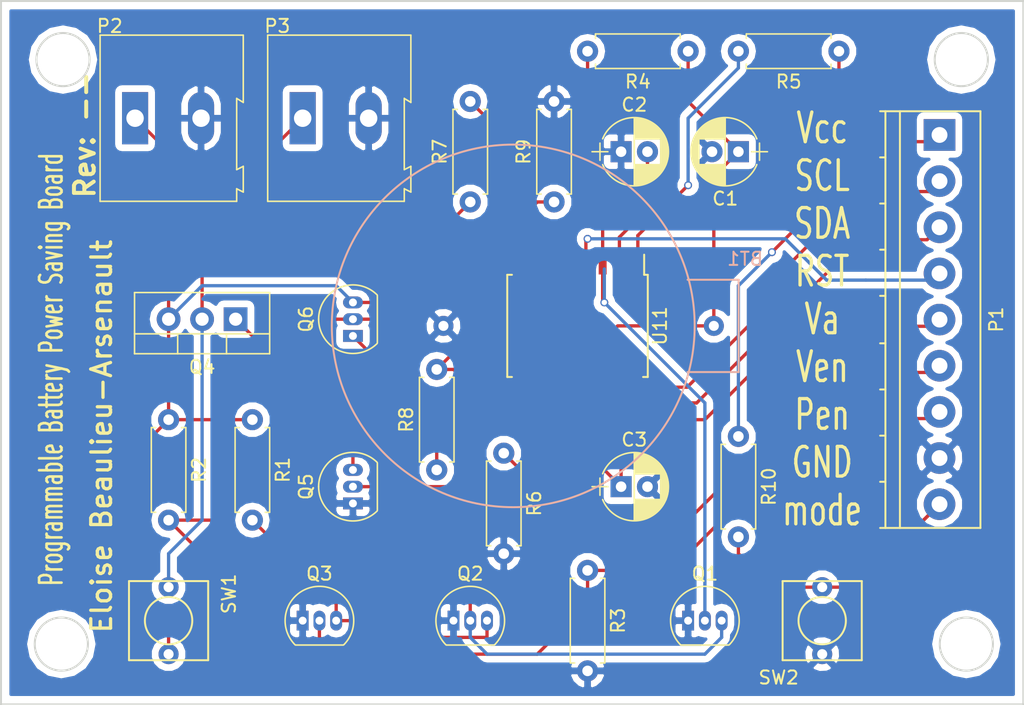
<source format=kicad_pcb>
(kicad_pcb (version 4) (host pcbnew 4.0.1-stable)

  (general
    (links 60)
    (no_connects 9)
    (area 98.984999 65.964999 176.605001 119.455001)
    (thickness 1.6)
    (drawings 12)
    (tracks 154)
    (zones 0)
    (modules 26)
    (nets 20)
  )

  (page A4)
  (title_block
    (title "Programmable Battery Power Saving Board")
    (date 2017-03-02)
    (rev --)
    (company "Cégep de La Pocatière")
    (comment 1 "Copyright 2017 Eloïse Beaulieu-Arsenault")
  )

  (layers
    (0 F.Cu signal)
    (31 B.Cu signal)
    (32 B.Adhes user)
    (33 F.Adhes user)
    (34 B.Paste user)
    (35 F.Paste user)
    (36 B.SilkS user)
    (37 F.SilkS user)
    (38 B.Mask user)
    (39 F.Mask user)
    (40 Dwgs.User user)
    (41 Cmts.User user hide)
    (42 Eco1.User user hide)
    (43 Eco2.User user hide)
    (44 Edge.Cuts user)
    (45 Margin user hide)
    (46 B.CrtYd user hide)
    (47 F.CrtYd user hide)
    (48 B.Fab user hide)
    (49 F.Fab user hide)
  )

  (setup
    (last_trace_width 0.25)
    (trace_clearance 0.2)
    (zone_clearance 0.508)
    (zone_45_only no)
    (trace_min 0.2)
    (segment_width 0.2)
    (edge_width 0.15)
    (via_size 0.6)
    (via_drill 0.4)
    (via_min_size 0.4)
    (via_min_drill 0.3)
    (uvia_size 0.3)
    (uvia_drill 0.1)
    (uvias_allowed no)
    (uvia_min_size 0.2)
    (uvia_min_drill 0.1)
    (pcb_text_width 0.3)
    (pcb_text_size 1.5 1.5)
    (mod_edge_width 0.15)
    (mod_text_size 1 1)
    (mod_text_width 0.15)
    (pad_size 1.524 1.524)
    (pad_drill 0.762)
    (pad_to_mask_clearance 0.2)
    (pad_to_paste_clearance 0.127)
    (aux_axis_origin 0 0)
    (visible_elements 7FFFF7FF)
    (pcbplotparams
      (layerselection 0x3ffff_80000001)
      (usegerberextensions false)
      (excludeedgelayer true)
      (linewidth 0.100000)
      (plotframeref false)
      (viasonmask false)
      (mode 1)
      (useauxorigin false)
      (hpglpennumber 1)
      (hpglpenspeed 20)
      (hpglpendiameter 15)
      (hpglpenoverlay 2)
      (psnegative false)
      (psa4output false)
      (plotreference true)
      (plotvalue true)
      (plotinvisibletext false)
      (padsonsilk false)
      (subtractmaskfromsilk false)
      (outputformat 1)
      (mirror false)
      (drillshape 0)
      (scaleselection 1)
      (outputdirectory "../kicad final/"))
  )

  (net 0 "")
  (net 1 "Net-(BT1-Pad1)")
  (net 2 GND)
  (net 3 "Net-(C2-Pad2)")
  (net 4 "Net-(C3-Pad1)")
  (net 5 "Net-(P1-Pad2)")
  (net 6 VCC)
  (net 7 "Net-(P1-Pad3)")
  (net 8 "Net-(P1-Pad4)")
  (net 9 "Net-(P1-Pad6)")
  (net 10 "Net-(P1-Pad7)")
  (net 11 "Net-(P1-Pad9)")
  (net 12 "Net-(P2-Pad1)")
  (net 13 "Net-(P3-Pad1)")
  (net 14 "Net-(Q1-Pad3)")
  (net 15 "Net-(Q2-Pad3)")
  (net 16 "Net-(Q5-Pad3)")
  (net 17 "Net-(Q6-Pad1)")
  (net 18 "Net-(Q1-Pad2)")
  (net 19 "Net-(R5-Pad2)")

  (net_class Default "Ceci est la Netclass par défaut"
    (clearance 0.2)
    (trace_width 0.25)
    (via_dia 0.6)
    (via_drill 0.4)
    (uvia_dia 0.3)
    (uvia_drill 0.1)
    (add_net GND)
    (add_net "Net-(BT1-Pad1)")
    (add_net "Net-(C2-Pad2)")
    (add_net "Net-(C3-Pad1)")
    (add_net "Net-(P1-Pad2)")
    (add_net "Net-(P1-Pad3)")
    (add_net "Net-(P1-Pad4)")
    (add_net "Net-(P1-Pad6)")
    (add_net "Net-(P1-Pad7)")
    (add_net "Net-(P1-Pad9)")
    (add_net "Net-(P2-Pad1)")
    (add_net "Net-(P3-Pad1)")
    (add_net "Net-(Q1-Pad2)")
    (add_net "Net-(Q1-Pad3)")
    (add_net "Net-(Q2-Pad3)")
    (add_net "Net-(Q5-Pad3)")
    (add_net "Net-(Q6-Pad1)")
    (add_net "Net-(R5-Pad2)")
    (add_net VCC)
  )

  (module Housings_SOIC:SOIC-16W_7.5x10.3mm_Pitch1.27mm (layer F.Cu) (tedit 574D96A0) (tstamp 58AF3C40)
    (at 142.748 90.678 270)
    (descr "16-Lead Plastic Small Outline (SO) - Wide, 7.50 mm Body [SOIC] (see Microchip Packaging Specification 00000049BS.pdf)")
    (tags "SOIC 1.27")
    (path /5893C124)
    (attr smd)
    (fp_text reference U11 (at 0 -6.25 270) (layer F.SilkS)
      (effects (font (size 1 1) (thickness 0.15)))
    )
    (fp_text value DS3231S (at 0 6.25 270) (layer F.Fab)
      (effects (font (size 1 1) (thickness 0.15)))
    )
    (fp_line (start -2.75 -5.15) (end 3.75 -5.15) (layer F.Fab) (width 0.15))
    (fp_line (start 3.75 -5.15) (end 3.75 5.15) (layer F.Fab) (width 0.15))
    (fp_line (start 3.75 5.15) (end -3.75 5.15) (layer F.Fab) (width 0.15))
    (fp_line (start -3.75 5.15) (end -3.75 -4.15) (layer F.Fab) (width 0.15))
    (fp_line (start -3.75 -4.15) (end -2.75 -5.15) (layer F.Fab) (width 0.15))
    (fp_line (start -5.65 -5.5) (end -5.65 5.5) (layer F.CrtYd) (width 0.05))
    (fp_line (start 5.65 -5.5) (end 5.65 5.5) (layer F.CrtYd) (width 0.05))
    (fp_line (start -5.65 -5.5) (end 5.65 -5.5) (layer F.CrtYd) (width 0.05))
    (fp_line (start -5.65 5.5) (end 5.65 5.5) (layer F.CrtYd) (width 0.05))
    (fp_line (start -3.875 -5.325) (end -3.875 -5.05) (layer F.SilkS) (width 0.15))
    (fp_line (start 3.875 -5.325) (end 3.875 -4.97) (layer F.SilkS) (width 0.15))
    (fp_line (start 3.875 5.325) (end 3.875 4.97) (layer F.SilkS) (width 0.15))
    (fp_line (start -3.875 5.325) (end -3.875 4.97) (layer F.SilkS) (width 0.15))
    (fp_line (start -3.875 -5.325) (end 3.875 -5.325) (layer F.SilkS) (width 0.15))
    (fp_line (start -3.875 5.325) (end 3.875 5.325) (layer F.SilkS) (width 0.15))
    (fp_line (start -3.875 -5.05) (end -5.4 -5.05) (layer F.SilkS) (width 0.15))
    (pad 1 smd rect (at -4.65 -4.445 270) (size 1.5 0.6) (layers F.Cu F.Paste F.Mask)
      (net 19 "Net-(R5-Pad2)"))
    (pad 2 smd rect (at -4.65 -3.175 270) (size 1.5 0.6) (layers F.Cu F.Paste F.Mask)
      (net 3 "Net-(C2-Pad2)"))
    (pad 3 smd rect (at -4.65 -1.905 270) (size 1.5 0.6) (layers F.Cu F.Paste F.Mask)
      (net 18 "Net-(Q1-Pad2)"))
    (pad 4 smd rect (at -4.65 -0.635 270) (size 1.5 0.6) (layers F.Cu F.Paste F.Mask)
      (net 8 "Net-(P1-Pad4)"))
    (pad 5 smd rect (at -4.65 0.635 270) (size 1.5 0.6) (layers F.Cu F.Paste F.Mask)
      (net 2 GND))
    (pad 6 smd rect (at -4.65 1.905 270) (size 1.5 0.6) (layers F.Cu F.Paste F.Mask)
      (net 2 GND))
    (pad 7 smd rect (at -4.65 3.175 270) (size 1.5 0.6) (layers F.Cu F.Paste F.Mask)
      (net 2 GND))
    (pad 8 smd rect (at -4.65 4.445 270) (size 1.5 0.6) (layers F.Cu F.Paste F.Mask)
      (net 2 GND))
    (pad 9 smd rect (at 4.65 4.445 270) (size 1.5 0.6) (layers F.Cu F.Paste F.Mask)
      (net 2 GND))
    (pad 10 smd rect (at 4.65 3.175 270) (size 1.5 0.6) (layers F.Cu F.Paste F.Mask)
      (net 2 GND))
    (pad 11 smd rect (at 4.65 1.905 270) (size 1.5 0.6) (layers F.Cu F.Paste F.Mask)
      (net 2 GND))
    (pad 12 smd rect (at 4.65 0.635 270) (size 1.5 0.6) (layers F.Cu F.Paste F.Mask)
      (net 2 GND))
    (pad 13 smd rect (at 4.65 -0.635 270) (size 1.5 0.6) (layers F.Cu F.Paste F.Mask)
      (net 2 GND))
    (pad 14 smd rect (at 4.65 -1.905 270) (size 1.5 0.6) (layers F.Cu F.Paste F.Mask)
      (net 1 "Net-(BT1-Pad1)"))
    (pad 15 smd rect (at 4.65 -3.175 270) (size 1.5 0.6) (layers F.Cu F.Paste F.Mask)
      (net 7 "Net-(P1-Pad3)"))
    (pad 16 smd rect (at 4.65 -4.445 270) (size 1.5 0.6) (layers F.Cu F.Paste F.Mask)
      (net 5 "Net-(P1-Pad2)"))
    (model Housings_SOIC.3dshapes/SOIC-16_7.5x10.3mm_Pitch1.27mm.wrl
      (at (xyz 0 0 0))
      (scale (xyz 1 1 1))
      (rotate (xyz 0 0 0))
    )
  )

  (module battery:batter3V (layer B.Cu) (tedit 58AF4E8B) (tstamp 58AF3B84)
    (at 132.588 90.678)
    (path /58938CBB)
    (fp_text reference BT1 (at 22.86 -5.08) (layer B.SilkS)
      (effects (font (size 1 1) (thickness 0.15)) (justify mirror))
    )
    (fp_text value Battery (at 21.59 -7.62) (layer B.Fab)
      (effects (font (size 1 1) (thickness 0.15)) (justify mirror))
    )
    (fp_line (start 18.5 3.5) (end 22.37 3.5) (layer B.SilkS) (width 0.15))
    (fp_line (start 22.37 3.5) (end 22.37 -3.5) (layer B.SilkS) (width 0.15))
    (fp_line (start 18.5 -3.5) (end 22.37 -3.5) (layer B.SilkS) (width 0.15))
    (fp_circle (center 5.29 0) (end 12 -12) (layer B.SilkS) (width 0.15))
    (pad 1 thru_hole circle (at 20.49 0) (size 1.52 1.52) (drill 0.762) (layers *.Cu *.Mask)
      (net 1 "Net-(BT1-Pad1)"))
    (pad 2 thru_hole circle (at 0 0) (size 1.52 1.52) (drill 0.762) (layers *.Cu *.Mask)
      (net 2 GND))
  )

  (module Capacitors_ThroughHole:CP_Radial_D5.0mm_P2.00mm (layer F.Cu) (tedit 58765D06) (tstamp 58AF3B8A)
    (at 154.94 77.47 180)
    (descr "CP, Radial series, Radial, pin pitch=2.00mm, , diameter=5mm, Electrolytic Capacitor")
    (tags "CP Radial series Radial pin pitch 2.00mm  diameter 5mm Electrolytic Capacitor")
    (path /5893CB73)
    (fp_text reference C1 (at 1 -3.56 180) (layer F.SilkS)
      (effects (font (size 1 1) (thickness 0.15)))
    )
    (fp_text value 1u (at 1 3.56 180) (layer F.Fab)
      (effects (font (size 1 1) (thickness 0.15)))
    )
    (fp_arc (start 1 0) (end -1.397436 -0.98) (angle 135.5) (layer F.SilkS) (width 0.12))
    (fp_arc (start 1 0) (end -1.397436 0.98) (angle -135.5) (layer F.SilkS) (width 0.12))
    (fp_arc (start 1 0) (end 3.397436 -0.98) (angle 44.5) (layer F.SilkS) (width 0.12))
    (fp_circle (center 1 0) (end 3.5 0) (layer F.Fab) (width 0.1))
    (fp_line (start -2.2 0) (end -1 0) (layer F.Fab) (width 0.1))
    (fp_line (start -1.6 -0.65) (end -1.6 0.65) (layer F.Fab) (width 0.1))
    (fp_line (start 1 -2.55) (end 1 2.55) (layer F.SilkS) (width 0.12))
    (fp_line (start 1.04 -2.55) (end 1.04 -0.98) (layer F.SilkS) (width 0.12))
    (fp_line (start 1.04 0.98) (end 1.04 2.55) (layer F.SilkS) (width 0.12))
    (fp_line (start 1.08 -2.549) (end 1.08 -0.98) (layer F.SilkS) (width 0.12))
    (fp_line (start 1.08 0.98) (end 1.08 2.549) (layer F.SilkS) (width 0.12))
    (fp_line (start 1.12 -2.548) (end 1.12 -0.98) (layer F.SilkS) (width 0.12))
    (fp_line (start 1.12 0.98) (end 1.12 2.548) (layer F.SilkS) (width 0.12))
    (fp_line (start 1.16 -2.546) (end 1.16 -0.98) (layer F.SilkS) (width 0.12))
    (fp_line (start 1.16 0.98) (end 1.16 2.546) (layer F.SilkS) (width 0.12))
    (fp_line (start 1.2 -2.543) (end 1.2 -0.98) (layer F.SilkS) (width 0.12))
    (fp_line (start 1.2 0.98) (end 1.2 2.543) (layer F.SilkS) (width 0.12))
    (fp_line (start 1.24 -2.539) (end 1.24 -0.98) (layer F.SilkS) (width 0.12))
    (fp_line (start 1.24 0.98) (end 1.24 2.539) (layer F.SilkS) (width 0.12))
    (fp_line (start 1.28 -2.535) (end 1.28 -0.98) (layer F.SilkS) (width 0.12))
    (fp_line (start 1.28 0.98) (end 1.28 2.535) (layer F.SilkS) (width 0.12))
    (fp_line (start 1.32 -2.531) (end 1.32 -0.98) (layer F.SilkS) (width 0.12))
    (fp_line (start 1.32 0.98) (end 1.32 2.531) (layer F.SilkS) (width 0.12))
    (fp_line (start 1.36 -2.525) (end 1.36 -0.98) (layer F.SilkS) (width 0.12))
    (fp_line (start 1.36 0.98) (end 1.36 2.525) (layer F.SilkS) (width 0.12))
    (fp_line (start 1.4 -2.519) (end 1.4 -0.98) (layer F.SilkS) (width 0.12))
    (fp_line (start 1.4 0.98) (end 1.4 2.519) (layer F.SilkS) (width 0.12))
    (fp_line (start 1.44 -2.513) (end 1.44 -0.98) (layer F.SilkS) (width 0.12))
    (fp_line (start 1.44 0.98) (end 1.44 2.513) (layer F.SilkS) (width 0.12))
    (fp_line (start 1.48 -2.506) (end 1.48 -0.98) (layer F.SilkS) (width 0.12))
    (fp_line (start 1.48 0.98) (end 1.48 2.506) (layer F.SilkS) (width 0.12))
    (fp_line (start 1.52 -2.498) (end 1.52 -0.98) (layer F.SilkS) (width 0.12))
    (fp_line (start 1.52 0.98) (end 1.52 2.498) (layer F.SilkS) (width 0.12))
    (fp_line (start 1.56 -2.489) (end 1.56 -0.98) (layer F.SilkS) (width 0.12))
    (fp_line (start 1.56 0.98) (end 1.56 2.489) (layer F.SilkS) (width 0.12))
    (fp_line (start 1.6 -2.48) (end 1.6 -0.98) (layer F.SilkS) (width 0.12))
    (fp_line (start 1.6 0.98) (end 1.6 2.48) (layer F.SilkS) (width 0.12))
    (fp_line (start 1.64 -2.47) (end 1.64 -0.98) (layer F.SilkS) (width 0.12))
    (fp_line (start 1.64 0.98) (end 1.64 2.47) (layer F.SilkS) (width 0.12))
    (fp_line (start 1.68 -2.46) (end 1.68 -0.98) (layer F.SilkS) (width 0.12))
    (fp_line (start 1.68 0.98) (end 1.68 2.46) (layer F.SilkS) (width 0.12))
    (fp_line (start 1.721 -2.448) (end 1.721 -0.98) (layer F.SilkS) (width 0.12))
    (fp_line (start 1.721 0.98) (end 1.721 2.448) (layer F.SilkS) (width 0.12))
    (fp_line (start 1.761 -2.436) (end 1.761 -0.98) (layer F.SilkS) (width 0.12))
    (fp_line (start 1.761 0.98) (end 1.761 2.436) (layer F.SilkS) (width 0.12))
    (fp_line (start 1.801 -2.424) (end 1.801 -0.98) (layer F.SilkS) (width 0.12))
    (fp_line (start 1.801 0.98) (end 1.801 2.424) (layer F.SilkS) (width 0.12))
    (fp_line (start 1.841 -2.41) (end 1.841 -0.98) (layer F.SilkS) (width 0.12))
    (fp_line (start 1.841 0.98) (end 1.841 2.41) (layer F.SilkS) (width 0.12))
    (fp_line (start 1.881 -2.396) (end 1.881 -0.98) (layer F.SilkS) (width 0.12))
    (fp_line (start 1.881 0.98) (end 1.881 2.396) (layer F.SilkS) (width 0.12))
    (fp_line (start 1.921 -2.382) (end 1.921 -0.98) (layer F.SilkS) (width 0.12))
    (fp_line (start 1.921 0.98) (end 1.921 2.382) (layer F.SilkS) (width 0.12))
    (fp_line (start 1.961 -2.366) (end 1.961 -0.98) (layer F.SilkS) (width 0.12))
    (fp_line (start 1.961 0.98) (end 1.961 2.366) (layer F.SilkS) (width 0.12))
    (fp_line (start 2.001 -2.35) (end 2.001 -0.98) (layer F.SilkS) (width 0.12))
    (fp_line (start 2.001 0.98) (end 2.001 2.35) (layer F.SilkS) (width 0.12))
    (fp_line (start 2.041 -2.333) (end 2.041 -0.98) (layer F.SilkS) (width 0.12))
    (fp_line (start 2.041 0.98) (end 2.041 2.333) (layer F.SilkS) (width 0.12))
    (fp_line (start 2.081 -2.315) (end 2.081 -0.98) (layer F.SilkS) (width 0.12))
    (fp_line (start 2.081 0.98) (end 2.081 2.315) (layer F.SilkS) (width 0.12))
    (fp_line (start 2.121 -2.296) (end 2.121 -0.98) (layer F.SilkS) (width 0.12))
    (fp_line (start 2.121 0.98) (end 2.121 2.296) (layer F.SilkS) (width 0.12))
    (fp_line (start 2.161 -2.276) (end 2.161 -0.98) (layer F.SilkS) (width 0.12))
    (fp_line (start 2.161 0.98) (end 2.161 2.276) (layer F.SilkS) (width 0.12))
    (fp_line (start 2.201 -2.256) (end 2.201 -0.98) (layer F.SilkS) (width 0.12))
    (fp_line (start 2.201 0.98) (end 2.201 2.256) (layer F.SilkS) (width 0.12))
    (fp_line (start 2.241 -2.234) (end 2.241 -0.98) (layer F.SilkS) (width 0.12))
    (fp_line (start 2.241 0.98) (end 2.241 2.234) (layer F.SilkS) (width 0.12))
    (fp_line (start 2.281 -2.212) (end 2.281 -0.98) (layer F.SilkS) (width 0.12))
    (fp_line (start 2.281 0.98) (end 2.281 2.212) (layer F.SilkS) (width 0.12))
    (fp_line (start 2.321 -2.189) (end 2.321 -0.98) (layer F.SilkS) (width 0.12))
    (fp_line (start 2.321 0.98) (end 2.321 2.189) (layer F.SilkS) (width 0.12))
    (fp_line (start 2.361 -2.165) (end 2.361 -0.98) (layer F.SilkS) (width 0.12))
    (fp_line (start 2.361 0.98) (end 2.361 2.165) (layer F.SilkS) (width 0.12))
    (fp_line (start 2.401 -2.14) (end 2.401 -0.98) (layer F.SilkS) (width 0.12))
    (fp_line (start 2.401 0.98) (end 2.401 2.14) (layer F.SilkS) (width 0.12))
    (fp_line (start 2.441 -2.113) (end 2.441 -0.98) (layer F.SilkS) (width 0.12))
    (fp_line (start 2.441 0.98) (end 2.441 2.113) (layer F.SilkS) (width 0.12))
    (fp_line (start 2.481 -2.086) (end 2.481 -0.98) (layer F.SilkS) (width 0.12))
    (fp_line (start 2.481 0.98) (end 2.481 2.086) (layer F.SilkS) (width 0.12))
    (fp_line (start 2.521 -2.058) (end 2.521 -0.98) (layer F.SilkS) (width 0.12))
    (fp_line (start 2.521 0.98) (end 2.521 2.058) (layer F.SilkS) (width 0.12))
    (fp_line (start 2.561 -2.028) (end 2.561 -0.98) (layer F.SilkS) (width 0.12))
    (fp_line (start 2.561 0.98) (end 2.561 2.028) (layer F.SilkS) (width 0.12))
    (fp_line (start 2.601 -1.997) (end 2.601 -0.98) (layer F.SilkS) (width 0.12))
    (fp_line (start 2.601 0.98) (end 2.601 1.997) (layer F.SilkS) (width 0.12))
    (fp_line (start 2.641 -1.965) (end 2.641 -0.98) (layer F.SilkS) (width 0.12))
    (fp_line (start 2.641 0.98) (end 2.641 1.965) (layer F.SilkS) (width 0.12))
    (fp_line (start 2.681 -1.932) (end 2.681 -0.98) (layer F.SilkS) (width 0.12))
    (fp_line (start 2.681 0.98) (end 2.681 1.932) (layer F.SilkS) (width 0.12))
    (fp_line (start 2.721 -1.897) (end 2.721 -0.98) (layer F.SilkS) (width 0.12))
    (fp_line (start 2.721 0.98) (end 2.721 1.897) (layer F.SilkS) (width 0.12))
    (fp_line (start 2.761 -1.861) (end 2.761 -0.98) (layer F.SilkS) (width 0.12))
    (fp_line (start 2.761 0.98) (end 2.761 1.861) (layer F.SilkS) (width 0.12))
    (fp_line (start 2.801 -1.823) (end 2.801 -0.98) (layer F.SilkS) (width 0.12))
    (fp_line (start 2.801 0.98) (end 2.801 1.823) (layer F.SilkS) (width 0.12))
    (fp_line (start 2.841 -1.783) (end 2.841 -0.98) (layer F.SilkS) (width 0.12))
    (fp_line (start 2.841 0.98) (end 2.841 1.783) (layer F.SilkS) (width 0.12))
    (fp_line (start 2.881 -1.742) (end 2.881 -0.98) (layer F.SilkS) (width 0.12))
    (fp_line (start 2.881 0.98) (end 2.881 1.742) (layer F.SilkS) (width 0.12))
    (fp_line (start 2.921 -1.699) (end 2.921 -0.98) (layer F.SilkS) (width 0.12))
    (fp_line (start 2.921 0.98) (end 2.921 1.699) (layer F.SilkS) (width 0.12))
    (fp_line (start 2.961 -1.654) (end 2.961 -0.98) (layer F.SilkS) (width 0.12))
    (fp_line (start 2.961 0.98) (end 2.961 1.654) (layer F.SilkS) (width 0.12))
    (fp_line (start 3.001 -1.606) (end 3.001 1.606) (layer F.SilkS) (width 0.12))
    (fp_line (start 3.041 -1.556) (end 3.041 1.556) (layer F.SilkS) (width 0.12))
    (fp_line (start 3.081 -1.504) (end 3.081 1.504) (layer F.SilkS) (width 0.12))
    (fp_line (start 3.121 -1.448) (end 3.121 1.448) (layer F.SilkS) (width 0.12))
    (fp_line (start 3.161 -1.39) (end 3.161 1.39) (layer F.SilkS) (width 0.12))
    (fp_line (start 3.201 -1.327) (end 3.201 1.327) (layer F.SilkS) (width 0.12))
    (fp_line (start 3.241 -1.261) (end 3.241 1.261) (layer F.SilkS) (width 0.12))
    (fp_line (start 3.281 -1.189) (end 3.281 1.189) (layer F.SilkS) (width 0.12))
    (fp_line (start 3.321 -1.112) (end 3.321 1.112) (layer F.SilkS) (width 0.12))
    (fp_line (start 3.361 -1.028) (end 3.361 1.028) (layer F.SilkS) (width 0.12))
    (fp_line (start 3.401 -0.934) (end 3.401 0.934) (layer F.SilkS) (width 0.12))
    (fp_line (start 3.441 -0.829) (end 3.441 0.829) (layer F.SilkS) (width 0.12))
    (fp_line (start 3.481 -0.707) (end 3.481 0.707) (layer F.SilkS) (width 0.12))
    (fp_line (start 3.521 -0.559) (end 3.521 0.559) (layer F.SilkS) (width 0.12))
    (fp_line (start 3.561 -0.354) (end 3.561 0.354) (layer F.SilkS) (width 0.12))
    (fp_line (start -2.2 0) (end -1 0) (layer F.SilkS) (width 0.12))
    (fp_line (start -1.6 -0.65) (end -1.6 0.65) (layer F.SilkS) (width 0.12))
    (fp_line (start -1.85 -2.85) (end -1.85 2.85) (layer F.CrtYd) (width 0.05))
    (fp_line (start -1.85 2.85) (end 3.85 2.85) (layer F.CrtYd) (width 0.05))
    (fp_line (start 3.85 2.85) (end 3.85 -2.85) (layer F.CrtYd) (width 0.05))
    (fp_line (start 3.85 -2.85) (end -1.85 -2.85) (layer F.CrtYd) (width 0.05))
    (pad 1 thru_hole rect (at 0 0 180) (size 1.6 1.6) (drill 0.8) (layers *.Cu *.Mask)
      (net 1 "Net-(BT1-Pad1)"))
    (pad 2 thru_hole circle (at 2 0 180) (size 1.6 1.6) (drill 0.8) (layers *.Cu *.Mask)
      (net 2 GND))
    (model Capacitors_THT.3dshapes/CP_Radial_D5.0mm_P2.00mm.wrl
      (at (xyz 0 0 0))
      (scale (xyz 0.393701 0.393701 0.393701))
      (rotate (xyz 0 0 0))
    )
  )

  (module Capacitors_ThroughHole:CP_Radial_D5.0mm_P2.00mm (layer F.Cu) (tedit 58765D06) (tstamp 58AF3B90)
    (at 146.05 77.47)
    (descr "CP, Radial series, Radial, pin pitch=2.00mm, , diameter=5mm, Electrolytic Capacitor")
    (tags "CP Radial series Radial pin pitch 2.00mm  diameter 5mm Electrolytic Capacitor")
    (path /5893E256)
    (fp_text reference C2 (at 1 -3.56) (layer F.SilkS)
      (effects (font (size 1 1) (thickness 0.15)))
    )
    (fp_text value 1u (at 1 3.56) (layer F.Fab)
      (effects (font (size 1 1) (thickness 0.15)))
    )
    (fp_arc (start 1 0) (end -1.397436 -0.98) (angle 135.5) (layer F.SilkS) (width 0.12))
    (fp_arc (start 1 0) (end -1.397436 0.98) (angle -135.5) (layer F.SilkS) (width 0.12))
    (fp_arc (start 1 0) (end 3.397436 -0.98) (angle 44.5) (layer F.SilkS) (width 0.12))
    (fp_circle (center 1 0) (end 3.5 0) (layer F.Fab) (width 0.1))
    (fp_line (start -2.2 0) (end -1 0) (layer F.Fab) (width 0.1))
    (fp_line (start -1.6 -0.65) (end -1.6 0.65) (layer F.Fab) (width 0.1))
    (fp_line (start 1 -2.55) (end 1 2.55) (layer F.SilkS) (width 0.12))
    (fp_line (start 1.04 -2.55) (end 1.04 -0.98) (layer F.SilkS) (width 0.12))
    (fp_line (start 1.04 0.98) (end 1.04 2.55) (layer F.SilkS) (width 0.12))
    (fp_line (start 1.08 -2.549) (end 1.08 -0.98) (layer F.SilkS) (width 0.12))
    (fp_line (start 1.08 0.98) (end 1.08 2.549) (layer F.SilkS) (width 0.12))
    (fp_line (start 1.12 -2.548) (end 1.12 -0.98) (layer F.SilkS) (width 0.12))
    (fp_line (start 1.12 0.98) (end 1.12 2.548) (layer F.SilkS) (width 0.12))
    (fp_line (start 1.16 -2.546) (end 1.16 -0.98) (layer F.SilkS) (width 0.12))
    (fp_line (start 1.16 0.98) (end 1.16 2.546) (layer F.SilkS) (width 0.12))
    (fp_line (start 1.2 -2.543) (end 1.2 -0.98) (layer F.SilkS) (width 0.12))
    (fp_line (start 1.2 0.98) (end 1.2 2.543) (layer F.SilkS) (width 0.12))
    (fp_line (start 1.24 -2.539) (end 1.24 -0.98) (layer F.SilkS) (width 0.12))
    (fp_line (start 1.24 0.98) (end 1.24 2.539) (layer F.SilkS) (width 0.12))
    (fp_line (start 1.28 -2.535) (end 1.28 -0.98) (layer F.SilkS) (width 0.12))
    (fp_line (start 1.28 0.98) (end 1.28 2.535) (layer F.SilkS) (width 0.12))
    (fp_line (start 1.32 -2.531) (end 1.32 -0.98) (layer F.SilkS) (width 0.12))
    (fp_line (start 1.32 0.98) (end 1.32 2.531) (layer F.SilkS) (width 0.12))
    (fp_line (start 1.36 -2.525) (end 1.36 -0.98) (layer F.SilkS) (width 0.12))
    (fp_line (start 1.36 0.98) (end 1.36 2.525) (layer F.SilkS) (width 0.12))
    (fp_line (start 1.4 -2.519) (end 1.4 -0.98) (layer F.SilkS) (width 0.12))
    (fp_line (start 1.4 0.98) (end 1.4 2.519) (layer F.SilkS) (width 0.12))
    (fp_line (start 1.44 -2.513) (end 1.44 -0.98) (layer F.SilkS) (width 0.12))
    (fp_line (start 1.44 0.98) (end 1.44 2.513) (layer F.SilkS) (width 0.12))
    (fp_line (start 1.48 -2.506) (end 1.48 -0.98) (layer F.SilkS) (width 0.12))
    (fp_line (start 1.48 0.98) (end 1.48 2.506) (layer F.SilkS) (width 0.12))
    (fp_line (start 1.52 -2.498) (end 1.52 -0.98) (layer F.SilkS) (width 0.12))
    (fp_line (start 1.52 0.98) (end 1.52 2.498) (layer F.SilkS) (width 0.12))
    (fp_line (start 1.56 -2.489) (end 1.56 -0.98) (layer F.SilkS) (width 0.12))
    (fp_line (start 1.56 0.98) (end 1.56 2.489) (layer F.SilkS) (width 0.12))
    (fp_line (start 1.6 -2.48) (end 1.6 -0.98) (layer F.SilkS) (width 0.12))
    (fp_line (start 1.6 0.98) (end 1.6 2.48) (layer F.SilkS) (width 0.12))
    (fp_line (start 1.64 -2.47) (end 1.64 -0.98) (layer F.SilkS) (width 0.12))
    (fp_line (start 1.64 0.98) (end 1.64 2.47) (layer F.SilkS) (width 0.12))
    (fp_line (start 1.68 -2.46) (end 1.68 -0.98) (layer F.SilkS) (width 0.12))
    (fp_line (start 1.68 0.98) (end 1.68 2.46) (layer F.SilkS) (width 0.12))
    (fp_line (start 1.721 -2.448) (end 1.721 -0.98) (layer F.SilkS) (width 0.12))
    (fp_line (start 1.721 0.98) (end 1.721 2.448) (layer F.SilkS) (width 0.12))
    (fp_line (start 1.761 -2.436) (end 1.761 -0.98) (layer F.SilkS) (width 0.12))
    (fp_line (start 1.761 0.98) (end 1.761 2.436) (layer F.SilkS) (width 0.12))
    (fp_line (start 1.801 -2.424) (end 1.801 -0.98) (layer F.SilkS) (width 0.12))
    (fp_line (start 1.801 0.98) (end 1.801 2.424) (layer F.SilkS) (width 0.12))
    (fp_line (start 1.841 -2.41) (end 1.841 -0.98) (layer F.SilkS) (width 0.12))
    (fp_line (start 1.841 0.98) (end 1.841 2.41) (layer F.SilkS) (width 0.12))
    (fp_line (start 1.881 -2.396) (end 1.881 -0.98) (layer F.SilkS) (width 0.12))
    (fp_line (start 1.881 0.98) (end 1.881 2.396) (layer F.SilkS) (width 0.12))
    (fp_line (start 1.921 -2.382) (end 1.921 -0.98) (layer F.SilkS) (width 0.12))
    (fp_line (start 1.921 0.98) (end 1.921 2.382) (layer F.SilkS) (width 0.12))
    (fp_line (start 1.961 -2.366) (end 1.961 -0.98) (layer F.SilkS) (width 0.12))
    (fp_line (start 1.961 0.98) (end 1.961 2.366) (layer F.SilkS) (width 0.12))
    (fp_line (start 2.001 -2.35) (end 2.001 -0.98) (layer F.SilkS) (width 0.12))
    (fp_line (start 2.001 0.98) (end 2.001 2.35) (layer F.SilkS) (width 0.12))
    (fp_line (start 2.041 -2.333) (end 2.041 -0.98) (layer F.SilkS) (width 0.12))
    (fp_line (start 2.041 0.98) (end 2.041 2.333) (layer F.SilkS) (width 0.12))
    (fp_line (start 2.081 -2.315) (end 2.081 -0.98) (layer F.SilkS) (width 0.12))
    (fp_line (start 2.081 0.98) (end 2.081 2.315) (layer F.SilkS) (width 0.12))
    (fp_line (start 2.121 -2.296) (end 2.121 -0.98) (layer F.SilkS) (width 0.12))
    (fp_line (start 2.121 0.98) (end 2.121 2.296) (layer F.SilkS) (width 0.12))
    (fp_line (start 2.161 -2.276) (end 2.161 -0.98) (layer F.SilkS) (width 0.12))
    (fp_line (start 2.161 0.98) (end 2.161 2.276) (layer F.SilkS) (width 0.12))
    (fp_line (start 2.201 -2.256) (end 2.201 -0.98) (layer F.SilkS) (width 0.12))
    (fp_line (start 2.201 0.98) (end 2.201 2.256) (layer F.SilkS) (width 0.12))
    (fp_line (start 2.241 -2.234) (end 2.241 -0.98) (layer F.SilkS) (width 0.12))
    (fp_line (start 2.241 0.98) (end 2.241 2.234) (layer F.SilkS) (width 0.12))
    (fp_line (start 2.281 -2.212) (end 2.281 -0.98) (layer F.SilkS) (width 0.12))
    (fp_line (start 2.281 0.98) (end 2.281 2.212) (layer F.SilkS) (width 0.12))
    (fp_line (start 2.321 -2.189) (end 2.321 -0.98) (layer F.SilkS) (width 0.12))
    (fp_line (start 2.321 0.98) (end 2.321 2.189) (layer F.SilkS) (width 0.12))
    (fp_line (start 2.361 -2.165) (end 2.361 -0.98) (layer F.SilkS) (width 0.12))
    (fp_line (start 2.361 0.98) (end 2.361 2.165) (layer F.SilkS) (width 0.12))
    (fp_line (start 2.401 -2.14) (end 2.401 -0.98) (layer F.SilkS) (width 0.12))
    (fp_line (start 2.401 0.98) (end 2.401 2.14) (layer F.SilkS) (width 0.12))
    (fp_line (start 2.441 -2.113) (end 2.441 -0.98) (layer F.SilkS) (width 0.12))
    (fp_line (start 2.441 0.98) (end 2.441 2.113) (layer F.SilkS) (width 0.12))
    (fp_line (start 2.481 -2.086) (end 2.481 -0.98) (layer F.SilkS) (width 0.12))
    (fp_line (start 2.481 0.98) (end 2.481 2.086) (layer F.SilkS) (width 0.12))
    (fp_line (start 2.521 -2.058) (end 2.521 -0.98) (layer F.SilkS) (width 0.12))
    (fp_line (start 2.521 0.98) (end 2.521 2.058) (layer F.SilkS) (width 0.12))
    (fp_line (start 2.561 -2.028) (end 2.561 -0.98) (layer F.SilkS) (width 0.12))
    (fp_line (start 2.561 0.98) (end 2.561 2.028) (layer F.SilkS) (width 0.12))
    (fp_line (start 2.601 -1.997) (end 2.601 -0.98) (layer F.SilkS) (width 0.12))
    (fp_line (start 2.601 0.98) (end 2.601 1.997) (layer F.SilkS) (width 0.12))
    (fp_line (start 2.641 -1.965) (end 2.641 -0.98) (layer F.SilkS) (width 0.12))
    (fp_line (start 2.641 0.98) (end 2.641 1.965) (layer F.SilkS) (width 0.12))
    (fp_line (start 2.681 -1.932) (end 2.681 -0.98) (layer F.SilkS) (width 0.12))
    (fp_line (start 2.681 0.98) (end 2.681 1.932) (layer F.SilkS) (width 0.12))
    (fp_line (start 2.721 -1.897) (end 2.721 -0.98) (layer F.SilkS) (width 0.12))
    (fp_line (start 2.721 0.98) (end 2.721 1.897) (layer F.SilkS) (width 0.12))
    (fp_line (start 2.761 -1.861) (end 2.761 -0.98) (layer F.SilkS) (width 0.12))
    (fp_line (start 2.761 0.98) (end 2.761 1.861) (layer F.SilkS) (width 0.12))
    (fp_line (start 2.801 -1.823) (end 2.801 -0.98) (layer F.SilkS) (width 0.12))
    (fp_line (start 2.801 0.98) (end 2.801 1.823) (layer F.SilkS) (width 0.12))
    (fp_line (start 2.841 -1.783) (end 2.841 -0.98) (layer F.SilkS) (width 0.12))
    (fp_line (start 2.841 0.98) (end 2.841 1.783) (layer F.SilkS) (width 0.12))
    (fp_line (start 2.881 -1.742) (end 2.881 -0.98) (layer F.SilkS) (width 0.12))
    (fp_line (start 2.881 0.98) (end 2.881 1.742) (layer F.SilkS) (width 0.12))
    (fp_line (start 2.921 -1.699) (end 2.921 -0.98) (layer F.SilkS) (width 0.12))
    (fp_line (start 2.921 0.98) (end 2.921 1.699) (layer F.SilkS) (width 0.12))
    (fp_line (start 2.961 -1.654) (end 2.961 -0.98) (layer F.SilkS) (width 0.12))
    (fp_line (start 2.961 0.98) (end 2.961 1.654) (layer F.SilkS) (width 0.12))
    (fp_line (start 3.001 -1.606) (end 3.001 1.606) (layer F.SilkS) (width 0.12))
    (fp_line (start 3.041 -1.556) (end 3.041 1.556) (layer F.SilkS) (width 0.12))
    (fp_line (start 3.081 -1.504) (end 3.081 1.504) (layer F.SilkS) (width 0.12))
    (fp_line (start 3.121 -1.448) (end 3.121 1.448) (layer F.SilkS) (width 0.12))
    (fp_line (start 3.161 -1.39) (end 3.161 1.39) (layer F.SilkS) (width 0.12))
    (fp_line (start 3.201 -1.327) (end 3.201 1.327) (layer F.SilkS) (width 0.12))
    (fp_line (start 3.241 -1.261) (end 3.241 1.261) (layer F.SilkS) (width 0.12))
    (fp_line (start 3.281 -1.189) (end 3.281 1.189) (layer F.SilkS) (width 0.12))
    (fp_line (start 3.321 -1.112) (end 3.321 1.112) (layer F.SilkS) (width 0.12))
    (fp_line (start 3.361 -1.028) (end 3.361 1.028) (layer F.SilkS) (width 0.12))
    (fp_line (start 3.401 -0.934) (end 3.401 0.934) (layer F.SilkS) (width 0.12))
    (fp_line (start 3.441 -0.829) (end 3.441 0.829) (layer F.SilkS) (width 0.12))
    (fp_line (start 3.481 -0.707) (end 3.481 0.707) (layer F.SilkS) (width 0.12))
    (fp_line (start 3.521 -0.559) (end 3.521 0.559) (layer F.SilkS) (width 0.12))
    (fp_line (start 3.561 -0.354) (end 3.561 0.354) (layer F.SilkS) (width 0.12))
    (fp_line (start -2.2 0) (end -1 0) (layer F.SilkS) (width 0.12))
    (fp_line (start -1.6 -0.65) (end -1.6 0.65) (layer F.SilkS) (width 0.12))
    (fp_line (start -1.85 -2.85) (end -1.85 2.85) (layer F.CrtYd) (width 0.05))
    (fp_line (start -1.85 2.85) (end 3.85 2.85) (layer F.CrtYd) (width 0.05))
    (fp_line (start 3.85 2.85) (end 3.85 -2.85) (layer F.CrtYd) (width 0.05))
    (fp_line (start 3.85 -2.85) (end -1.85 -2.85) (layer F.CrtYd) (width 0.05))
    (pad 1 thru_hole rect (at 0 0) (size 1.6 1.6) (drill 0.8) (layers *.Cu *.Mask)
      (net 2 GND))
    (pad 2 thru_hole circle (at 2 0) (size 1.6 1.6) (drill 0.8) (layers *.Cu *.Mask)
      (net 3 "Net-(C2-Pad2)"))
    (model Capacitors_THT.3dshapes/CP_Radial_D5.0mm_P2.00mm.wrl
      (at (xyz 0 0 0))
      (scale (xyz 0.393701 0.393701 0.393701))
      (rotate (xyz 0 0 0))
    )
  )

  (module Capacitors_ThroughHole:CP_Radial_D5.0mm_P2.00mm (layer F.Cu) (tedit 58765D06) (tstamp 58AF3B96)
    (at 146.05 102.87)
    (descr "CP, Radial series, Radial, pin pitch=2.00mm, , diameter=5mm, Electrolytic Capacitor")
    (tags "CP Radial series Radial pin pitch 2.00mm  diameter 5mm Electrolytic Capacitor")
    (path /589CCE8C)
    (fp_text reference C3 (at 1 -3.56) (layer F.SilkS)
      (effects (font (size 1 1) (thickness 0.15)))
    )
    (fp_text value 1u (at 1 3.56) (layer F.Fab)
      (effects (font (size 1 1) (thickness 0.15)))
    )
    (fp_arc (start 1 0) (end -1.397436 -0.98) (angle 135.5) (layer F.SilkS) (width 0.12))
    (fp_arc (start 1 0) (end -1.397436 0.98) (angle -135.5) (layer F.SilkS) (width 0.12))
    (fp_arc (start 1 0) (end 3.397436 -0.98) (angle 44.5) (layer F.SilkS) (width 0.12))
    (fp_circle (center 1 0) (end 3.5 0) (layer F.Fab) (width 0.1))
    (fp_line (start -2.2 0) (end -1 0) (layer F.Fab) (width 0.1))
    (fp_line (start -1.6 -0.65) (end -1.6 0.65) (layer F.Fab) (width 0.1))
    (fp_line (start 1 -2.55) (end 1 2.55) (layer F.SilkS) (width 0.12))
    (fp_line (start 1.04 -2.55) (end 1.04 -0.98) (layer F.SilkS) (width 0.12))
    (fp_line (start 1.04 0.98) (end 1.04 2.55) (layer F.SilkS) (width 0.12))
    (fp_line (start 1.08 -2.549) (end 1.08 -0.98) (layer F.SilkS) (width 0.12))
    (fp_line (start 1.08 0.98) (end 1.08 2.549) (layer F.SilkS) (width 0.12))
    (fp_line (start 1.12 -2.548) (end 1.12 -0.98) (layer F.SilkS) (width 0.12))
    (fp_line (start 1.12 0.98) (end 1.12 2.548) (layer F.SilkS) (width 0.12))
    (fp_line (start 1.16 -2.546) (end 1.16 -0.98) (layer F.SilkS) (width 0.12))
    (fp_line (start 1.16 0.98) (end 1.16 2.546) (layer F.SilkS) (width 0.12))
    (fp_line (start 1.2 -2.543) (end 1.2 -0.98) (layer F.SilkS) (width 0.12))
    (fp_line (start 1.2 0.98) (end 1.2 2.543) (layer F.SilkS) (width 0.12))
    (fp_line (start 1.24 -2.539) (end 1.24 -0.98) (layer F.SilkS) (width 0.12))
    (fp_line (start 1.24 0.98) (end 1.24 2.539) (layer F.SilkS) (width 0.12))
    (fp_line (start 1.28 -2.535) (end 1.28 -0.98) (layer F.SilkS) (width 0.12))
    (fp_line (start 1.28 0.98) (end 1.28 2.535) (layer F.SilkS) (width 0.12))
    (fp_line (start 1.32 -2.531) (end 1.32 -0.98) (layer F.SilkS) (width 0.12))
    (fp_line (start 1.32 0.98) (end 1.32 2.531) (layer F.SilkS) (width 0.12))
    (fp_line (start 1.36 -2.525) (end 1.36 -0.98) (layer F.SilkS) (width 0.12))
    (fp_line (start 1.36 0.98) (end 1.36 2.525) (layer F.SilkS) (width 0.12))
    (fp_line (start 1.4 -2.519) (end 1.4 -0.98) (layer F.SilkS) (width 0.12))
    (fp_line (start 1.4 0.98) (end 1.4 2.519) (layer F.SilkS) (width 0.12))
    (fp_line (start 1.44 -2.513) (end 1.44 -0.98) (layer F.SilkS) (width 0.12))
    (fp_line (start 1.44 0.98) (end 1.44 2.513) (layer F.SilkS) (width 0.12))
    (fp_line (start 1.48 -2.506) (end 1.48 -0.98) (layer F.SilkS) (width 0.12))
    (fp_line (start 1.48 0.98) (end 1.48 2.506) (layer F.SilkS) (width 0.12))
    (fp_line (start 1.52 -2.498) (end 1.52 -0.98) (layer F.SilkS) (width 0.12))
    (fp_line (start 1.52 0.98) (end 1.52 2.498) (layer F.SilkS) (width 0.12))
    (fp_line (start 1.56 -2.489) (end 1.56 -0.98) (layer F.SilkS) (width 0.12))
    (fp_line (start 1.56 0.98) (end 1.56 2.489) (layer F.SilkS) (width 0.12))
    (fp_line (start 1.6 -2.48) (end 1.6 -0.98) (layer F.SilkS) (width 0.12))
    (fp_line (start 1.6 0.98) (end 1.6 2.48) (layer F.SilkS) (width 0.12))
    (fp_line (start 1.64 -2.47) (end 1.64 -0.98) (layer F.SilkS) (width 0.12))
    (fp_line (start 1.64 0.98) (end 1.64 2.47) (layer F.SilkS) (width 0.12))
    (fp_line (start 1.68 -2.46) (end 1.68 -0.98) (layer F.SilkS) (width 0.12))
    (fp_line (start 1.68 0.98) (end 1.68 2.46) (layer F.SilkS) (width 0.12))
    (fp_line (start 1.721 -2.448) (end 1.721 -0.98) (layer F.SilkS) (width 0.12))
    (fp_line (start 1.721 0.98) (end 1.721 2.448) (layer F.SilkS) (width 0.12))
    (fp_line (start 1.761 -2.436) (end 1.761 -0.98) (layer F.SilkS) (width 0.12))
    (fp_line (start 1.761 0.98) (end 1.761 2.436) (layer F.SilkS) (width 0.12))
    (fp_line (start 1.801 -2.424) (end 1.801 -0.98) (layer F.SilkS) (width 0.12))
    (fp_line (start 1.801 0.98) (end 1.801 2.424) (layer F.SilkS) (width 0.12))
    (fp_line (start 1.841 -2.41) (end 1.841 -0.98) (layer F.SilkS) (width 0.12))
    (fp_line (start 1.841 0.98) (end 1.841 2.41) (layer F.SilkS) (width 0.12))
    (fp_line (start 1.881 -2.396) (end 1.881 -0.98) (layer F.SilkS) (width 0.12))
    (fp_line (start 1.881 0.98) (end 1.881 2.396) (layer F.SilkS) (width 0.12))
    (fp_line (start 1.921 -2.382) (end 1.921 -0.98) (layer F.SilkS) (width 0.12))
    (fp_line (start 1.921 0.98) (end 1.921 2.382) (layer F.SilkS) (width 0.12))
    (fp_line (start 1.961 -2.366) (end 1.961 -0.98) (layer F.SilkS) (width 0.12))
    (fp_line (start 1.961 0.98) (end 1.961 2.366) (layer F.SilkS) (width 0.12))
    (fp_line (start 2.001 -2.35) (end 2.001 -0.98) (layer F.SilkS) (width 0.12))
    (fp_line (start 2.001 0.98) (end 2.001 2.35) (layer F.SilkS) (width 0.12))
    (fp_line (start 2.041 -2.333) (end 2.041 -0.98) (layer F.SilkS) (width 0.12))
    (fp_line (start 2.041 0.98) (end 2.041 2.333) (layer F.SilkS) (width 0.12))
    (fp_line (start 2.081 -2.315) (end 2.081 -0.98) (layer F.SilkS) (width 0.12))
    (fp_line (start 2.081 0.98) (end 2.081 2.315) (layer F.SilkS) (width 0.12))
    (fp_line (start 2.121 -2.296) (end 2.121 -0.98) (layer F.SilkS) (width 0.12))
    (fp_line (start 2.121 0.98) (end 2.121 2.296) (layer F.SilkS) (width 0.12))
    (fp_line (start 2.161 -2.276) (end 2.161 -0.98) (layer F.SilkS) (width 0.12))
    (fp_line (start 2.161 0.98) (end 2.161 2.276) (layer F.SilkS) (width 0.12))
    (fp_line (start 2.201 -2.256) (end 2.201 -0.98) (layer F.SilkS) (width 0.12))
    (fp_line (start 2.201 0.98) (end 2.201 2.256) (layer F.SilkS) (width 0.12))
    (fp_line (start 2.241 -2.234) (end 2.241 -0.98) (layer F.SilkS) (width 0.12))
    (fp_line (start 2.241 0.98) (end 2.241 2.234) (layer F.SilkS) (width 0.12))
    (fp_line (start 2.281 -2.212) (end 2.281 -0.98) (layer F.SilkS) (width 0.12))
    (fp_line (start 2.281 0.98) (end 2.281 2.212) (layer F.SilkS) (width 0.12))
    (fp_line (start 2.321 -2.189) (end 2.321 -0.98) (layer F.SilkS) (width 0.12))
    (fp_line (start 2.321 0.98) (end 2.321 2.189) (layer F.SilkS) (width 0.12))
    (fp_line (start 2.361 -2.165) (end 2.361 -0.98) (layer F.SilkS) (width 0.12))
    (fp_line (start 2.361 0.98) (end 2.361 2.165) (layer F.SilkS) (width 0.12))
    (fp_line (start 2.401 -2.14) (end 2.401 -0.98) (layer F.SilkS) (width 0.12))
    (fp_line (start 2.401 0.98) (end 2.401 2.14) (layer F.SilkS) (width 0.12))
    (fp_line (start 2.441 -2.113) (end 2.441 -0.98) (layer F.SilkS) (width 0.12))
    (fp_line (start 2.441 0.98) (end 2.441 2.113) (layer F.SilkS) (width 0.12))
    (fp_line (start 2.481 -2.086) (end 2.481 -0.98) (layer F.SilkS) (width 0.12))
    (fp_line (start 2.481 0.98) (end 2.481 2.086) (layer F.SilkS) (width 0.12))
    (fp_line (start 2.521 -2.058) (end 2.521 -0.98) (layer F.SilkS) (width 0.12))
    (fp_line (start 2.521 0.98) (end 2.521 2.058) (layer F.SilkS) (width 0.12))
    (fp_line (start 2.561 -2.028) (end 2.561 -0.98) (layer F.SilkS) (width 0.12))
    (fp_line (start 2.561 0.98) (end 2.561 2.028) (layer F.SilkS) (width 0.12))
    (fp_line (start 2.601 -1.997) (end 2.601 -0.98) (layer F.SilkS) (width 0.12))
    (fp_line (start 2.601 0.98) (end 2.601 1.997) (layer F.SilkS) (width 0.12))
    (fp_line (start 2.641 -1.965) (end 2.641 -0.98) (layer F.SilkS) (width 0.12))
    (fp_line (start 2.641 0.98) (end 2.641 1.965) (layer F.SilkS) (width 0.12))
    (fp_line (start 2.681 -1.932) (end 2.681 -0.98) (layer F.SilkS) (width 0.12))
    (fp_line (start 2.681 0.98) (end 2.681 1.932) (layer F.SilkS) (width 0.12))
    (fp_line (start 2.721 -1.897) (end 2.721 -0.98) (layer F.SilkS) (width 0.12))
    (fp_line (start 2.721 0.98) (end 2.721 1.897) (layer F.SilkS) (width 0.12))
    (fp_line (start 2.761 -1.861) (end 2.761 -0.98) (layer F.SilkS) (width 0.12))
    (fp_line (start 2.761 0.98) (end 2.761 1.861) (layer F.SilkS) (width 0.12))
    (fp_line (start 2.801 -1.823) (end 2.801 -0.98) (layer F.SilkS) (width 0.12))
    (fp_line (start 2.801 0.98) (end 2.801 1.823) (layer F.SilkS) (width 0.12))
    (fp_line (start 2.841 -1.783) (end 2.841 -0.98) (layer F.SilkS) (width 0.12))
    (fp_line (start 2.841 0.98) (end 2.841 1.783) (layer F.SilkS) (width 0.12))
    (fp_line (start 2.881 -1.742) (end 2.881 -0.98) (layer F.SilkS) (width 0.12))
    (fp_line (start 2.881 0.98) (end 2.881 1.742) (layer F.SilkS) (width 0.12))
    (fp_line (start 2.921 -1.699) (end 2.921 -0.98) (layer F.SilkS) (width 0.12))
    (fp_line (start 2.921 0.98) (end 2.921 1.699) (layer F.SilkS) (width 0.12))
    (fp_line (start 2.961 -1.654) (end 2.961 -0.98) (layer F.SilkS) (width 0.12))
    (fp_line (start 2.961 0.98) (end 2.961 1.654) (layer F.SilkS) (width 0.12))
    (fp_line (start 3.001 -1.606) (end 3.001 1.606) (layer F.SilkS) (width 0.12))
    (fp_line (start 3.041 -1.556) (end 3.041 1.556) (layer F.SilkS) (width 0.12))
    (fp_line (start 3.081 -1.504) (end 3.081 1.504) (layer F.SilkS) (width 0.12))
    (fp_line (start 3.121 -1.448) (end 3.121 1.448) (layer F.SilkS) (width 0.12))
    (fp_line (start 3.161 -1.39) (end 3.161 1.39) (layer F.SilkS) (width 0.12))
    (fp_line (start 3.201 -1.327) (end 3.201 1.327) (layer F.SilkS) (width 0.12))
    (fp_line (start 3.241 -1.261) (end 3.241 1.261) (layer F.SilkS) (width 0.12))
    (fp_line (start 3.281 -1.189) (end 3.281 1.189) (layer F.SilkS) (width 0.12))
    (fp_line (start 3.321 -1.112) (end 3.321 1.112) (layer F.SilkS) (width 0.12))
    (fp_line (start 3.361 -1.028) (end 3.361 1.028) (layer F.SilkS) (width 0.12))
    (fp_line (start 3.401 -0.934) (end 3.401 0.934) (layer F.SilkS) (width 0.12))
    (fp_line (start 3.441 -0.829) (end 3.441 0.829) (layer F.SilkS) (width 0.12))
    (fp_line (start 3.481 -0.707) (end 3.481 0.707) (layer F.SilkS) (width 0.12))
    (fp_line (start 3.521 -0.559) (end 3.521 0.559) (layer F.SilkS) (width 0.12))
    (fp_line (start 3.561 -0.354) (end 3.561 0.354) (layer F.SilkS) (width 0.12))
    (fp_line (start -2.2 0) (end -1 0) (layer F.SilkS) (width 0.12))
    (fp_line (start -1.6 -0.65) (end -1.6 0.65) (layer F.SilkS) (width 0.12))
    (fp_line (start -1.85 -2.85) (end -1.85 2.85) (layer F.CrtYd) (width 0.05))
    (fp_line (start -1.85 2.85) (end 3.85 2.85) (layer F.CrtYd) (width 0.05))
    (fp_line (start 3.85 2.85) (end 3.85 -2.85) (layer F.CrtYd) (width 0.05))
    (fp_line (start 3.85 -2.85) (end -1.85 -2.85) (layer F.CrtYd) (width 0.05))
    (pad 1 thru_hole rect (at 0 0) (size 1.6 1.6) (drill 0.8) (layers *.Cu *.Mask)
      (net 4 "Net-(C3-Pad1)"))
    (pad 2 thru_hole circle (at 2 0) (size 1.6 1.6) (drill 0.8) (layers *.Cu *.Mask)
      (net 2 GND))
    (model Capacitors_THT.3dshapes/CP_Radial_D5.0mm_P2.00mm.wrl
      (at (xyz 0 0 0))
      (scale (xyz 0.393701 0.393701 0.393701))
      (rotate (xyz 0 0 0))
    )
  )

  (module Terminal_Blocks:TerminalBlock_Pheonix_PT-3.5mm_9pol (layer F.Cu) (tedit 0) (tstamp 58AF3BAF)
    (at 170.18 76.2 270)
    (descr "9-way 3.5mm pitch terminal block, Phoenix PT series")
    (path /589DD4F9)
    (fp_text reference P1 (at 14 -4.3 270) (layer F.SilkS)
      (effects (font (size 1 1) (thickness 0.15)))
    )
    (fp_text value 277-9143 (at 14 6 270) (layer F.Fab)
      (effects (font (size 1 1) (thickness 0.15)))
    )
    (fp_line (start -2 -3.3) (end 30 -3.3) (layer F.CrtYd) (width 0.05))
    (fp_line (start -2 4.7) (end -2 -3.3) (layer F.CrtYd) (width 0.05))
    (fp_line (start 30 4.7) (end -2 4.7) (layer F.CrtYd) (width 0.05))
    (fp_line (start 30 -3.3) (end 30 4.7) (layer F.CrtYd) (width 0.05))
    (fp_line (start 12.2 4.1) (end 12.2 4.5) (layer F.SilkS) (width 0.15))
    (fp_line (start 26.3 4.1) (end 26.3 4.5) (layer F.SilkS) (width 0.15))
    (fp_line (start 19.3 4.1) (end 19.3 4.5) (layer F.SilkS) (width 0.15))
    (fp_line (start 22.8 4.1) (end 22.8 4.5) (layer F.SilkS) (width 0.15))
    (fp_line (start 15.8 4.1) (end 15.8 4.5) (layer F.SilkS) (width 0.15))
    (fp_line (start 8.7 4.1) (end 8.7 4.5) (layer F.SilkS) (width 0.15))
    (fp_line (start 1.7 4.1) (end 1.7 4.5) (layer F.SilkS) (width 0.15))
    (fp_line (start 5.2 4.1) (end 5.2 4.5) (layer F.SilkS) (width 0.15))
    (fp_line (start -1.8 3) (end 29.8 3) (layer F.SilkS) (width 0.15))
    (fp_line (start -1.8 4.1) (end 29.8 4.1) (layer F.SilkS) (width 0.15))
    (fp_line (start -1.8 -3.1) (end -1.8 4.5) (layer F.SilkS) (width 0.15))
    (fp_line (start 29.8 4.5) (end 29.8 -3.1) (layer F.SilkS) (width 0.15))
    (fp_line (start 29.8 -3.1) (end -1.8 -3.1) (layer F.SilkS) (width 0.15))
    (pad 2 thru_hole circle (at 3.5 0 270) (size 2.4 2.4) (drill 1.2) (layers *.Cu *.Mask)
      (net 5 "Net-(P1-Pad2)"))
    (pad 1 thru_hole rect (at 0 0 270) (size 2.4 2.4) (drill 1.2) (layers *.Cu *.Mask)
      (net 6 VCC))
    (pad 3 thru_hole circle (at 7 0 270) (size 2.4 2.4) (drill 1.2) (layers *.Cu *.Mask)
      (net 7 "Net-(P1-Pad3)"))
    (pad 4 thru_hole circle (at 10.5 0 270) (size 2.4 2.4) (drill 1.2) (layers *.Cu *.Mask)
      (net 8 "Net-(P1-Pad4)"))
    (pad 5 thru_hole circle (at 14 0 270) (size 2.4 2.4) (drill 1.2) (layers *.Cu *.Mask)
      (net 4 "Net-(C3-Pad1)"))
    (pad 6 thru_hole circle (at 17.5 0 270) (size 2.4 2.4) (drill 1.2) (layers *.Cu *.Mask)
      (net 9 "Net-(P1-Pad6)"))
    (pad 7 thru_hole circle (at 21 0 270) (size 2.4 2.4) (drill 1.2) (layers *.Cu *.Mask)
      (net 10 "Net-(P1-Pad7)"))
    (pad 8 thru_hole circle (at 24.5 0 270) (size 2.4 2.4) (drill 1.2) (layers *.Cu *.Mask)
      (net 2 GND))
    (pad 9 thru_hole circle (at 28 0 270) (size 2.4 2.4) (drill 1.2) (layers *.Cu *.Mask)
      (net 11 "Net-(P1-Pad9)"))
    (model Terminal_Blocks.3dshapes/TerminalBlock_Pheonix_PT-3.5mm_9pol.wrl
      (at (xyz 0 0 0))
      (scale (xyz 1 1 1))
      (rotate (xyz 0 0 0))
    )
  )

  (module Connect:AK300-2 (layer F.Cu) (tedit 587FD45E) (tstamp 58AF3BB5)
    (at 109.22 74.93)
    (descr CONNECTOR)
    (tags CONNECTOR)
    (path /5893AFD9)
    (fp_text reference P2 (at -1.92 -6.99) (layer F.SilkS)
      (effects (font (size 1 1) (thickness 0.15)))
    )
    (fp_text value power_in (at 2.78 7.75) (layer F.Fab)
      (effects (font (size 1 1) (thickness 0.15)))
    )
    (fp_line (start -2.65 -6.3) (end -2.65 6.3) (layer F.SilkS) (width 0.12))
    (fp_line (start -2.65 6.3) (end 7.7 6.3) (layer F.SilkS) (width 0.12))
    (fp_line (start 7.7 6.3) (end 7.7 5.35) (layer F.SilkS) (width 0.12))
    (fp_line (start 7.7 5.35) (end 8.2 5.6) (layer F.SilkS) (width 0.12))
    (fp_line (start 8.2 5.6) (end 8.2 3.7) (layer F.SilkS) (width 0.12))
    (fp_line (start 8.2 3.7) (end 8.2 3.65) (layer F.SilkS) (width 0.12))
    (fp_line (start 8.2 3.65) (end 7.7 3.9) (layer F.SilkS) (width 0.12))
    (fp_line (start 7.7 3.9) (end 7.7 -1.5) (layer F.SilkS) (width 0.12))
    (fp_line (start 7.7 -1.5) (end 8.2 -1.2) (layer F.SilkS) (width 0.12))
    (fp_line (start 8.2 -1.2) (end 8.2 -6.3) (layer F.SilkS) (width 0.12))
    (fp_line (start 8.2 -6.3) (end -2.65 -6.3) (layer F.SilkS) (width 0.12))
    (fp_line (start 8.36 -6.47) (end -2.83 -6.47) (layer F.CrtYd) (width 0.05))
    (fp_line (start 8.36 6.47) (end 8.36 -6.47) (layer F.CrtYd) (width 0.05))
    (fp_line (start -2.83 6.47) (end 8.36 6.47) (layer F.CrtYd) (width 0.05))
    (fp_line (start -2.83 -6.47) (end -2.83 6.47) (layer F.CrtYd) (width 0.05))
    (fp_line (start -1.26 2.54) (end 1.28 2.54) (layer F.Fab) (width 0.1))
    (fp_line (start 1.28 2.54) (end 1.28 -0.25) (layer F.Fab) (width 0.1))
    (fp_line (start -1.26 -0.25) (end 1.28 -0.25) (layer F.Fab) (width 0.1))
    (fp_line (start -1.26 2.54) (end -1.26 -0.25) (layer F.Fab) (width 0.1))
    (fp_line (start 3.74 2.54) (end 6.28 2.54) (layer F.Fab) (width 0.1))
    (fp_line (start 6.28 2.54) (end 6.28 -0.25) (layer F.Fab) (width 0.1))
    (fp_line (start 3.74 -0.25) (end 6.28 -0.25) (layer F.Fab) (width 0.1))
    (fp_line (start 3.74 2.54) (end 3.74 -0.25) (layer F.Fab) (width 0.1))
    (fp_line (start 7.61 -6.22) (end 7.61 -3.17) (layer F.Fab) (width 0.1))
    (fp_line (start 7.61 -6.22) (end -2.58 -6.22) (layer F.Fab) (width 0.1))
    (fp_line (start 7.61 -6.22) (end 8.11 -6.22) (layer F.Fab) (width 0.1))
    (fp_line (start 8.11 -6.22) (end 8.11 -1.4) (layer F.Fab) (width 0.1))
    (fp_line (start 8.11 -1.4) (end 7.61 -1.65) (layer F.Fab) (width 0.1))
    (fp_line (start 8.11 5.46) (end 7.61 5.21) (layer F.Fab) (width 0.1))
    (fp_line (start 7.61 5.21) (end 7.61 6.22) (layer F.Fab) (width 0.1))
    (fp_line (start 8.11 3.81) (end 7.61 4.06) (layer F.Fab) (width 0.1))
    (fp_line (start 7.61 4.06) (end 7.61 5.21) (layer F.Fab) (width 0.1))
    (fp_line (start 8.11 3.81) (end 8.11 5.46) (layer F.Fab) (width 0.1))
    (fp_line (start 2.98 6.22) (end 2.98 4.32) (layer F.Fab) (width 0.1))
    (fp_line (start 7.05 -0.25) (end 7.05 4.32) (layer F.Fab) (width 0.1))
    (fp_line (start 2.98 6.22) (end 7.05 6.22) (layer F.Fab) (width 0.1))
    (fp_line (start 7.05 6.22) (end 7.61 6.22) (layer F.Fab) (width 0.1))
    (fp_line (start 2.04 6.22) (end 2.04 4.32) (layer F.Fab) (width 0.1))
    (fp_line (start 2.04 6.22) (end 2.98 6.22) (layer F.Fab) (width 0.1))
    (fp_line (start -2.02 -0.25) (end -2.02 4.32) (layer F.Fab) (width 0.1))
    (fp_line (start -2.58 6.22) (end -2.02 6.22) (layer F.Fab) (width 0.1))
    (fp_line (start -2.02 6.22) (end 2.04 6.22) (layer F.Fab) (width 0.1))
    (fp_line (start 2.98 4.32) (end 7.05 4.32) (layer F.Fab) (width 0.1))
    (fp_line (start 2.98 4.32) (end 2.98 -0.25) (layer F.Fab) (width 0.1))
    (fp_line (start 7.05 4.32) (end 7.05 6.22) (layer F.Fab) (width 0.1))
    (fp_line (start 2.04 4.32) (end -2.02 4.32) (layer F.Fab) (width 0.1))
    (fp_line (start 2.04 4.32) (end 2.04 -0.25) (layer F.Fab) (width 0.1))
    (fp_line (start -2.02 4.32) (end -2.02 6.22) (layer F.Fab) (width 0.1))
    (fp_line (start 6.67 3.68) (end 6.67 0.51) (layer F.Fab) (width 0.1))
    (fp_line (start 6.67 3.68) (end 3.36 3.68) (layer F.Fab) (width 0.1))
    (fp_line (start 3.36 3.68) (end 3.36 0.51) (layer F.Fab) (width 0.1))
    (fp_line (start 1.66 3.68) (end 1.66 0.51) (layer F.Fab) (width 0.1))
    (fp_line (start 1.66 3.68) (end -1.64 3.68) (layer F.Fab) (width 0.1))
    (fp_line (start -1.64 3.68) (end -1.64 0.51) (layer F.Fab) (width 0.1))
    (fp_line (start -1.64 0.51) (end -1.26 0.51) (layer F.Fab) (width 0.1))
    (fp_line (start 1.66 0.51) (end 1.28 0.51) (layer F.Fab) (width 0.1))
    (fp_line (start 3.36 0.51) (end 3.74 0.51) (layer F.Fab) (width 0.1))
    (fp_line (start 6.67 0.51) (end 6.28 0.51) (layer F.Fab) (width 0.1))
    (fp_line (start -2.58 6.22) (end -2.58 -0.64) (layer F.Fab) (width 0.1))
    (fp_line (start -2.58 -0.64) (end -2.58 -3.17) (layer F.Fab) (width 0.1))
    (fp_line (start 7.61 -1.65) (end 7.61 -0.64) (layer F.Fab) (width 0.1))
    (fp_line (start 7.61 -0.64) (end 7.61 4.06) (layer F.Fab) (width 0.1))
    (fp_line (start -2.58 -3.17) (end 7.61 -3.17) (layer F.Fab) (width 0.1))
    (fp_line (start -2.58 -3.17) (end -2.58 -6.22) (layer F.Fab) (width 0.1))
    (fp_line (start 7.61 -3.17) (end 7.61 -1.65) (layer F.Fab) (width 0.1))
    (fp_line (start 2.98 -3.43) (end 2.98 -5.97) (layer F.Fab) (width 0.1))
    (fp_line (start 2.98 -5.97) (end 7.05 -5.97) (layer F.Fab) (width 0.1))
    (fp_line (start 7.05 -5.97) (end 7.05 -3.43) (layer F.Fab) (width 0.1))
    (fp_line (start 7.05 -3.43) (end 2.98 -3.43) (layer F.Fab) (width 0.1))
    (fp_line (start 2.04 -3.43) (end 2.04 -5.97) (layer F.Fab) (width 0.1))
    (fp_line (start 2.04 -3.43) (end -2.02 -3.43) (layer F.Fab) (width 0.1))
    (fp_line (start -2.02 -3.43) (end -2.02 -5.97) (layer F.Fab) (width 0.1))
    (fp_line (start 2.04 -5.97) (end -2.02 -5.97) (layer F.Fab) (width 0.1))
    (fp_line (start 3.39 -4.45) (end 6.44 -5.08) (layer F.Fab) (width 0.1))
    (fp_line (start 3.52 -4.32) (end 6.56 -4.95) (layer F.Fab) (width 0.1))
    (fp_line (start -1.62 -4.45) (end 1.44 -5.08) (layer F.Fab) (width 0.1))
    (fp_line (start -1.49 -4.32) (end 1.56 -4.95) (layer F.Fab) (width 0.1))
    (fp_line (start -2.02 -0.25) (end -1.64 -0.25) (layer F.Fab) (width 0.1))
    (fp_line (start 2.04 -0.25) (end 1.66 -0.25) (layer F.Fab) (width 0.1))
    (fp_line (start 1.66 -0.25) (end -1.64 -0.25) (layer F.Fab) (width 0.1))
    (fp_line (start -2.58 -0.64) (end -1.64 -0.64) (layer F.Fab) (width 0.1))
    (fp_line (start -1.64 -0.64) (end 1.66 -0.64) (layer F.Fab) (width 0.1))
    (fp_line (start 1.66 -0.64) (end 3.36 -0.64) (layer F.Fab) (width 0.1))
    (fp_line (start 7.61 -0.64) (end 6.67 -0.64) (layer F.Fab) (width 0.1))
    (fp_line (start 6.67 -0.64) (end 3.36 -0.64) (layer F.Fab) (width 0.1))
    (fp_line (start 7.05 -0.25) (end 6.67 -0.25) (layer F.Fab) (width 0.1))
    (fp_line (start 2.98 -0.25) (end 3.36 -0.25) (layer F.Fab) (width 0.1))
    (fp_line (start 3.36 -0.25) (end 6.67 -0.25) (layer F.Fab) (width 0.1))
    (fp_arc (start 6.03 -4.59) (end 6.54 -5.05) (angle 90.5) (layer F.Fab) (width 0.1))
    (fp_arc (start 5.07 -6.07) (end 6.53 -4.12) (angle 75.5) (layer F.Fab) (width 0.1))
    (fp_arc (start 4.99 -3.71) (end 3.39 -5) (angle 100) (layer F.Fab) (width 0.1))
    (fp_arc (start 3.87 -4.65) (end 3.58 -4.13) (angle 104.2) (layer F.Fab) (width 0.1))
    (fp_arc (start 1.03 -4.59) (end 1.53 -5.05) (angle 90.5) (layer F.Fab) (width 0.1))
    (fp_arc (start 0.06 -6.07) (end 1.53 -4.12) (angle 75.5) (layer F.Fab) (width 0.1))
    (fp_arc (start -0.01 -3.71) (end -1.62 -5) (angle 100) (layer F.Fab) (width 0.1))
    (fp_arc (start -1.13 -4.65) (end -1.42 -4.13) (angle 104.2) (layer F.Fab) (width 0.1))
    (pad 1 thru_hole rect (at 0 0) (size 1.98 3.96) (drill 1.32) (layers *.Cu F.Paste F.Mask)
      (net 12 "Net-(P2-Pad1)"))
    (pad 2 thru_hole oval (at 5 0) (size 1.98 3.96) (drill 1.32) (layers *.Cu F.Paste F.Mask)
      (net 2 GND))
  )

  (module Connect:AK300-2 (layer F.Cu) (tedit 587FD45E) (tstamp 58AF3BBB)
    (at 121.92 74.93)
    (descr CONNECTOR)
    (tags CONNECTOR)
    (path /5893B23B)
    (fp_text reference P3 (at -1.92 -6.99) (layer F.SilkS)
      (effects (font (size 1 1) (thickness 0.15)))
    )
    (fp_text value power_out (at 2.78 7.75) (layer F.Fab)
      (effects (font (size 1 1) (thickness 0.15)))
    )
    (fp_line (start -2.65 -6.3) (end -2.65 6.3) (layer F.SilkS) (width 0.12))
    (fp_line (start -2.65 6.3) (end 7.7 6.3) (layer F.SilkS) (width 0.12))
    (fp_line (start 7.7 6.3) (end 7.7 5.35) (layer F.SilkS) (width 0.12))
    (fp_line (start 7.7 5.35) (end 8.2 5.6) (layer F.SilkS) (width 0.12))
    (fp_line (start 8.2 5.6) (end 8.2 3.7) (layer F.SilkS) (width 0.12))
    (fp_line (start 8.2 3.7) (end 8.2 3.65) (layer F.SilkS) (width 0.12))
    (fp_line (start 8.2 3.65) (end 7.7 3.9) (layer F.SilkS) (width 0.12))
    (fp_line (start 7.7 3.9) (end 7.7 -1.5) (layer F.SilkS) (width 0.12))
    (fp_line (start 7.7 -1.5) (end 8.2 -1.2) (layer F.SilkS) (width 0.12))
    (fp_line (start 8.2 -1.2) (end 8.2 -6.3) (layer F.SilkS) (width 0.12))
    (fp_line (start 8.2 -6.3) (end -2.65 -6.3) (layer F.SilkS) (width 0.12))
    (fp_line (start 8.36 -6.47) (end -2.83 -6.47) (layer F.CrtYd) (width 0.05))
    (fp_line (start 8.36 6.47) (end 8.36 -6.47) (layer F.CrtYd) (width 0.05))
    (fp_line (start -2.83 6.47) (end 8.36 6.47) (layer F.CrtYd) (width 0.05))
    (fp_line (start -2.83 -6.47) (end -2.83 6.47) (layer F.CrtYd) (width 0.05))
    (fp_line (start -1.26 2.54) (end 1.28 2.54) (layer F.Fab) (width 0.1))
    (fp_line (start 1.28 2.54) (end 1.28 -0.25) (layer F.Fab) (width 0.1))
    (fp_line (start -1.26 -0.25) (end 1.28 -0.25) (layer F.Fab) (width 0.1))
    (fp_line (start -1.26 2.54) (end -1.26 -0.25) (layer F.Fab) (width 0.1))
    (fp_line (start 3.74 2.54) (end 6.28 2.54) (layer F.Fab) (width 0.1))
    (fp_line (start 6.28 2.54) (end 6.28 -0.25) (layer F.Fab) (width 0.1))
    (fp_line (start 3.74 -0.25) (end 6.28 -0.25) (layer F.Fab) (width 0.1))
    (fp_line (start 3.74 2.54) (end 3.74 -0.25) (layer F.Fab) (width 0.1))
    (fp_line (start 7.61 -6.22) (end 7.61 -3.17) (layer F.Fab) (width 0.1))
    (fp_line (start 7.61 -6.22) (end -2.58 -6.22) (layer F.Fab) (width 0.1))
    (fp_line (start 7.61 -6.22) (end 8.11 -6.22) (layer F.Fab) (width 0.1))
    (fp_line (start 8.11 -6.22) (end 8.11 -1.4) (layer F.Fab) (width 0.1))
    (fp_line (start 8.11 -1.4) (end 7.61 -1.65) (layer F.Fab) (width 0.1))
    (fp_line (start 8.11 5.46) (end 7.61 5.21) (layer F.Fab) (width 0.1))
    (fp_line (start 7.61 5.21) (end 7.61 6.22) (layer F.Fab) (width 0.1))
    (fp_line (start 8.11 3.81) (end 7.61 4.06) (layer F.Fab) (width 0.1))
    (fp_line (start 7.61 4.06) (end 7.61 5.21) (layer F.Fab) (width 0.1))
    (fp_line (start 8.11 3.81) (end 8.11 5.46) (layer F.Fab) (width 0.1))
    (fp_line (start 2.98 6.22) (end 2.98 4.32) (layer F.Fab) (width 0.1))
    (fp_line (start 7.05 -0.25) (end 7.05 4.32) (layer F.Fab) (width 0.1))
    (fp_line (start 2.98 6.22) (end 7.05 6.22) (layer F.Fab) (width 0.1))
    (fp_line (start 7.05 6.22) (end 7.61 6.22) (layer F.Fab) (width 0.1))
    (fp_line (start 2.04 6.22) (end 2.04 4.32) (layer F.Fab) (width 0.1))
    (fp_line (start 2.04 6.22) (end 2.98 6.22) (layer F.Fab) (width 0.1))
    (fp_line (start -2.02 -0.25) (end -2.02 4.32) (layer F.Fab) (width 0.1))
    (fp_line (start -2.58 6.22) (end -2.02 6.22) (layer F.Fab) (width 0.1))
    (fp_line (start -2.02 6.22) (end 2.04 6.22) (layer F.Fab) (width 0.1))
    (fp_line (start 2.98 4.32) (end 7.05 4.32) (layer F.Fab) (width 0.1))
    (fp_line (start 2.98 4.32) (end 2.98 -0.25) (layer F.Fab) (width 0.1))
    (fp_line (start 7.05 4.32) (end 7.05 6.22) (layer F.Fab) (width 0.1))
    (fp_line (start 2.04 4.32) (end -2.02 4.32) (layer F.Fab) (width 0.1))
    (fp_line (start 2.04 4.32) (end 2.04 -0.25) (layer F.Fab) (width 0.1))
    (fp_line (start -2.02 4.32) (end -2.02 6.22) (layer F.Fab) (width 0.1))
    (fp_line (start 6.67 3.68) (end 6.67 0.51) (layer F.Fab) (width 0.1))
    (fp_line (start 6.67 3.68) (end 3.36 3.68) (layer F.Fab) (width 0.1))
    (fp_line (start 3.36 3.68) (end 3.36 0.51) (layer F.Fab) (width 0.1))
    (fp_line (start 1.66 3.68) (end 1.66 0.51) (layer F.Fab) (width 0.1))
    (fp_line (start 1.66 3.68) (end -1.64 3.68) (layer F.Fab) (width 0.1))
    (fp_line (start -1.64 3.68) (end -1.64 0.51) (layer F.Fab) (width 0.1))
    (fp_line (start -1.64 0.51) (end -1.26 0.51) (layer F.Fab) (width 0.1))
    (fp_line (start 1.66 0.51) (end 1.28 0.51) (layer F.Fab) (width 0.1))
    (fp_line (start 3.36 0.51) (end 3.74 0.51) (layer F.Fab) (width 0.1))
    (fp_line (start 6.67 0.51) (end 6.28 0.51) (layer F.Fab) (width 0.1))
    (fp_line (start -2.58 6.22) (end -2.58 -0.64) (layer F.Fab) (width 0.1))
    (fp_line (start -2.58 -0.64) (end -2.58 -3.17) (layer F.Fab) (width 0.1))
    (fp_line (start 7.61 -1.65) (end 7.61 -0.64) (layer F.Fab) (width 0.1))
    (fp_line (start 7.61 -0.64) (end 7.61 4.06) (layer F.Fab) (width 0.1))
    (fp_line (start -2.58 -3.17) (end 7.61 -3.17) (layer F.Fab) (width 0.1))
    (fp_line (start -2.58 -3.17) (end -2.58 -6.22) (layer F.Fab) (width 0.1))
    (fp_line (start 7.61 -3.17) (end 7.61 -1.65) (layer F.Fab) (width 0.1))
    (fp_line (start 2.98 -3.43) (end 2.98 -5.97) (layer F.Fab) (width 0.1))
    (fp_line (start 2.98 -5.97) (end 7.05 -5.97) (layer F.Fab) (width 0.1))
    (fp_line (start 7.05 -5.97) (end 7.05 -3.43) (layer F.Fab) (width 0.1))
    (fp_line (start 7.05 -3.43) (end 2.98 -3.43) (layer F.Fab) (width 0.1))
    (fp_line (start 2.04 -3.43) (end 2.04 -5.97) (layer F.Fab) (width 0.1))
    (fp_line (start 2.04 -3.43) (end -2.02 -3.43) (layer F.Fab) (width 0.1))
    (fp_line (start -2.02 -3.43) (end -2.02 -5.97) (layer F.Fab) (width 0.1))
    (fp_line (start 2.04 -5.97) (end -2.02 -5.97) (layer F.Fab) (width 0.1))
    (fp_line (start 3.39 -4.45) (end 6.44 -5.08) (layer F.Fab) (width 0.1))
    (fp_line (start 3.52 -4.32) (end 6.56 -4.95) (layer F.Fab) (width 0.1))
    (fp_line (start -1.62 -4.45) (end 1.44 -5.08) (layer F.Fab) (width 0.1))
    (fp_line (start -1.49 -4.32) (end 1.56 -4.95) (layer F.Fab) (width 0.1))
    (fp_line (start -2.02 -0.25) (end -1.64 -0.25) (layer F.Fab) (width 0.1))
    (fp_line (start 2.04 -0.25) (end 1.66 -0.25) (layer F.Fab) (width 0.1))
    (fp_line (start 1.66 -0.25) (end -1.64 -0.25) (layer F.Fab) (width 0.1))
    (fp_line (start -2.58 -0.64) (end -1.64 -0.64) (layer F.Fab) (width 0.1))
    (fp_line (start -1.64 -0.64) (end 1.66 -0.64) (layer F.Fab) (width 0.1))
    (fp_line (start 1.66 -0.64) (end 3.36 -0.64) (layer F.Fab) (width 0.1))
    (fp_line (start 7.61 -0.64) (end 6.67 -0.64) (layer F.Fab) (width 0.1))
    (fp_line (start 6.67 -0.64) (end 3.36 -0.64) (layer F.Fab) (width 0.1))
    (fp_line (start 7.05 -0.25) (end 6.67 -0.25) (layer F.Fab) (width 0.1))
    (fp_line (start 2.98 -0.25) (end 3.36 -0.25) (layer F.Fab) (width 0.1))
    (fp_line (start 3.36 -0.25) (end 6.67 -0.25) (layer F.Fab) (width 0.1))
    (fp_arc (start 6.03 -4.59) (end 6.54 -5.05) (angle 90.5) (layer F.Fab) (width 0.1))
    (fp_arc (start 5.07 -6.07) (end 6.53 -4.12) (angle 75.5) (layer F.Fab) (width 0.1))
    (fp_arc (start 4.99 -3.71) (end 3.39 -5) (angle 100) (layer F.Fab) (width 0.1))
    (fp_arc (start 3.87 -4.65) (end 3.58 -4.13) (angle 104.2) (layer F.Fab) (width 0.1))
    (fp_arc (start 1.03 -4.59) (end 1.53 -5.05) (angle 90.5) (layer F.Fab) (width 0.1))
    (fp_arc (start 0.06 -6.07) (end 1.53 -4.12) (angle 75.5) (layer F.Fab) (width 0.1))
    (fp_arc (start -0.01 -3.71) (end -1.62 -5) (angle 100) (layer F.Fab) (width 0.1))
    (fp_arc (start -1.13 -4.65) (end -1.42 -4.13) (angle 104.2) (layer F.Fab) (width 0.1))
    (pad 1 thru_hole rect (at 0 0) (size 1.98 3.96) (drill 1.32) (layers *.Cu F.Paste F.Mask)
      (net 13 "Net-(P3-Pad1)"))
    (pad 2 thru_hole oval (at 5 0) (size 1.98 3.96) (drill 1.32) (layers *.Cu F.Paste F.Mask)
      (net 2 GND))
  )

  (module TO_SOT_Packages_THT:TO-92_Inline_Narrow_Oval (layer F.Cu) (tedit 58610929) (tstamp 58AF3BC2)
    (at 151.13 113.03)
    (descr "TO-92 leads in-line, narrow, oval pads, drill 0.6mm (see NXP sot054_po.pdf)")
    (tags "to-92 sc-43 sc-43a sot54 PA33 transistor")
    (path /58935CAB)
    (fp_text reference Q1 (at 1.27 -3.56) (layer F.SilkS)
      (effects (font (size 1 1) (thickness 0.15)))
    )
    (fp_text value TN0606N3-G (at 1.27 2.79) (layer F.Fab)
      (effects (font (size 1 1) (thickness 0.15)))
    )
    (fp_text user %R (at 1.27 -3.56) (layer F.Fab)
      (effects (font (size 1 1) (thickness 0.15)))
    )
    (fp_line (start -0.53 1.85) (end 3.07 1.85) (layer F.SilkS) (width 0.12))
    (fp_line (start -0.5 1.75) (end 3 1.75) (layer F.Fab) (width 0.1))
    (fp_line (start -1.46 -2.73) (end 4 -2.73) (layer F.CrtYd) (width 0.05))
    (fp_line (start -1.46 -2.73) (end -1.46 2.01) (layer F.CrtYd) (width 0.05))
    (fp_line (start 4 2.01) (end 4 -2.73) (layer F.CrtYd) (width 0.05))
    (fp_line (start 4 2.01) (end -1.46 2.01) (layer F.CrtYd) (width 0.05))
    (fp_arc (start 1.27 0) (end 1.27 -2.48) (angle 135) (layer F.Fab) (width 0.1))
    (fp_arc (start 1.27 0) (end 1.27 -2.6) (angle -135) (layer F.SilkS) (width 0.12))
    (fp_arc (start 1.27 0) (end 1.27 -2.48) (angle -135) (layer F.Fab) (width 0.1))
    (fp_arc (start 1.27 0) (end 1.27 -2.6) (angle 135) (layer F.SilkS) (width 0.12))
    (pad 2 thru_hole oval (at 1.27 0 180) (size 0.9 1.5) (drill 0.6) (layers *.Cu *.Mask)
      (net 18 "Net-(Q1-Pad2)"))
    (pad 3 thru_hole oval (at 2.54 0 180) (size 0.9 1.5) (drill 0.6) (layers *.Cu *.Mask)
      (net 14 "Net-(Q1-Pad3)"))
    (pad 1 thru_hole rect (at 0 0 180) (size 0.9 1.5) (drill 0.6) (layers *.Cu *.Mask)
      (net 2 GND))
    (model TO_SOT_Packages_THT.3dshapes/TO-92_Inline_Narrow_Oval.wrl
      (at (xyz 0.05 0 0))
      (scale (xyz 1 1 1))
      (rotate (xyz 0 0 -90))
    )
  )

  (module TO_SOT_Packages_THT:TO-92_Inline_Narrow_Oval (layer F.Cu) (tedit 58610929) (tstamp 58AF3BC9)
    (at 133.35 113.03)
    (descr "TO-92 leads in-line, narrow, oval pads, drill 0.6mm (see NXP sot054_po.pdf)")
    (tags "to-92 sc-43 sc-43a sot54 PA33 transistor")
    (path /58935DB1)
    (fp_text reference Q2 (at 1.27 -3.56) (layer F.SilkS)
      (effects (font (size 1 1) (thickness 0.15)))
    )
    (fp_text value TN0606N3-G (at 1.27 2.79) (layer F.Fab)
      (effects (font (size 1 1) (thickness 0.15)))
    )
    (fp_text user %R (at 1.27 -3.56) (layer F.Fab)
      (effects (font (size 1 1) (thickness 0.15)))
    )
    (fp_line (start -0.53 1.85) (end 3.07 1.85) (layer F.SilkS) (width 0.12))
    (fp_line (start -0.5 1.75) (end 3 1.75) (layer F.Fab) (width 0.1))
    (fp_line (start -1.46 -2.73) (end 4 -2.73) (layer F.CrtYd) (width 0.05))
    (fp_line (start -1.46 -2.73) (end -1.46 2.01) (layer F.CrtYd) (width 0.05))
    (fp_line (start 4 2.01) (end 4 -2.73) (layer F.CrtYd) (width 0.05))
    (fp_line (start 4 2.01) (end -1.46 2.01) (layer F.CrtYd) (width 0.05))
    (fp_arc (start 1.27 0) (end 1.27 -2.48) (angle 135) (layer F.Fab) (width 0.1))
    (fp_arc (start 1.27 0) (end 1.27 -2.6) (angle -135) (layer F.SilkS) (width 0.12))
    (fp_arc (start 1.27 0) (end 1.27 -2.48) (angle -135) (layer F.Fab) (width 0.1))
    (fp_arc (start 1.27 0) (end 1.27 -2.6) (angle 135) (layer F.SilkS) (width 0.12))
    (pad 2 thru_hole oval (at 1.27 0 180) (size 0.9 1.5) (drill 0.6) (layers *.Cu *.Mask)
      (net 14 "Net-(Q1-Pad3)"))
    (pad 3 thru_hole oval (at 2.54 0 180) (size 0.9 1.5) (drill 0.6) (layers *.Cu *.Mask)
      (net 15 "Net-(Q2-Pad3)"))
    (pad 1 thru_hole rect (at 0 0 180) (size 0.9 1.5) (drill 0.6) (layers *.Cu *.Mask)
      (net 2 GND))
    (model TO_SOT_Packages_THT.3dshapes/TO-92_Inline_Narrow_Oval.wrl
      (at (xyz 0.05 0 0))
      (scale (xyz 1 1 1))
      (rotate (xyz 0 0 -90))
    )
  )

  (module TO_SOT_Packages_THT:TO-92_Inline_Narrow_Oval (layer F.Cu) (tedit 58610929) (tstamp 58AF3BD0)
    (at 121.92 113.03)
    (descr "TO-92 leads in-line, narrow, oval pads, drill 0.6mm (see NXP sot054_po.pdf)")
    (tags "to-92 sc-43 sc-43a sot54 PA33 transistor")
    (path /58935DF8)
    (fp_text reference Q3 (at 1.27 -3.56) (layer F.SilkS)
      (effects (font (size 1 1) (thickness 0.15)))
    )
    (fp_text value TN0606N3-G (at 1.27 2.79) (layer F.Fab)
      (effects (font (size 1 1) (thickness 0.15)))
    )
    (fp_text user %R (at 1.27 -3.56) (layer F.Fab)
      (effects (font (size 1 1) (thickness 0.15)))
    )
    (fp_line (start -0.53 1.85) (end 3.07 1.85) (layer F.SilkS) (width 0.12))
    (fp_line (start -0.5 1.75) (end 3 1.75) (layer F.Fab) (width 0.1))
    (fp_line (start -1.46 -2.73) (end 4 -2.73) (layer F.CrtYd) (width 0.05))
    (fp_line (start -1.46 -2.73) (end -1.46 2.01) (layer F.CrtYd) (width 0.05))
    (fp_line (start 4 2.01) (end 4 -2.73) (layer F.CrtYd) (width 0.05))
    (fp_line (start 4 2.01) (end -1.46 2.01) (layer F.CrtYd) (width 0.05))
    (fp_arc (start 1.27 0) (end 1.27 -2.48) (angle 135) (layer F.Fab) (width 0.1))
    (fp_arc (start 1.27 0) (end 1.27 -2.6) (angle -135) (layer F.SilkS) (width 0.12))
    (fp_arc (start 1.27 0) (end 1.27 -2.48) (angle -135) (layer F.Fab) (width 0.1))
    (fp_arc (start 1.27 0) (end 1.27 -2.6) (angle 135) (layer F.SilkS) (width 0.12))
    (pad 2 thru_hole oval (at 1.27 0 180) (size 0.9 1.5) (drill 0.6) (layers *.Cu *.Mask)
      (net 10 "Net-(P1-Pad7)"))
    (pad 3 thru_hole oval (at 2.54 0 180) (size 0.9 1.5) (drill 0.6) (layers *.Cu *.Mask)
      (net 15 "Net-(Q2-Pad3)"))
    (pad 1 thru_hole rect (at 0 0 180) (size 0.9 1.5) (drill 0.6) (layers *.Cu *.Mask)
      (net 2 GND))
    (model TO_SOT_Packages_THT.3dshapes/TO-92_Inline_Narrow_Oval.wrl
      (at (xyz 0.05 0 0))
      (scale (xyz 1 1 1))
      (rotate (xyz 0 0 -90))
    )
  )

  (module TO_SOT_Packages_THT:TO-220_Vertical (layer F.Cu) (tedit 58A217F2) (tstamp 58AF3BD7)
    (at 116.84 90.17 180)
    (descr "TO-220, Vertical, RM 2.54mm")
    (tags "TO-220 Vertical RM 2.54mm")
    (path /589DC139)
    (fp_text reference Q4 (at 2.54 -3.62 180) (layer F.SilkS)
      (effects (font (size 1 1) (thickness 0.15)))
    )
    (fp_text value IPP45P03P4L-11 (at 2.54 3.92 180) (layer F.Fab)
      (effects (font (size 1 1) (thickness 0.15)))
    )
    (fp_line (start -2.46 -2.5) (end -2.46 1.9) (layer F.Fab) (width 0.1))
    (fp_line (start -2.46 1.9) (end 7.54 1.9) (layer F.Fab) (width 0.1))
    (fp_line (start 7.54 1.9) (end 7.54 -2.5) (layer F.Fab) (width 0.1))
    (fp_line (start 7.54 -2.5) (end -2.46 -2.5) (layer F.Fab) (width 0.1))
    (fp_line (start -2.46 -1.23) (end 7.54 -1.23) (layer F.Fab) (width 0.1))
    (fp_line (start 0.69 -2.5) (end 0.69 -1.23) (layer F.Fab) (width 0.1))
    (fp_line (start 4.39 -2.5) (end 4.39 -1.23) (layer F.Fab) (width 0.1))
    (fp_line (start -2.58 -2.62) (end 7.66 -2.62) (layer F.SilkS) (width 0.12))
    (fp_line (start -2.58 2.021) (end 7.66 2.021) (layer F.SilkS) (width 0.12))
    (fp_line (start -2.58 -2.62) (end -2.58 2.021) (layer F.SilkS) (width 0.12))
    (fp_line (start 7.66 -2.62) (end 7.66 2.021) (layer F.SilkS) (width 0.12))
    (fp_line (start -2.58 -1.11) (end 7.66 -1.11) (layer F.SilkS) (width 0.12))
    (fp_line (start 0.69 -2.62) (end 0.69 -1.11) (layer F.SilkS) (width 0.12))
    (fp_line (start 4.391 -2.62) (end 4.391 -1.11) (layer F.SilkS) (width 0.12))
    (fp_line (start -2.71 -2.75) (end -2.71 2.16) (layer F.CrtYd) (width 0.05))
    (fp_line (start -2.71 2.16) (end 7.79 2.16) (layer F.CrtYd) (width 0.05))
    (fp_line (start 7.79 2.16) (end 7.79 -2.75) (layer F.CrtYd) (width 0.05))
    (fp_line (start 7.79 -2.75) (end -2.71 -2.75) (layer F.CrtYd) (width 0.05))
    (fp_text user %R (at 2.54 -3.62 180) (layer F.Fab)
      (effects (font (size 1 1) (thickness 0.15)))
    )
    (pad 1 thru_hole rect (at 0 0 180) (size 1.8 1.8) (drill 1) (layers *.Cu *.Mask)
      (net 15 "Net-(Q2-Pad3)"))
    (pad 2 thru_hole oval (at 2.54 0 180) (size 1.8 1.8) (drill 1) (layers *.Cu *.Mask)
      (net 13 "Net-(P3-Pad1)"))
    (pad 3 thru_hole oval (at 5.08 0 180) (size 1.8 1.8) (drill 1) (layers *.Cu *.Mask)
      (net 12 "Net-(P2-Pad1)"))
    (model TO_SOT_Packages_THT.3dshapes/TO-220_Vertical.wrl
      (at (xyz 0.1 0 0))
      (scale (xyz 0.393701 0.393701 0.393701))
      (rotate (xyz 0 0 0))
    )
  )

  (module TO_SOT_Packages_THT:TO-92_Inline_Narrow_Oval (layer F.Cu) (tedit 58610929) (tstamp 58AF3BDE)
    (at 125.73 104.14 90)
    (descr "TO-92 leads in-line, narrow, oval pads, drill 0.6mm (see NXP sot054_po.pdf)")
    (tags "to-92 sc-43 sc-43a sot54 PA33 transistor")
    (path /589CE6D8)
    (fp_text reference Q5 (at 1.27 -3.56 90) (layer F.SilkS)
      (effects (font (size 1 1) (thickness 0.15)))
    )
    (fp_text value TN0606N3-G (at 1.27 2.79 90) (layer F.Fab)
      (effects (font (size 1 1) (thickness 0.15)))
    )
    (fp_text user %R (at 1.27 -3.56 90) (layer F.Fab)
      (effects (font (size 1 1) (thickness 0.15)))
    )
    (fp_line (start -0.53 1.85) (end 3.07 1.85) (layer F.SilkS) (width 0.12))
    (fp_line (start -0.5 1.75) (end 3 1.75) (layer F.Fab) (width 0.1))
    (fp_line (start -1.46 -2.73) (end 4 -2.73) (layer F.CrtYd) (width 0.05))
    (fp_line (start -1.46 -2.73) (end -1.46 2.01) (layer F.CrtYd) (width 0.05))
    (fp_line (start 4 2.01) (end 4 -2.73) (layer F.CrtYd) (width 0.05))
    (fp_line (start 4 2.01) (end -1.46 2.01) (layer F.CrtYd) (width 0.05))
    (fp_arc (start 1.27 0) (end 1.27 -2.48) (angle 135) (layer F.Fab) (width 0.1))
    (fp_arc (start 1.27 0) (end 1.27 -2.6) (angle -135) (layer F.SilkS) (width 0.12))
    (fp_arc (start 1.27 0) (end 1.27 -2.48) (angle -135) (layer F.Fab) (width 0.1))
    (fp_arc (start 1.27 0) (end 1.27 -2.6) (angle 135) (layer F.SilkS) (width 0.12))
    (pad 2 thru_hole oval (at 1.27 0 270) (size 0.9 1.5) (drill 0.6) (layers *.Cu *.Mask)
      (net 9 "Net-(P1-Pad6)"))
    (pad 3 thru_hole oval (at 2.54 0 270) (size 0.9 1.5) (drill 0.6) (layers *.Cu *.Mask)
      (net 16 "Net-(Q5-Pad3)"))
    (pad 1 thru_hole rect (at 0 0 270) (size 0.9 1.5) (drill 0.6) (layers *.Cu *.Mask)
      (net 2 GND))
    (model TO_SOT_Packages_THT.3dshapes/TO-92_Inline_Narrow_Oval.wrl
      (at (xyz 0.05 0 0))
      (scale (xyz 1 1 1))
      (rotate (xyz 0 0 -90))
    )
  )

  (module TO_SOT_Packages_THT:TO-92_Inline_Narrow_Oval (layer F.Cu) (tedit 58610929) (tstamp 58AF3BE5)
    (at 125.73 91.44 90)
    (descr "TO-92 leads in-line, narrow, oval pads, drill 0.6mm (see NXP sot054_po.pdf)")
    (tags "to-92 sc-43 sc-43a sot54 PA33 transistor")
    (path /589E0736)
    (fp_text reference Q6 (at 1.27 -3.56 90) (layer F.SilkS)
      (effects (font (size 1 1) (thickness 0.15)))
    )
    (fp_text value LP0701N3-G (at 1.27 2.79 90) (layer F.Fab)
      (effects (font (size 1 1) (thickness 0.15)))
    )
    (fp_text user %R (at 1.27 -3.56 90) (layer F.Fab)
      (effects (font (size 1 1) (thickness 0.15)))
    )
    (fp_line (start -0.53 1.85) (end 3.07 1.85) (layer F.SilkS) (width 0.12))
    (fp_line (start -0.5 1.75) (end 3 1.75) (layer F.Fab) (width 0.1))
    (fp_line (start -1.46 -2.73) (end 4 -2.73) (layer F.CrtYd) (width 0.05))
    (fp_line (start -1.46 -2.73) (end -1.46 2.01) (layer F.CrtYd) (width 0.05))
    (fp_line (start 4 2.01) (end 4 -2.73) (layer F.CrtYd) (width 0.05))
    (fp_line (start 4 2.01) (end -1.46 2.01) (layer F.CrtYd) (width 0.05))
    (fp_arc (start 1.27 0) (end 1.27 -2.48) (angle 135) (layer F.Fab) (width 0.1))
    (fp_arc (start 1.27 0) (end 1.27 -2.6) (angle -135) (layer F.SilkS) (width 0.12))
    (fp_arc (start 1.27 0) (end 1.27 -2.48) (angle -135) (layer F.Fab) (width 0.1))
    (fp_arc (start 1.27 0) (end 1.27 -2.6) (angle 135) (layer F.SilkS) (width 0.12))
    (pad 2 thru_hole oval (at 1.27 0 270) (size 0.9 1.5) (drill 0.6) (layers *.Cu *.Mask)
      (net 16 "Net-(Q5-Pad3)"))
    (pad 3 thru_hole oval (at 2.54 0 270) (size 0.9 1.5) (drill 0.6) (layers *.Cu *.Mask)
      (net 12 "Net-(P2-Pad1)"))
    (pad 1 thru_hole rect (at 0 0 270) (size 0.9 1.5) (drill 0.6) (layers *.Cu *.Mask)
      (net 17 "Net-(Q6-Pad1)"))
    (model TO_SOT_Packages_THT.3dshapes/TO-92_Inline_Narrow_Oval.wrl
      (at (xyz 0.05 0 0))
      (scale (xyz 1 1 1))
      (rotate (xyz 0 0 -90))
    )
  )

  (module Resistors_ThroughHole:R_Axial_DIN0207_L6.3mm_D2.5mm_P7.62mm_Horizontal (layer F.Cu) (tedit 5874F706) (tstamp 58AF3BEB)
    (at 118.11 97.79 270)
    (descr "Resistor, Axial_DIN0207 series, Axial, Horizontal, pin pitch=7.62mm, 0.25W = 1/4W, length*diameter=6.3*2.5mm^2, http://cdn-reichelt.de/documents/datenblatt/B400/1_4W%23YAG.pdf")
    (tags "Resistor Axial_DIN0207 series Axial Horizontal pin pitch 7.62mm 0.25W = 1/4W length 6.3mm diameter 2.5mm")
    (path /589356A9)
    (fp_text reference R1 (at 3.81 -2.31 270) (layer F.SilkS)
      (effects (font (size 1 1) (thickness 0.15)))
    )
    (fp_text value 470k (at 3.81 2.31 270) (layer F.Fab)
      (effects (font (size 1 1) (thickness 0.15)))
    )
    (fp_line (start 0.66 -1.25) (end 0.66 1.25) (layer F.Fab) (width 0.1))
    (fp_line (start 0.66 1.25) (end 6.96 1.25) (layer F.Fab) (width 0.1))
    (fp_line (start 6.96 1.25) (end 6.96 -1.25) (layer F.Fab) (width 0.1))
    (fp_line (start 6.96 -1.25) (end 0.66 -1.25) (layer F.Fab) (width 0.1))
    (fp_line (start 0 0) (end 0.66 0) (layer F.Fab) (width 0.1))
    (fp_line (start 7.62 0) (end 6.96 0) (layer F.Fab) (width 0.1))
    (fp_line (start 0.6 -0.98) (end 0.6 -1.31) (layer F.SilkS) (width 0.12))
    (fp_line (start 0.6 -1.31) (end 7.02 -1.31) (layer F.SilkS) (width 0.12))
    (fp_line (start 7.02 -1.31) (end 7.02 -0.98) (layer F.SilkS) (width 0.12))
    (fp_line (start 0.6 0.98) (end 0.6 1.31) (layer F.SilkS) (width 0.12))
    (fp_line (start 0.6 1.31) (end 7.02 1.31) (layer F.SilkS) (width 0.12))
    (fp_line (start 7.02 1.31) (end 7.02 0.98) (layer F.SilkS) (width 0.12))
    (fp_line (start -1.05 -1.6) (end -1.05 1.6) (layer F.CrtYd) (width 0.05))
    (fp_line (start -1.05 1.6) (end 8.7 1.6) (layer F.CrtYd) (width 0.05))
    (fp_line (start 8.7 1.6) (end 8.7 -1.6) (layer F.CrtYd) (width 0.05))
    (fp_line (start 8.7 -1.6) (end -1.05 -1.6) (layer F.CrtYd) (width 0.05))
    (pad 1 thru_hole circle (at 0 0 270) (size 1.6 1.6) (drill 0.8) (layers *.Cu *.Mask)
      (net 12 "Net-(P2-Pad1)"))
    (pad 2 thru_hole oval (at 7.62 0 270) (size 1.6 1.6) (drill 0.8) (layers *.Cu *.Mask)
      (net 14 "Net-(Q1-Pad3)"))
    (model Resistors_THT.3dshapes/R_Axial_DIN0207_L6.3mm_D2.5mm_P7.62mm_Horizontal.wrl
      (at (xyz 0 0 0))
      (scale (xyz 0.393701 0.393701 0.393701))
      (rotate (xyz 0 0 0))
    )
  )

  (module Resistors_ThroughHole:R_Axial_DIN0207_L6.3mm_D2.5mm_P7.62mm_Horizontal (layer F.Cu) (tedit 5874F706) (tstamp 58AF3BF1)
    (at 111.76 97.79 270)
    (descr "Resistor, Axial_DIN0207 series, Axial, Horizontal, pin pitch=7.62mm, 0.25W = 1/4W, length*diameter=6.3*2.5mm^2, http://cdn-reichelt.de/documents/datenblatt/B400/1_4W%23YAG.pdf")
    (tags "Resistor Axial_DIN0207 series Axial Horizontal pin pitch 7.62mm 0.25W = 1/4W length 6.3mm diameter 2.5mm")
    (path /58935746)
    (fp_text reference R2 (at 3.81 -2.31 270) (layer F.SilkS)
      (effects (font (size 1 1) (thickness 0.15)))
    )
    (fp_text value 470k (at 3.81 2.31 270) (layer F.Fab)
      (effects (font (size 1 1) (thickness 0.15)))
    )
    (fp_line (start 0.66 -1.25) (end 0.66 1.25) (layer F.Fab) (width 0.1))
    (fp_line (start 0.66 1.25) (end 6.96 1.25) (layer F.Fab) (width 0.1))
    (fp_line (start 6.96 1.25) (end 6.96 -1.25) (layer F.Fab) (width 0.1))
    (fp_line (start 6.96 -1.25) (end 0.66 -1.25) (layer F.Fab) (width 0.1))
    (fp_line (start 0 0) (end 0.66 0) (layer F.Fab) (width 0.1))
    (fp_line (start 7.62 0) (end 6.96 0) (layer F.Fab) (width 0.1))
    (fp_line (start 0.6 -0.98) (end 0.6 -1.31) (layer F.SilkS) (width 0.12))
    (fp_line (start 0.6 -1.31) (end 7.02 -1.31) (layer F.SilkS) (width 0.12))
    (fp_line (start 7.02 -1.31) (end 7.02 -0.98) (layer F.SilkS) (width 0.12))
    (fp_line (start 0.6 0.98) (end 0.6 1.31) (layer F.SilkS) (width 0.12))
    (fp_line (start 0.6 1.31) (end 7.02 1.31) (layer F.SilkS) (width 0.12))
    (fp_line (start 7.02 1.31) (end 7.02 0.98) (layer F.SilkS) (width 0.12))
    (fp_line (start -1.05 -1.6) (end -1.05 1.6) (layer F.CrtYd) (width 0.05))
    (fp_line (start -1.05 1.6) (end 8.7 1.6) (layer F.CrtYd) (width 0.05))
    (fp_line (start 8.7 1.6) (end 8.7 -1.6) (layer F.CrtYd) (width 0.05))
    (fp_line (start 8.7 -1.6) (end -1.05 -1.6) (layer F.CrtYd) (width 0.05))
    (pad 1 thru_hole circle (at 0 0 270) (size 1.6 1.6) (drill 0.8) (layers *.Cu *.Mask)
      (net 12 "Net-(P2-Pad1)"))
    (pad 2 thru_hole oval (at 7.62 0 270) (size 1.6 1.6) (drill 0.8) (layers *.Cu *.Mask)
      (net 15 "Net-(Q2-Pad3)"))
    (model Resistors_THT.3dshapes/R_Axial_DIN0207_L6.3mm_D2.5mm_P7.62mm_Horizontal.wrl
      (at (xyz 0 0 0))
      (scale (xyz 0.393701 0.393701 0.393701))
      (rotate (xyz 0 0 0))
    )
  )

  (module Resistors_ThroughHole:R_Axial_DIN0207_L6.3mm_D2.5mm_P7.62mm_Horizontal (layer F.Cu) (tedit 5874F706) (tstamp 58AF3BF7)
    (at 143.51 109.22 270)
    (descr "Resistor, Axial_DIN0207 series, Axial, Horizontal, pin pitch=7.62mm, 0.25W = 1/4W, length*diameter=6.3*2.5mm^2, http://cdn-reichelt.de/documents/datenblatt/B400/1_4W%23YAG.pdf")
    (tags "Resistor Axial_DIN0207 series Axial Horizontal pin pitch 7.62mm 0.25W = 1/4W length 6.3mm diameter 2.5mm")
    (path /58B8BD07)
    (fp_text reference R3 (at 3.81 -2.31 270) (layer F.SilkS)
      (effects (font (size 1 1) (thickness 0.15)))
    )
    (fp_text value 470k (at 3.81 2.31 270) (layer F.Fab)
      (effects (font (size 1 1) (thickness 0.15)))
    )
    (fp_line (start 0.66 -1.25) (end 0.66 1.25) (layer F.Fab) (width 0.1))
    (fp_line (start 0.66 1.25) (end 6.96 1.25) (layer F.Fab) (width 0.1))
    (fp_line (start 6.96 1.25) (end 6.96 -1.25) (layer F.Fab) (width 0.1))
    (fp_line (start 6.96 -1.25) (end 0.66 -1.25) (layer F.Fab) (width 0.1))
    (fp_line (start 0 0) (end 0.66 0) (layer F.Fab) (width 0.1))
    (fp_line (start 7.62 0) (end 6.96 0) (layer F.Fab) (width 0.1))
    (fp_line (start 0.6 -0.98) (end 0.6 -1.31) (layer F.SilkS) (width 0.12))
    (fp_line (start 0.6 -1.31) (end 7.02 -1.31) (layer F.SilkS) (width 0.12))
    (fp_line (start 7.02 -1.31) (end 7.02 -0.98) (layer F.SilkS) (width 0.12))
    (fp_line (start 0.6 0.98) (end 0.6 1.31) (layer F.SilkS) (width 0.12))
    (fp_line (start 0.6 1.31) (end 7.02 1.31) (layer F.SilkS) (width 0.12))
    (fp_line (start 7.02 1.31) (end 7.02 0.98) (layer F.SilkS) (width 0.12))
    (fp_line (start -1.05 -1.6) (end -1.05 1.6) (layer F.CrtYd) (width 0.05))
    (fp_line (start -1.05 1.6) (end 8.7 1.6) (layer F.CrtYd) (width 0.05))
    (fp_line (start 8.7 1.6) (end 8.7 -1.6) (layer F.CrtYd) (width 0.05))
    (fp_line (start 8.7 -1.6) (end -1.05 -1.6) (layer F.CrtYd) (width 0.05))
    (pad 1 thru_hole circle (at 0 0 270) (size 1.6 1.6) (drill 0.8) (layers *.Cu *.Mask)
      (net 10 "Net-(P1-Pad7)"))
    (pad 2 thru_hole oval (at 7.62 0 270) (size 1.6 1.6) (drill 0.8) (layers *.Cu *.Mask)
      (net 2 GND))
    (model Resistors_THT.3dshapes/R_Axial_DIN0207_L6.3mm_D2.5mm_P7.62mm_Horizontal.wrl
      (at (xyz 0 0 0))
      (scale (xyz 0.393701 0.393701 0.393701))
      (rotate (xyz 0 0 0))
    )
  )

  (module Resistors_ThroughHole:R_Axial_DIN0207_L6.3mm_D2.5mm_P7.62mm_Horizontal (layer F.Cu) (tedit 5874F706) (tstamp 58AF3BFD)
    (at 151.13 69.85 180)
    (descr "Resistor, Axial_DIN0207 series, Axial, Horizontal, pin pitch=7.62mm, 0.25W = 1/4W, length*diameter=6.3*2.5mm^2, http://cdn-reichelt.de/documents/datenblatt/B400/1_4W%23YAG.pdf")
    (tags "Resistor Axial_DIN0207 series Axial Horizontal pin pitch 7.62mm 0.25W = 1/4W length 6.3mm diameter 2.5mm")
    (path /5893D607)
    (fp_text reference R4 (at 3.81 -2.31 180) (layer F.SilkS)
      (effects (font (size 1 1) (thickness 0.15)))
    )
    (fp_text value 470k (at 3.81 2.31 180) (layer F.Fab)
      (effects (font (size 1 1) (thickness 0.15)))
    )
    (fp_line (start 0.66 -1.25) (end 0.66 1.25) (layer F.Fab) (width 0.1))
    (fp_line (start 0.66 1.25) (end 6.96 1.25) (layer F.Fab) (width 0.1))
    (fp_line (start 6.96 1.25) (end 6.96 -1.25) (layer F.Fab) (width 0.1))
    (fp_line (start 6.96 -1.25) (end 0.66 -1.25) (layer F.Fab) (width 0.1))
    (fp_line (start 0 0) (end 0.66 0) (layer F.Fab) (width 0.1))
    (fp_line (start 7.62 0) (end 6.96 0) (layer F.Fab) (width 0.1))
    (fp_line (start 0.6 -0.98) (end 0.6 -1.31) (layer F.SilkS) (width 0.12))
    (fp_line (start 0.6 -1.31) (end 7.02 -1.31) (layer F.SilkS) (width 0.12))
    (fp_line (start 7.02 -1.31) (end 7.02 -0.98) (layer F.SilkS) (width 0.12))
    (fp_line (start 0.6 0.98) (end 0.6 1.31) (layer F.SilkS) (width 0.12))
    (fp_line (start 0.6 1.31) (end 7.02 1.31) (layer F.SilkS) (width 0.12))
    (fp_line (start 7.02 1.31) (end 7.02 0.98) (layer F.SilkS) (width 0.12))
    (fp_line (start -1.05 -1.6) (end -1.05 1.6) (layer F.CrtYd) (width 0.05))
    (fp_line (start -1.05 1.6) (end 8.7 1.6) (layer F.CrtYd) (width 0.05))
    (fp_line (start 8.7 1.6) (end 8.7 -1.6) (layer F.CrtYd) (width 0.05))
    (fp_line (start 8.7 -1.6) (end -1.05 -1.6) (layer F.CrtYd) (width 0.05))
    (pad 1 thru_hole circle (at 0 0 180) (size 1.6 1.6) (drill 0.8) (layers *.Cu *.Mask)
      (net 1 "Net-(BT1-Pad1)"))
    (pad 2 thru_hole oval (at 7.62 0 180) (size 1.6 1.6) (drill 0.8) (layers *.Cu *.Mask)
      (net 18 "Net-(Q1-Pad2)"))
    (model Resistors_THT.3dshapes/R_Axial_DIN0207_L6.3mm_D2.5mm_P7.62mm_Horizontal.wrl
      (at (xyz 0 0 0))
      (scale (xyz 0.393701 0.393701 0.393701))
      (rotate (xyz 0 0 0))
    )
  )

  (module Resistors_ThroughHole:R_Axial_DIN0207_L6.3mm_D2.5mm_P7.62mm_Horizontal (layer F.Cu) (tedit 5874F706) (tstamp 58AF3C03)
    (at 162.56 69.85 180)
    (descr "Resistor, Axial_DIN0207 series, Axial, Horizontal, pin pitch=7.62mm, 0.25W = 1/4W, length*diameter=6.3*2.5mm^2, http://cdn-reichelt.de/documents/datenblatt/B400/1_4W%23YAG.pdf")
    (tags "Resistor Axial_DIN0207 series Axial Horizontal pin pitch 7.62mm 0.25W = 1/4W length 6.3mm diameter 2.5mm")
    (path /5893D9C3)
    (fp_text reference R5 (at 3.81 -2.31 180) (layer F.SilkS)
      (effects (font (size 1 1) (thickness 0.15)))
    )
    (fp_text value 10k (at 3.81 2.31 180) (layer F.Fab)
      (effects (font (size 1 1) (thickness 0.15)))
    )
    (fp_line (start 0.66 -1.25) (end 0.66 1.25) (layer F.Fab) (width 0.1))
    (fp_line (start 0.66 1.25) (end 6.96 1.25) (layer F.Fab) (width 0.1))
    (fp_line (start 6.96 1.25) (end 6.96 -1.25) (layer F.Fab) (width 0.1))
    (fp_line (start 6.96 -1.25) (end 0.66 -1.25) (layer F.Fab) (width 0.1))
    (fp_line (start 0 0) (end 0.66 0) (layer F.Fab) (width 0.1))
    (fp_line (start 7.62 0) (end 6.96 0) (layer F.Fab) (width 0.1))
    (fp_line (start 0.6 -0.98) (end 0.6 -1.31) (layer F.SilkS) (width 0.12))
    (fp_line (start 0.6 -1.31) (end 7.02 -1.31) (layer F.SilkS) (width 0.12))
    (fp_line (start 7.02 -1.31) (end 7.02 -0.98) (layer F.SilkS) (width 0.12))
    (fp_line (start 0.6 0.98) (end 0.6 1.31) (layer F.SilkS) (width 0.12))
    (fp_line (start 0.6 1.31) (end 7.02 1.31) (layer F.SilkS) (width 0.12))
    (fp_line (start 7.02 1.31) (end 7.02 0.98) (layer F.SilkS) (width 0.12))
    (fp_line (start -1.05 -1.6) (end -1.05 1.6) (layer F.CrtYd) (width 0.05))
    (fp_line (start -1.05 1.6) (end 8.7 1.6) (layer F.CrtYd) (width 0.05))
    (fp_line (start 8.7 1.6) (end 8.7 -1.6) (layer F.CrtYd) (width 0.05))
    (fp_line (start 8.7 -1.6) (end -1.05 -1.6) (layer F.CrtYd) (width 0.05))
    (pad 1 thru_hole circle (at 0 0 180) (size 1.6 1.6) (drill 0.8) (layers *.Cu *.Mask)
      (net 6 VCC))
    (pad 2 thru_hole oval (at 7.62 0 180) (size 1.6 1.6) (drill 0.8) (layers *.Cu *.Mask)
      (net 19 "Net-(R5-Pad2)"))
    (model Resistors_THT.3dshapes/R_Axial_DIN0207_L6.3mm_D2.5mm_P7.62mm_Horizontal.wrl
      (at (xyz 0 0 0))
      (scale (xyz 0.393701 0.393701 0.393701))
      (rotate (xyz 0 0 0))
    )
  )

  (module Resistors_ThroughHole:R_Axial_DIN0207_L6.3mm_D2.5mm_P7.62mm_Horizontal (layer F.Cu) (tedit 5874F706) (tstamp 58AF3C09)
    (at 137.16 100.33 270)
    (descr "Resistor, Axial_DIN0207 series, Axial, Horizontal, pin pitch=7.62mm, 0.25W = 1/4W, length*diameter=6.3*2.5mm^2, http://cdn-reichelt.de/documents/datenblatt/B400/1_4W%23YAG.pdf")
    (tags "Resistor Axial_DIN0207 series Axial Horizontal pin pitch 7.62mm 0.25W = 1/4W length 6.3mm diameter 2.5mm")
    (path /589CDF50)
    (fp_text reference R6 (at 3.81 -2.31 270) (layer F.SilkS)
      (effects (font (size 1 1) (thickness 0.15)))
    )
    (fp_text value 330k (at 3.81 2.31 270) (layer F.Fab)
      (effects (font (size 1 1) (thickness 0.15)))
    )
    (fp_line (start 0.66 -1.25) (end 0.66 1.25) (layer F.Fab) (width 0.1))
    (fp_line (start 0.66 1.25) (end 6.96 1.25) (layer F.Fab) (width 0.1))
    (fp_line (start 6.96 1.25) (end 6.96 -1.25) (layer F.Fab) (width 0.1))
    (fp_line (start 6.96 -1.25) (end 0.66 -1.25) (layer F.Fab) (width 0.1))
    (fp_line (start 0 0) (end 0.66 0) (layer F.Fab) (width 0.1))
    (fp_line (start 7.62 0) (end 6.96 0) (layer F.Fab) (width 0.1))
    (fp_line (start 0.6 -0.98) (end 0.6 -1.31) (layer F.SilkS) (width 0.12))
    (fp_line (start 0.6 -1.31) (end 7.02 -1.31) (layer F.SilkS) (width 0.12))
    (fp_line (start 7.02 -1.31) (end 7.02 -0.98) (layer F.SilkS) (width 0.12))
    (fp_line (start 0.6 0.98) (end 0.6 1.31) (layer F.SilkS) (width 0.12))
    (fp_line (start 0.6 1.31) (end 7.02 1.31) (layer F.SilkS) (width 0.12))
    (fp_line (start 7.02 1.31) (end 7.02 0.98) (layer F.SilkS) (width 0.12))
    (fp_line (start -1.05 -1.6) (end -1.05 1.6) (layer F.CrtYd) (width 0.05))
    (fp_line (start -1.05 1.6) (end 8.7 1.6) (layer F.CrtYd) (width 0.05))
    (fp_line (start 8.7 1.6) (end 8.7 -1.6) (layer F.CrtYd) (width 0.05))
    (fp_line (start 8.7 -1.6) (end -1.05 -1.6) (layer F.CrtYd) (width 0.05))
    (pad 1 thru_hole circle (at 0 0 270) (size 1.6 1.6) (drill 0.8) (layers *.Cu *.Mask)
      (net 9 "Net-(P1-Pad6)"))
    (pad 2 thru_hole oval (at 7.62 0 270) (size 1.6 1.6) (drill 0.8) (layers *.Cu *.Mask)
      (net 2 GND))
    (model Resistors_THT.3dshapes/R_Axial_DIN0207_L6.3mm_D2.5mm_P7.62mm_Horizontal.wrl
      (at (xyz 0 0 0))
      (scale (xyz 0.393701 0.393701 0.393701))
      (rotate (xyz 0 0 0))
    )
  )

  (module Resistors_ThroughHole:R_Axial_DIN0207_L6.3mm_D2.5mm_P7.62mm_Horizontal (layer F.Cu) (tedit 5874F706) (tstamp 58AF3C0F)
    (at 134.62 81.28 90)
    (descr "Resistor, Axial_DIN0207 series, Axial, Horizontal, pin pitch=7.62mm, 0.25W = 1/4W, length*diameter=6.3*2.5mm^2, http://cdn-reichelt.de/documents/datenblatt/B400/1_4W%23YAG.pdf")
    (tags "Resistor Axial_DIN0207 series Axial Horizontal pin pitch 7.62mm 0.25W = 1/4W length 6.3mm diameter 2.5mm")
    (path /589CDFB2)
    (fp_text reference R7 (at 3.81 -2.31 90) (layer F.SilkS)
      (effects (font (size 1 1) (thickness 0.15)))
    )
    (fp_text value 330k (at 3.81 2.31 90) (layer F.Fab)
      (effects (font (size 1 1) (thickness 0.15)))
    )
    (fp_line (start 0.66 -1.25) (end 0.66 1.25) (layer F.Fab) (width 0.1))
    (fp_line (start 0.66 1.25) (end 6.96 1.25) (layer F.Fab) (width 0.1))
    (fp_line (start 6.96 1.25) (end 6.96 -1.25) (layer F.Fab) (width 0.1))
    (fp_line (start 6.96 -1.25) (end 0.66 -1.25) (layer F.Fab) (width 0.1))
    (fp_line (start 0 0) (end 0.66 0) (layer F.Fab) (width 0.1))
    (fp_line (start 7.62 0) (end 6.96 0) (layer F.Fab) (width 0.1))
    (fp_line (start 0.6 -0.98) (end 0.6 -1.31) (layer F.SilkS) (width 0.12))
    (fp_line (start 0.6 -1.31) (end 7.02 -1.31) (layer F.SilkS) (width 0.12))
    (fp_line (start 7.02 -1.31) (end 7.02 -0.98) (layer F.SilkS) (width 0.12))
    (fp_line (start 0.6 0.98) (end 0.6 1.31) (layer F.SilkS) (width 0.12))
    (fp_line (start 0.6 1.31) (end 7.02 1.31) (layer F.SilkS) (width 0.12))
    (fp_line (start 7.02 1.31) (end 7.02 0.98) (layer F.SilkS) (width 0.12))
    (fp_line (start -1.05 -1.6) (end -1.05 1.6) (layer F.CrtYd) (width 0.05))
    (fp_line (start -1.05 1.6) (end 8.7 1.6) (layer F.CrtYd) (width 0.05))
    (fp_line (start 8.7 1.6) (end 8.7 -1.6) (layer F.CrtYd) (width 0.05))
    (fp_line (start 8.7 -1.6) (end -1.05 -1.6) (layer F.CrtYd) (width 0.05))
    (pad 1 thru_hole circle (at 0 0 90) (size 1.6 1.6) (drill 0.8) (layers *.Cu *.Mask)
      (net 12 "Net-(P2-Pad1)"))
    (pad 2 thru_hole oval (at 7.62 0 90) (size 1.6 1.6) (drill 0.8) (layers *.Cu *.Mask)
      (net 16 "Net-(Q5-Pad3)"))
    (model Resistors_THT.3dshapes/R_Axial_DIN0207_L6.3mm_D2.5mm_P7.62mm_Horizontal.wrl
      (at (xyz 0 0 0))
      (scale (xyz 0.393701 0.393701 0.393701))
      (rotate (xyz 0 0 0))
    )
  )

  (module Resistors_ThroughHole:R_Axial_DIN0207_L6.3mm_D2.5mm_P7.62mm_Horizontal (layer F.Cu) (tedit 5874F706) (tstamp 58AF3C15)
    (at 132.08 101.6 90)
    (descr "Resistor, Axial_DIN0207 series, Axial, Horizontal, pin pitch=7.62mm, 0.25W = 1/4W, length*diameter=6.3*2.5mm^2, http://cdn-reichelt.de/documents/datenblatt/B400/1_4W%23YAG.pdf")
    (tags "Resistor Axial_DIN0207 series Axial Horizontal pin pitch 7.62mm 0.25W = 1/4W length 6.3mm diameter 2.5mm")
    (path /58935832)
    (fp_text reference R8 (at 3.81 -2.31 90) (layer F.SilkS)
      (effects (font (size 1 1) (thickness 0.15)))
    )
    (fp_text value 30k (at 3.81 2.31 90) (layer F.Fab)
      (effects (font (size 1 1) (thickness 0.15)))
    )
    (fp_line (start 0.66 -1.25) (end 0.66 1.25) (layer F.Fab) (width 0.1))
    (fp_line (start 0.66 1.25) (end 6.96 1.25) (layer F.Fab) (width 0.1))
    (fp_line (start 6.96 1.25) (end 6.96 -1.25) (layer F.Fab) (width 0.1))
    (fp_line (start 6.96 -1.25) (end 0.66 -1.25) (layer F.Fab) (width 0.1))
    (fp_line (start 0 0) (end 0.66 0) (layer F.Fab) (width 0.1))
    (fp_line (start 7.62 0) (end 6.96 0) (layer F.Fab) (width 0.1))
    (fp_line (start 0.6 -0.98) (end 0.6 -1.31) (layer F.SilkS) (width 0.12))
    (fp_line (start 0.6 -1.31) (end 7.02 -1.31) (layer F.SilkS) (width 0.12))
    (fp_line (start 7.02 -1.31) (end 7.02 -0.98) (layer F.SilkS) (width 0.12))
    (fp_line (start 0.6 0.98) (end 0.6 1.31) (layer F.SilkS) (width 0.12))
    (fp_line (start 0.6 1.31) (end 7.02 1.31) (layer F.SilkS) (width 0.12))
    (fp_line (start 7.02 1.31) (end 7.02 0.98) (layer F.SilkS) (width 0.12))
    (fp_line (start -1.05 -1.6) (end -1.05 1.6) (layer F.CrtYd) (width 0.05))
    (fp_line (start -1.05 1.6) (end 8.7 1.6) (layer F.CrtYd) (width 0.05))
    (fp_line (start 8.7 1.6) (end 8.7 -1.6) (layer F.CrtYd) (width 0.05))
    (fp_line (start 8.7 -1.6) (end -1.05 -1.6) (layer F.CrtYd) (width 0.05))
    (pad 1 thru_hole circle (at 0 0 90) (size 1.6 1.6) (drill 0.8) (layers *.Cu *.Mask)
      (net 17 "Net-(Q6-Pad1)"))
    (pad 2 thru_hole oval (at 7.62 0 90) (size 1.6 1.6) (drill 0.8) (layers *.Cu *.Mask)
      (net 4 "Net-(C3-Pad1)"))
    (model Resistors_THT.3dshapes/R_Axial_DIN0207_L6.3mm_D2.5mm_P7.62mm_Horizontal.wrl
      (at (xyz 0 0 0))
      (scale (xyz 0.393701 0.393701 0.393701))
      (rotate (xyz 0 0 0))
    )
  )

  (module Resistors_ThroughHole:R_Axial_DIN0207_L6.3mm_D2.5mm_P7.62mm_Horizontal (layer F.Cu) (tedit 5874F706) (tstamp 58AF3C1B)
    (at 140.97 81.28 90)
    (descr "Resistor, Axial_DIN0207 series, Axial, Horizontal, pin pitch=7.62mm, 0.25W = 1/4W, length*diameter=6.3*2.5mm^2, http://cdn-reichelt.de/documents/datenblatt/B400/1_4W%23YAG.pdf")
    (tags "Resistor Axial_DIN0207 series Axial Horizontal pin pitch 7.62mm 0.25W = 1/4W length 6.3mm diameter 2.5mm")
    (path /589357C5)
    (fp_text reference R9 (at 3.81 -2.31 90) (layer F.SilkS)
      (effects (font (size 1 1) (thickness 0.15)))
    )
    (fp_text value 10k (at 3.81 2.31 90) (layer F.Fab)
      (effects (font (size 1 1) (thickness 0.15)))
    )
    (fp_line (start 0.66 -1.25) (end 0.66 1.25) (layer F.Fab) (width 0.1))
    (fp_line (start 0.66 1.25) (end 6.96 1.25) (layer F.Fab) (width 0.1))
    (fp_line (start 6.96 1.25) (end 6.96 -1.25) (layer F.Fab) (width 0.1))
    (fp_line (start 6.96 -1.25) (end 0.66 -1.25) (layer F.Fab) (width 0.1))
    (fp_line (start 0 0) (end 0.66 0) (layer F.Fab) (width 0.1))
    (fp_line (start 7.62 0) (end 6.96 0) (layer F.Fab) (width 0.1))
    (fp_line (start 0.6 -0.98) (end 0.6 -1.31) (layer F.SilkS) (width 0.12))
    (fp_line (start 0.6 -1.31) (end 7.02 -1.31) (layer F.SilkS) (width 0.12))
    (fp_line (start 7.02 -1.31) (end 7.02 -0.98) (layer F.SilkS) (width 0.12))
    (fp_line (start 0.6 0.98) (end 0.6 1.31) (layer F.SilkS) (width 0.12))
    (fp_line (start 0.6 1.31) (end 7.02 1.31) (layer F.SilkS) (width 0.12))
    (fp_line (start 7.02 1.31) (end 7.02 0.98) (layer F.SilkS) (width 0.12))
    (fp_line (start -1.05 -1.6) (end -1.05 1.6) (layer F.CrtYd) (width 0.05))
    (fp_line (start -1.05 1.6) (end 8.7 1.6) (layer F.CrtYd) (width 0.05))
    (fp_line (start 8.7 1.6) (end 8.7 -1.6) (layer F.CrtYd) (width 0.05))
    (fp_line (start 8.7 -1.6) (end -1.05 -1.6) (layer F.CrtYd) (width 0.05))
    (pad 1 thru_hole circle (at 0 0 90) (size 1.6 1.6) (drill 0.8) (layers *.Cu *.Mask)
      (net 4 "Net-(C3-Pad1)"))
    (pad 2 thru_hole oval (at 7.62 0 90) (size 1.6 1.6) (drill 0.8) (layers *.Cu *.Mask)
      (net 2 GND))
    (model Resistors_THT.3dshapes/R_Axial_DIN0207_L6.3mm_D2.5mm_P7.62mm_Horizontal.wrl
      (at (xyz 0 0 0))
      (scale (xyz 0.393701 0.393701 0.393701))
      (rotate (xyz 0 0 0))
    )
  )

  (module Resistors_ThroughHole:R_Axial_DIN0207_L6.3mm_D2.5mm_P7.62mm_Horizontal (layer F.Cu) (tedit 5874F706) (tstamp 58AF3C21)
    (at 154.94 99.06 270)
    (descr "Resistor, Axial_DIN0207 series, Axial, Horizontal, pin pitch=7.62mm, 0.25W = 1/4W, length*diameter=6.3*2.5mm^2, http://cdn-reichelt.de/documents/datenblatt/B400/1_4W%23YAG.pdf")
    (tags "Resistor Axial_DIN0207 series Axial Horizontal pin pitch 7.62mm 0.25W = 1/4W length 6.3mm diameter 2.5mm")
    (path /58939F11)
    (fp_text reference R10 (at 3.81 -2.31 270) (layer F.SilkS)
      (effects (font (size 1 1) (thickness 0.15)))
    )
    (fp_text value 10k (at 3.81 2.31 270) (layer F.Fab)
      (effects (font (size 1 1) (thickness 0.15)))
    )
    (fp_line (start 0.66 -1.25) (end 0.66 1.25) (layer F.Fab) (width 0.1))
    (fp_line (start 0.66 1.25) (end 6.96 1.25) (layer F.Fab) (width 0.1))
    (fp_line (start 6.96 1.25) (end 6.96 -1.25) (layer F.Fab) (width 0.1))
    (fp_line (start 6.96 -1.25) (end 0.66 -1.25) (layer F.Fab) (width 0.1))
    (fp_line (start 0 0) (end 0.66 0) (layer F.Fab) (width 0.1))
    (fp_line (start 7.62 0) (end 6.96 0) (layer F.Fab) (width 0.1))
    (fp_line (start 0.6 -0.98) (end 0.6 -1.31) (layer F.SilkS) (width 0.12))
    (fp_line (start 0.6 -1.31) (end 7.02 -1.31) (layer F.SilkS) (width 0.12))
    (fp_line (start 7.02 -1.31) (end 7.02 -0.98) (layer F.SilkS) (width 0.12))
    (fp_line (start 0.6 0.98) (end 0.6 1.31) (layer F.SilkS) (width 0.12))
    (fp_line (start 0.6 1.31) (end 7.02 1.31) (layer F.SilkS) (width 0.12))
    (fp_line (start 7.02 1.31) (end 7.02 0.98) (layer F.SilkS) (width 0.12))
    (fp_line (start -1.05 -1.6) (end -1.05 1.6) (layer F.CrtYd) (width 0.05))
    (fp_line (start -1.05 1.6) (end 8.7 1.6) (layer F.CrtYd) (width 0.05))
    (fp_line (start 8.7 1.6) (end 8.7 -1.6) (layer F.CrtYd) (width 0.05))
    (fp_line (start 8.7 -1.6) (end -1.05 -1.6) (layer F.CrtYd) (width 0.05))
    (pad 1 thru_hole circle (at 0 0 270) (size 1.6 1.6) (drill 0.8) (layers *.Cu *.Mask)
      (net 6 VCC))
    (pad 2 thru_hole oval (at 7.62 0 270) (size 1.6 1.6) (drill 0.8) (layers *.Cu *.Mask)
      (net 11 "Net-(P1-Pad9)"))
    (model Resistors_THT.3dshapes/R_Axial_DIN0207_L6.3mm_D2.5mm_P7.62mm_Horizontal.wrl
      (at (xyz 0 0 0))
      (scale (xyz 0.393701 0.393701 0.393701))
      (rotate (xyz 0 0 0))
    )
  )

  (module battery:sw_push (layer F.Cu) (tedit 58B89357) (tstamp 58AF3C2C)
    (at 111.76 113.03 90)
    (path /5893655C)
    (fp_text reference SW1 (at 2.032 4.572 270) (layer F.SilkS)
      (effects (font (size 1 1) (thickness 0.15)))
    )
    (fp_text value SW_PUSH (at -3.81 0 180) (layer F.Fab)
      (effects (font (size 1 1) (thickness 0.15)))
    )
    (fp_circle (center 0 0) (end 1.27 1.27) (layer F.SilkS) (width 0.15))
    (fp_line (start -3 -3) (end -3 3) (layer F.SilkS) (width 0.15))
    (fp_line (start -3 3) (end 3 3) (layer F.SilkS) (width 0.15))
    (fp_line (start 3 3) (end 3 -3) (layer F.SilkS) (width 0.15))
    (fp_line (start 3 -3) (end -3 -3) (layer F.SilkS) (width 0.15))
    (pad 2 thru_hole circle (at 2.54 0 90) (size 1.52 1.52) (drill 0.762) (layers *.Cu *.Mask)
      (net 13 "Net-(P3-Pad1)"))
    (pad 1 thru_hole circle (at -2.54 0 90) (size 1.52 1.52) (drill 0.762) (layers *.Cu *.Mask)
      (net 12 "Net-(P2-Pad1)"))
  )

  (module battery:sw_push (layer F.Cu) (tedit 58B8936A) (tstamp 58AF40D6)
    (at 161.29 113.03 270)
    (path /58AF9A54)
    (fp_text reference SW2 (at 4.318 3.302 360) (layer F.SilkS)
      (effects (font (size 1 1) (thickness 0.15)))
    )
    (fp_text value SW_PUSH (at -3.81 0 360) (layer F.Fab)
      (effects (font (size 1 1) (thickness 0.15)))
    )
    (fp_circle (center 0 0) (end 1.27 1.27) (layer F.SilkS) (width 0.15))
    (fp_line (start -3 -3) (end -3 3) (layer F.SilkS) (width 0.15))
    (fp_line (start -3 3) (end 3 3) (layer F.SilkS) (width 0.15))
    (fp_line (start 3 3) (end 3 -3) (layer F.SilkS) (width 0.15))
    (fp_line (start 3 -3) (end -3 -3) (layer F.SilkS) (width 0.15))
    (pad 2 thru_hole circle (at 2.54 0 270) (size 1.52 1.52) (drill 0.762) (layers *.Cu *.Mask)
      (net 2 GND))
    (pad 1 thru_hole circle (at -2.54 0 270) (size 1.52 1.52) (drill 0.762) (layers *.Cu *.Mask)
      (net 11 "Net-(P1-Pad9)"))
  )

  (gr_line (start 99.06 119.38) (end 99.06 66.04) (angle 90) (layer Edge.Cuts) (width 0.15))
  (gr_line (start 176.53 119.38) (end 99.06 119.38) (angle 90) (layer Edge.Cuts) (width 0.15))
  (gr_line (start 176.53 66.04) (end 176.53 119.38) (angle 90) (layer Edge.Cuts) (width 0.15))
  (gr_line (start 99.06 66.04) (end 176.53 66.04) (angle 90) (layer Edge.Cuts) (width 0.15))
  (gr_circle (center 103.632 114.808) (end 105.632 115.062) (layer Edge.Cuts) (width 0.15) (tstamp 590B779C))
  (gr_text "Vcc\nSCL\nSDA\nRST\nVa\nVen\nPen\nGND\nmode" (at 161.29 90.17) (layer F.SilkS)
    (effects (font (size 2.25 1.5) (thickness 0.25)))
  )
  (gr_text "Rev: --" (at 105.41 76.2 90) (layer F.SilkS)
    (effects (font (size 1.5 1.5) (thickness 0.3)))
  )
  (gr_text "Programmable Battery Power Saving Board" (at 102.87 93.98 90) (layer F.SilkS)
    (effects (font (size 1.7 1) (thickness 0.2)))
  )
  (gr_circle (center 172.212 114.808) (end 174.212 115.062) (layer Edge.Cuts) (width 0.15) (tstamp 58B842FC))
  (gr_circle (center 103.759 70.485) (end 105.759 70.739) (layer Edge.Cuts) (width 0.15) (tstamp 58B8412A))
  (gr_circle (center 171.831 70.485) (end 173.831 70.739) (layer Edge.Cuts) (width 0.15))
  (gr_text "Eloise Beaulieu-Arsenault" (at 106.68 99.06 90) (layer F.SilkS)
    (effects (font (size 1.5 1.5) (thickness 0.25)))
  )

  (segment (start 153.078 90.678) (end 153.078 79.332) (width 0.25) (layer F.Cu) (net 1))
  (segment (start 153.078 79.332) (end 154.94 77.47) (width 0.25) (layer F.Cu) (net 1) (tstamp 590B6D33))
  (segment (start 151.13 69.85) (end 151.13 73.66) (width 0.25) (layer F.Cu) (net 1))
  (segment (start 151.13 73.66) (end 154.94 77.47) (width 0.25) (layer F.Cu) (net 1) (tstamp 590B6D03))
  (segment (start 153.078 90.678) (end 145.796 90.678) (width 0.25) (layer F.Cu) (net 1))
  (segment (start 144.653 91.821) (end 144.653 95.328) (width 0.25) (layer F.Cu) (net 1) (tstamp 58AF566E))
  (segment (start 145.796 90.678) (end 144.653 91.821) (width 0.25) (layer F.Cu) (net 1) (tstamp 58AF5665))
  (segment (start 145.923 86.028) (end 145.923 83.947) (width 0.25) (layer F.Cu) (net 3))
  (segment (start 148.05 81.82) (end 148.05 77.47) (width 0.25) (layer F.Cu) (net 3) (tstamp 590B6D61))
  (segment (start 145.923 83.947) (end 148.05 81.82) (width 0.25) (layer F.Cu) (net 3) (tstamp 590B6D5E))
  (segment (start 146.018 85.933) (end 145.923 86.028) (width 0.25) (layer F.Cu) (net 3) (tstamp 58AF4F47))
  (segment (start 163.83 90.708) (end 169.672 90.708) (width 0.25) (layer F.Cu) (net 4))
  (segment (start 169.672 90.708) (end 170.18 90.2) (width 0.25) (layer F.Cu) (net 4) (tstamp 590B752A))
  (segment (start 146.05 102.87) (end 146.05 101.6) (width 0.25) (layer F.Cu) (net 4))
  (segment (start 159.482 90.708) (end 163.83 90.708) (width 0.25) (layer F.Cu) (net 4) (tstamp 590B7084))
  (segment (start 163.83 90.708) (end 164.592 90.708) (width 0.25) (layer F.Cu) (net 4) (tstamp 590B7528))
  (segment (start 152.4 97.79) (end 159.482 90.708) (width 0.25) (layer F.Cu) (net 4) (tstamp 590B7080))
  (segment (start 149.86 97.79) (end 152.4 97.79) (width 0.25) (layer F.Cu) (net 4) (tstamp 590B707E))
  (segment (start 146.05 101.6) (end 149.86 97.79) (width 0.25) (layer F.Cu) (net 4) (tstamp 590B7077))
  (segment (start 132.08 93.98) (end 133.35 93.98) (width 0.25) (layer F.Cu) (net 4))
  (segment (start 142.24 99.06) (end 146.05 102.87) (width 0.25) (layer F.Cu) (net 4) (tstamp 590B6E2F))
  (segment (start 138.43 99.06) (end 142.24 99.06) (width 0.25) (layer F.Cu) (net 4) (tstamp 590B6E2B))
  (segment (start 133.35 93.98) (end 138.43 99.06) (width 0.25) (layer F.Cu) (net 4) (tstamp 590B6E25))
  (segment (start 140.97 81.28) (end 139.7 81.28) (width 0.25) (layer F.Cu) (net 4))
  (segment (start 134.62 91.44) (end 132.08 93.98) (width 0.25) (layer F.Cu) (net 4) (tstamp 590B6E1B))
  (segment (start 134.62 86.36) (end 134.62 91.44) (width 0.25) (layer F.Cu) (net 4) (tstamp 590B6E18))
  (segment (start 139.7 81.28) (end 134.62 86.36) (width 0.25) (layer F.Cu) (net 4) (tstamp 590B6E15))
  (segment (start 164.31 80.49) (end 169.39 80.49) (width 0.25) (layer F.Cu) (net 5))
  (segment (start 169.39 80.49) (end 170.18 79.7) (width 0.25) (layer F.Cu) (net 5) (tstamp 590B7516))
  (segment (start 147.193 95.328) (end 151.052 95.328) (width 0.25) (layer F.Cu) (net 5))
  (segment (start 157.734 87.066) (end 164.31 80.49) (width 0.25) (layer F.Cu) (net 5) (tstamp 58B8441C))
  (segment (start 164.31 80.49) (end 164.592 80.208) (width 0.25) (layer F.Cu) (net 5) (tstamp 590B7514))
  (segment (start 157.734 88.646) (end 157.734 87.066) (width 0.25) (layer F.Cu) (net 5) (tstamp 58B8441A))
  (segment (start 151.052 95.328) (end 157.734 88.646) (width 0.25) (layer F.Cu) (net 5) (tstamp 58B8440F))
  (segment (start 164.592 76.708) (end 169.672 76.708) (width 0.25) (layer F.Cu) (net 6))
  (segment (start 169.672 76.708) (end 170.18 76.2) (width 0.25) (layer F.Cu) (net 6) (tstamp 590B750A))
  (segment (start 154.94 99.06) (end 154.94 87.63) (width 0.25) (layer B.Cu) (net 6))
  (segment (start 161.29 80.01) (end 164.592 76.708) (width 0.25) (layer F.Cu) (net 6) (tstamp 590B7322))
  (segment (start 161.29 81.28) (end 161.29 80.01) (width 0.25) (layer F.Cu) (net 6) (tstamp 590B731E))
  (segment (start 157.48 85.09) (end 161.29 81.28) (width 0.25) (layer F.Cu) (net 6) (tstamp 590B731D))
  (via (at 157.48 85.09) (size 0.6) (drill 0.4) (layers F.Cu B.Cu) (net 6))
  (segment (start 154.94 87.63) (end 157.48 85.09) (width 0.25) (layer B.Cu) (net 6) (tstamp 590B7315))
  (segment (start 162.56 69.85) (end 162.56 74.676) (width 0.25) (layer F.Cu) (net 6))
  (segment (start 162.56 74.676) (end 164.592 76.708) (width 0.25) (layer F.Cu) (net 6) (tstamp 590B6CE9))
  (segment (start 164.155 84.145) (end 169.235 84.145) (width 0.25) (layer F.Cu) (net 7))
  (segment (start 169.235 84.145) (end 170.18 83.2) (width 0.25) (layer F.Cu) (net 7) (tstamp 590B7510))
  (segment (start 145.923 95.328) (end 145.923 96.139) (width 0.25) (layer F.Cu) (net 7))
  (segment (start 151.78 96.52) (end 164.155 84.145) (width 0.25) (layer F.Cu) (net 7) (tstamp 58B84432))
  (segment (start 164.155 84.145) (end 164.592 83.708) (width 0.25) (layer F.Cu) (net 7) (tstamp 590B750E))
  (segment (start 146.304 96.52) (end 151.78 96.52) (width 0.25) (layer F.Cu) (net 7) (tstamp 58B8442E))
  (segment (start 145.923 96.139) (end 146.304 96.52) (width 0.25) (layer F.Cu) (net 7) (tstamp 58B84427))
  (segment (start 169.672 87.208) (end 164.592 87.208) (width 0.25) (layer B.Cu) (net 8))
  (segment (start 161.63 87.208) (end 158.496 84.074) (width 0.25) (layer B.Cu) (net 8) (tstamp 58B84469))
  (segment (start 158.496 84.074) (end 143.51 84.074) (width 0.25) (layer B.Cu) (net 8) (tstamp 58B84470))
  (via (at 143.51 84.074) (size 0.6) (drill 0.4) (layers F.Cu B.Cu) (net 8))
  (segment (start 143.51 84.074) (end 143.383 84.201) (width 0.25) (layer F.Cu) (net 8) (tstamp 58B8447B))
  (segment (start 143.383 84.201) (end 143.383 86.028) (width 0.25) (layer F.Cu) (net 8) (tstamp 58B8447C))
  (segment (start 164.592 87.208) (end 161.63 87.208) (width 0.25) (layer B.Cu) (net 8))
  (segment (start 169.672 87.208) (end 170.18 86.7) (width 0.25) (layer B.Cu) (net 8) (tstamp 590B7530))
  (segment (start 163.83 94.208) (end 169.672 94.208) (width 0.25) (layer F.Cu) (net 9))
  (segment (start 169.672 94.208) (end 170.18 93.7) (width 0.25) (layer F.Cu) (net 9) (tstamp 590B7520))
  (segment (start 137.16 100.33) (end 139.7 102.87) (width 0.25) (layer F.Cu) (net 9))
  (segment (start 125.73 102.87) (end 139.7 102.87) (width 0.25) (layer F.Cu) (net 9))
  (segment (start 162.332 94.208) (end 163.83 94.208) (width 0.25) (layer F.Cu) (net 9) (tstamp 590B70AA))
  (segment (start 163.83 94.208) (end 164.592 94.208) (width 0.25) (layer F.Cu) (net 9) (tstamp 590B751E))
  (segment (start 149.86 106.68) (end 162.332 94.208) (width 0.25) (layer F.Cu) (net 9) (tstamp 590B70A4))
  (segment (start 143.51 106.68) (end 149.86 106.68) (width 0.25) (layer F.Cu) (net 9) (tstamp 590B70A2))
  (segment (start 139.7 102.87) (end 143.51 106.68) (width 0.25) (layer F.Cu) (net 9) (tstamp 590B7097))
  (segment (start 169.672 97.708) (end 164.592 97.708) (width 0.25) (layer F.Cu) (net 10))
  (segment (start 149.86 109.22) (end 161.372 97.708) (width 0.25) (layer F.Cu) (net 10) (tstamp 590B7008))
  (segment (start 161.372 97.708) (end 164.592 97.708) (width 0.25) (layer F.Cu) (net 10) (tstamp 590B7014))
  (segment (start 149.86 109.22) (end 143.51 109.22) (width 0.25) (layer F.Cu) (net 10))
  (segment (start 169.672 97.708) (end 170.18 97.2) (width 0.25) (layer F.Cu) (net 10) (tstamp 590B751B))
  (segment (start 143.51 109.22) (end 143.51 111.76) (width 0.25) (layer F.Cu) (net 10))
  (segment (start 143.51 111.76) (end 139.7 115.57) (width 0.25) (layer F.Cu) (net 10) (tstamp 590B7053))
  (segment (start 139.7 115.57) (end 124.46 115.57) (width 0.25) (layer F.Cu) (net 10) (tstamp 590B7057))
  (segment (start 124.46 115.57) (end 123.19 114.3) (width 0.25) (layer F.Cu) (net 10) (tstamp 590B705B))
  (segment (start 123.19 114.3) (end 123.19 113.03) (width 0.25) (layer F.Cu) (net 10) (tstamp 590B705D))
  (segment (start 164.465 109.855) (end 164.525 109.855) (width 0.25) (layer F.Cu) (net 11))
  (segment (start 164.525 109.855) (end 170.18 104.2) (width 0.25) (layer F.Cu) (net 11) (tstamp 590B7551))
  (segment (start 168.97 105.41) (end 170.18 104.2) (width 0.25) (layer F.Cu) (net 11) (tstamp 590B753E))
  (segment (start 154.94 106.68) (end 154.94 107.95) (width 0.25) (layer F.Cu) (net 11))
  (segment (start 157.48 110.49) (end 161.29 110.49) (width 0.25) (layer F.Cu) (net 11) (tstamp 590B6C9F))
  (segment (start 154.94 107.95) (end 157.48 110.49) (width 0.25) (layer F.Cu) (net 11) (tstamp 590B6C9B))
  (segment (start 161.29 110.49) (end 163.83 110.49) (width 0.25) (layer F.Cu) (net 11))
  (segment (start 163.83 110.49) (end 164.465 109.855) (width 0.25) (layer F.Cu) (net 11) (tstamp 590B6C70))
  (segment (start 164.465 109.855) (end 164.592 109.728) (width 0.25) (layer F.Cu) (net 11) (tstamp 590B754F))
  (segment (start 125.73 88.9) (end 127 88.9) (width 0.25) (layer F.Cu) (net 12))
  (segment (start 127 88.9) (end 134.62 81.28) (width 0.25) (layer F.Cu) (net 12) (tstamp 590B6F6F))
  (segment (start 111.76 90.17) (end 114.3 87.63) (width 0.25) (layer B.Cu) (net 12))
  (segment (start 124.46 87.63) (end 125.73 88.9) (width 0.25) (layer B.Cu) (net 12) (tstamp 590B6F1F))
  (segment (start 114.3 87.63) (end 124.46 87.63) (width 0.25) (layer B.Cu) (net 12) (tstamp 590B6F1C))
  (segment (start 111.76 90.17) (end 111.76 77.47) (width 0.25) (layer F.Cu) (net 12))
  (segment (start 111.76 77.47) (end 109.22 74.93) (width 0.25) (layer F.Cu) (net 12) (tstamp 590B6EB6))
  (segment (start 111.76 97.79) (end 111.76 90.17) (width 0.25) (layer F.Cu) (net 12))
  (segment (start 111.76 97.79) (end 118.11 97.79) (width 0.25) (layer F.Cu) (net 12))
  (segment (start 111.76 115.57) (end 111.76 113.03) (width 0.25) (layer F.Cu) (net 12))
  (segment (start 109.22 100.33) (end 111.76 97.79) (width 0.25) (layer F.Cu) (net 12) (tstamp 590B6E98))
  (segment (start 109.22 110.49) (end 109.22 100.33) (width 0.25) (layer F.Cu) (net 12) (tstamp 590B6E95))
  (segment (start 111.76 113.03) (end 109.22 110.49) (width 0.25) (layer F.Cu) (net 12) (tstamp 590B6E8F))
  (segment (start 111.76 110.49) (end 111.76 107.95) (width 0.25) (layer B.Cu) (net 13))
  (segment (start 114.3 105.41) (end 114.3 90.17) (width 0.25) (layer B.Cu) (net 13) (tstamp 590B75EF))
  (segment (start 111.76 107.95) (end 114.3 105.41) (width 0.25) (layer B.Cu) (net 13) (tstamp 590B75EB))
  (segment (start 114.3 90.17) (end 114.3 82.55) (width 0.25) (layer F.Cu) (net 13))
  (segment (start 114.3 82.55) (end 121.92 74.93) (width 0.25) (layer F.Cu) (net 13) (tstamp 590B6EBF))
  (segment (start 153.67 113.03) (end 153.67 114.3) (width 0.25) (layer B.Cu) (net 14))
  (segment (start 134.62 114.3) (end 134.62 113.03) (width 0.25) (layer B.Cu) (net 14) (tstamp 590B7294))
  (segment (start 135.89 115.57) (end 134.62 114.3) (width 0.25) (layer B.Cu) (net 14) (tstamp 590B728F))
  (segment (start 152.4 115.57) (end 135.89 115.57) (width 0.25) (layer B.Cu) (net 14) (tstamp 590B7288))
  (segment (start 153.67 114.3) (end 152.4 115.57) (width 0.25) (layer B.Cu) (net 14) (tstamp 590B7284))
  (segment (start 134.62 113.03) (end 134.62 111.76) (width 0.25) (layer F.Cu) (net 14))
  (segment (start 120.65 107.95) (end 118.11 105.41) (width 0.25) (layer F.Cu) (net 14) (tstamp 590B6E75))
  (segment (start 130.81 107.95) (end 120.65 107.95) (width 0.25) (layer F.Cu) (net 14) (tstamp 590B6E71))
  (segment (start 134.62 111.76) (end 130.81 107.95) (width 0.25) (layer F.Cu) (net 14) (tstamp 590B6E6D))
  (segment (start 135.89 113.03) (end 135.89 114.3) (width 0.25) (layer F.Cu) (net 15))
  (segment (start 125.73 113.03) (end 124.46 113.03) (width 0.25) (layer F.Cu) (net 15) (tstamp 590B7138))
  (segment (start 127 114.3) (end 125.73 113.03) (width 0.25) (layer F.Cu) (net 15) (tstamp 590B7134))
  (segment (start 134.62 114.3) (end 127 114.3) (width 0.25) (layer F.Cu) (net 15) (tstamp 590B712D))
  (segment (start 135.89 114.3) (end 134.62 114.3) (width 0.25) (layer F.Cu) (net 15) (tstamp 590B7127))
  (segment (start 111.76 105.41) (end 115.57 105.41) (width 0.25) (layer F.Cu) (net 15))
  (segment (start 120.65 93.98) (end 116.84 90.17) (width 0.25) (layer F.Cu) (net 15) (tstamp 590B6EE4))
  (segment (start 120.65 100.33) (end 120.65 93.98) (width 0.25) (layer F.Cu) (net 15) (tstamp 590B6EE1))
  (segment (start 115.57 105.41) (end 120.65 100.33) (width 0.25) (layer F.Cu) (net 15) (tstamp 590B6ED5))
  (segment (start 124.46 113.03) (end 124.46 111.76) (width 0.25) (layer F.Cu) (net 15))
  (segment (start 115.57 109.22) (end 111.76 105.41) (width 0.25) (layer F.Cu) (net 15) (tstamp 590B6E82))
  (segment (start 121.92 109.22) (end 115.57 109.22) (width 0.25) (layer F.Cu) (net 15) (tstamp 590B6E7E))
  (segment (start 124.46 111.76) (end 121.92 109.22) (width 0.25) (layer F.Cu) (net 15) (tstamp 590B6E7A))
  (segment (start 125.73 90.17) (end 128.27 90.17) (width 0.25) (layer F.Cu) (net 16))
  (segment (start 137.16 76.2) (end 134.62 73.66) (width 0.25) (layer F.Cu) (net 16) (tstamp 590B6F82))
  (segment (start 137.16 81.28) (end 137.16 76.2) (width 0.25) (layer F.Cu) (net 16) (tstamp 590B6F7F))
  (segment (start 128.27 90.17) (end 137.16 81.28) (width 0.25) (layer F.Cu) (net 16) (tstamp 590B6F79))
  (segment (start 125.73 101.6) (end 125.73 95.25) (width 0.25) (layer F.Cu) (net 16))
  (segment (start 124.46 90.17) (end 125.73 90.17) (width 0.25) (layer F.Cu) (net 16) (tstamp 590B6F61))
  (segment (start 123.19 91.44) (end 124.46 90.17) (width 0.25) (layer F.Cu) (net 16) (tstamp 590B6F5E))
  (segment (start 123.19 92.71) (end 123.19 91.44) (width 0.25) (layer F.Cu) (net 16) (tstamp 590B6F5B))
  (segment (start 125.73 95.25) (end 123.19 92.71) (width 0.25) (layer F.Cu) (net 16) (tstamp 590B6F54))
  (segment (start 125.73 91.44) (end 132.08 97.79) (width 0.25) (layer F.Cu) (net 17))
  (segment (start 132.08 97.79) (end 132.08 101.6) (width 0.25) (layer F.Cu) (net 17) (tstamp 590B736F))
  (via (at 144.78 88.9) (size 0.6) (drill 0.4) (layers F.Cu B.Cu) (net 18))
  (segment (start 144.653 86.028) (end 144.653 88.773) (width 0.25) (layer F.Cu) (net 18) (tstamp 590B723F))
  (segment (start 144.653 88.773) (end 144.78 88.9) (width 0.25) (layer F.Cu) (net 18) (tstamp 590B723E))
  (segment (start 152.4 113.03) (end 152.4 96.52) (width 0.25) (layer B.Cu) (net 18))
  (segment (start 152.4 96.52) (end 144.78 88.9) (width 0.25) (layer B.Cu) (net 18) (tstamp 590B6FAA))
  (segment (start 144.78 88.9) (end 144.78 86.36) (width 0.25) (layer B.Cu) (net 18) (tstamp 590B6FB4))
  (segment (start 144.653 86.028) (end 144.653 81.407) (width 0.25) (layer F.Cu) (net 18))
  (segment (start 143.51 80.264) (end 143.51 69.85) (width 0.25) (layer F.Cu) (net 18) (tstamp 590B6D15))
  (segment (start 144.653 81.407) (end 143.51 80.264) (width 0.25) (layer F.Cu) (net 18) (tstamp 590B6D13))
  (segment (start 154.94 69.85) (end 154.94 71.12) (width 0.25) (layer B.Cu) (net 19))
  (segment (start 147.32 83.82) (end 147.32 86.36) (width 0.25) (layer F.Cu) (net 19) (tstamp 590B72B8))
  (segment (start 151.13 80.01) (end 147.32 83.82) (width 0.25) (layer F.Cu) (net 19) (tstamp 590B72B7))
  (via (at 151.13 80.01) (size 0.6) (drill 0.4) (layers F.Cu B.Cu) (net 19))
  (segment (start 151.13 74.93) (end 151.13 80.01) (width 0.25) (layer B.Cu) (net 19) (tstamp 590B72AF))
  (segment (start 154.94 71.12) (end 151.13 74.93) (width 0.25) (layer B.Cu) (net 19) (tstamp 590B72A8))
  (segment (start 147.32 86.36) (end 147.193 86.028) (width 0.25) (layer F.Cu) (net 19) (tstamp 590B72BB))

  (zone (net 2) (net_name GND) (layer B.Cu) (tstamp 590B7A47) (hatch edge 0.508)
    (connect_pads (clearance 0.508))
    (min_thickness 0.254)
    (fill yes (arc_segments 16) (thermal_gap 0.508) (thermal_bridge_width 0.508))
    (polygon
      (pts
        (xy 175.895 118.745) (xy 99.695 118.745) (xy 99.695 66.675) (xy 175.895 66.675) (xy 175.895 118.745)
      )
    )
    (filled_polygon
      (pts
        (xy 175.768 118.618) (xy 99.822 118.618) (xy 99.822 114.808) (xy 100.905936 114.808) (xy 101.113445 115.85122)
        (xy 101.704382 116.735618) (xy 102.58878 117.326555) (xy 103.632 117.534064) (xy 104.67522 117.326555) (xy 104.881023 117.189041)
        (xy 142.118086 117.189041) (xy 142.357611 117.695134) (xy 142.772577 118.071041) (xy 143.160961 118.231904) (xy 143.383 118.109915)
        (xy 143.383 116.967) (xy 143.637 116.967) (xy 143.637 118.109915) (xy 143.859039 118.231904) (xy 144.247423 118.071041)
        (xy 144.662389 117.695134) (xy 144.901914 117.189041) (xy 144.780629 116.967) (xy 143.637 116.967) (xy 143.383 116.967)
        (xy 142.239371 116.967) (xy 142.118086 117.189041) (xy 104.881023 117.189041) (xy 105.559618 116.735618) (xy 106.150555 115.85122)
        (xy 106.15154 115.846265) (xy 110.364758 115.846265) (xy 110.576687 116.359172) (xy 110.968764 116.751934) (xy 111.4813 116.964758)
        (xy 112.036265 116.965242) (xy 112.549172 116.753313) (xy 112.941934 116.361236) (xy 113.154758 115.8487) (xy 113.155242 115.293735)
        (xy 112.943313 114.780828) (xy 112.551236 114.388066) (xy 112.0387 114.175242) (xy 111.483735 114.174758) (xy 110.970828 114.386687)
        (xy 110.578066 114.778764) (xy 110.365242 115.2913) (xy 110.364758 115.846265) (xy 106.15154 115.846265) (xy 106.358064 114.808)
        (xy 106.150555 113.76478) (xy 105.850523 113.31575) (xy 120.835 113.31575) (xy 120.835 113.90631) (xy 120.931673 114.139699)
        (xy 121.110302 114.318327) (xy 121.343691 114.415) (xy 121.63425 114.415) (xy 121.793 114.25625) (xy 121.793 113.157)
        (xy 120.99375 113.157) (xy 120.835 113.31575) (xy 105.850523 113.31575) (xy 105.559618 112.880382) (xy 104.67522 112.289445)
        (xy 103.992733 112.15369) (xy 120.835 112.15369) (xy 120.835 112.74425) (xy 120.99375 112.903) (xy 121.793 112.903)
        (xy 121.793 111.80375) (xy 122.047 111.80375) (xy 122.047 112.903) (xy 122.067 112.903) (xy 122.067 113.157)
        (xy 122.047 113.157) (xy 122.047 114.25625) (xy 122.20575 114.415) (xy 122.496309 114.415) (xy 122.719454 114.32257)
        (xy 122.774788 114.359543) (xy 123.19 114.442134) (xy 123.605212 114.359543) (xy 123.825 114.212685) (xy 124.044788 114.359543)
        (xy 124.46 114.442134) (xy 124.875212 114.359543) (xy 125.227211 114.124345) (xy 125.462409 113.772346) (xy 125.545 113.357134)
        (xy 125.545 113.31575) (xy 132.265 113.31575) (xy 132.265 113.90631) (xy 132.361673 114.139699) (xy 132.540302 114.318327)
        (xy 132.773691 114.415) (xy 133.06425 114.415) (xy 133.223 114.25625) (xy 133.223 113.157) (xy 132.42375 113.157)
        (xy 132.265 113.31575) (xy 125.545 113.31575) (xy 125.545 112.702866) (xy 125.462409 112.287654) (xy 125.372898 112.15369)
        (xy 132.265 112.15369) (xy 132.265 112.74425) (xy 132.42375 112.903) (xy 133.223 112.903) (xy 133.223 111.80375)
        (xy 133.477 111.80375) (xy 133.477 112.903) (xy 133.497 112.903) (xy 133.497 113.157) (xy 133.477 113.157)
        (xy 133.477 114.25625) (xy 133.63575 114.415) (xy 133.882875 114.415) (xy 133.917852 114.590839) (xy 134.082599 114.837401)
        (xy 135.352599 116.107401) (xy 135.59916 116.272148) (xy 135.89 116.33) (xy 142.194265 116.33) (xy 142.118086 116.490959)
        (xy 142.239371 116.713) (xy 143.383 116.713) (xy 143.383 116.693) (xy 143.637 116.693) (xy 143.637 116.713)
        (xy 144.780629 116.713) (xy 144.870339 116.548764) (xy 160.490841 116.548764) (xy 160.560059 116.790742) (xy 161.08278 116.977155)
        (xy 161.637049 116.949341) (xy 162.019941 116.790742) (xy 162.089159 116.548764) (xy 161.29 115.749605) (xy 160.490841 116.548764)
        (xy 144.870339 116.548764) (xy 144.901914 116.490959) (xy 144.825735 116.33) (xy 152.4 116.33) (xy 152.690839 116.272148)
        (xy 152.937401 116.107401) (xy 153.682022 115.36278) (xy 159.882845 115.36278) (xy 159.910659 115.917049) (xy 160.069258 116.299941)
        (xy 160.311236 116.369159) (xy 161.110395 115.57) (xy 161.469605 115.57) (xy 162.268764 116.369159) (xy 162.510742 116.299941)
        (xy 162.697155 115.77722) (xy 162.669341 115.222951) (xy 162.510742 114.840059) (xy 162.398668 114.808) (xy 169.485936 114.808)
        (xy 169.693445 115.85122) (xy 170.284382 116.735618) (xy 171.16878 117.326555) (xy 172.212 117.534064) (xy 173.25522 117.326555)
        (xy 174.139618 116.735618) (xy 174.730555 115.85122) (xy 174.938064 114.808) (xy 174.730555 113.76478) (xy 174.139618 112.880382)
        (xy 173.25522 112.289445) (xy 172.212 112.081936) (xy 171.16878 112.289445) (xy 170.284382 112.880382) (xy 169.693445 113.76478)
        (xy 169.485936 114.808) (xy 162.398668 114.808) (xy 162.268764 114.770841) (xy 161.469605 115.57) (xy 161.110395 115.57)
        (xy 160.311236 114.770841) (xy 160.069258 114.840059) (xy 159.882845 115.36278) (xy 153.682022 115.36278) (xy 154.207401 114.837401)
        (xy 154.371883 114.591236) (xy 160.490841 114.591236) (xy 161.29 115.390395) (xy 162.089159 114.591236) (xy 162.019941 114.349258)
        (xy 161.49722 114.162845) (xy 160.942951 114.190659) (xy 160.560059 114.349258) (xy 160.490841 114.591236) (xy 154.371883 114.591236)
        (xy 154.372148 114.59084) (xy 154.43 114.3) (xy 154.43 114.129163) (xy 154.437211 114.124345) (xy 154.672409 113.772346)
        (xy 154.755 113.357134) (xy 154.755 112.702866) (xy 154.672409 112.287654) (xy 154.437211 111.935655) (xy 154.085212 111.700457)
        (xy 153.67 111.617866) (xy 153.254788 111.700457) (xy 153.16 111.763792) (xy 153.16 110.766265) (xy 159.894758 110.766265)
        (xy 160.106687 111.279172) (xy 160.498764 111.671934) (xy 161.0113 111.884758) (xy 161.566265 111.885242) (xy 162.079172 111.673313)
        (xy 162.471934 111.281236) (xy 162.684758 110.7687) (xy 162.685242 110.213735) (xy 162.473313 109.700828) (xy 162.081236 109.308066)
        (xy 161.5687 109.095242) (xy 161.013735 109.094758) (xy 160.500828 109.306687) (xy 160.108066 109.698764) (xy 159.895242 110.2113)
        (xy 159.894758 110.766265) (xy 153.16 110.766265) (xy 153.16 106.651887) (xy 153.505 106.651887) (xy 153.505 106.708113)
        (xy 153.614233 107.257264) (xy 153.925302 107.722811) (xy 154.390849 108.03388) (xy 154.94 108.143113) (xy 155.489151 108.03388)
        (xy 155.954698 107.722811) (xy 156.265767 107.257264) (xy 156.375 106.708113) (xy 156.375 106.651887) (xy 156.265767 106.102736)
        (xy 155.954698 105.637189) (xy 155.489151 105.32612) (xy 154.94 105.216887) (xy 154.390849 105.32612) (xy 153.925302 105.637189)
        (xy 153.614233 106.102736) (xy 153.505 106.651887) (xy 153.16 106.651887) (xy 153.16 104.563403) (xy 168.344682 104.563403)
        (xy 168.623455 105.238086) (xy 169.139199 105.75473) (xy 169.813395 106.034681) (xy 170.543403 106.035318) (xy 171.218086 105.756545)
        (xy 171.73473 105.240801) (xy 172.014681 104.566605) (xy 172.015318 103.836597) (xy 171.736545 103.161914) (xy 171.220801 102.64527)
        (xy 170.763043 102.455192) (xy 171.174435 102.284788) (xy 171.29757 101.997175) (xy 170.18 100.879605) (xy 169.06243 101.997175)
        (xy 169.185565 102.284788) (xy 169.614458 102.448204) (xy 169.141914 102.643455) (xy 168.62527 103.159199) (xy 168.345319 103.833395)
        (xy 168.344682 104.563403) (xy 153.16 104.563403) (xy 153.16 96.52) (xy 153.102148 96.229161) (xy 153.102148 96.22916)
        (xy 152.937401 95.982599) (xy 145.715122 88.76032) (xy 145.715162 88.714833) (xy 145.573117 88.371057) (xy 145.54 88.337882)
        (xy 145.54 86.36) (xy 145.482148 86.069161) (xy 145.317401 85.822599) (xy 145.070839 85.657852) (xy 144.78 85.6)
        (xy 144.489161 85.657852) (xy 144.242599 85.822599) (xy 144.077852 86.069161) (xy 144.02 86.36) (xy 144.02 88.337537)
        (xy 143.987808 88.369673) (xy 143.845162 88.713201) (xy 143.844838 89.085167) (xy 143.986883 89.428943) (xy 144.249673 89.692192)
        (xy 144.593201 89.834838) (xy 144.640077 89.834879) (xy 151.64 96.834802) (xy 151.64 111.645) (xy 151.41575 111.645)
        (xy 151.257 111.80375) (xy 151.257 112.903) (xy 151.277 112.903) (xy 151.277 113.157) (xy 151.257 113.157)
        (xy 151.257 114.25625) (xy 151.41575 114.415) (xy 151.706309 114.415) (xy 151.929454 114.32257) (xy 151.984788 114.359543)
        (xy 152.4 114.442134) (xy 152.46624 114.428958) (xy 152.085198 114.81) (xy 136.204802 114.81) (xy 135.82376 114.428958)
        (xy 135.89 114.442134) (xy 136.305212 114.359543) (xy 136.657211 114.124345) (xy 136.892409 113.772346) (xy 136.975 113.357134)
        (xy 136.975 113.31575) (xy 150.045 113.31575) (xy 150.045 113.90631) (xy 150.141673 114.139699) (xy 150.320302 114.318327)
        (xy 150.553691 114.415) (xy 150.84425 114.415) (xy 151.003 114.25625) (xy 151.003 113.157) (xy 150.20375 113.157)
        (xy 150.045 113.31575) (xy 136.975 113.31575) (xy 136.975 112.702866) (xy 136.892409 112.287654) (xy 136.802898 112.15369)
        (xy 150.045 112.15369) (xy 150.045 112.74425) (xy 150.20375 112.903) (xy 151.003 112.903) (xy 151.003 111.80375)
        (xy 150.84425 111.645) (xy 150.553691 111.645) (xy 150.320302 111.741673) (xy 150.141673 111.920301) (xy 150.045 112.15369)
        (xy 136.802898 112.15369) (xy 136.657211 111.935655) (xy 136.305212 111.700457) (xy 135.89 111.617866) (xy 135.474788 111.700457)
        (xy 135.255 111.847315) (xy 135.035212 111.700457) (xy 134.62 111.617866) (xy 134.204788 111.700457) (xy 134.149454 111.73743)
        (xy 133.926309 111.645) (xy 133.63575 111.645) (xy 133.477 111.80375) (xy 133.223 111.80375) (xy 133.06425 111.645)
        (xy 132.773691 111.645) (xy 132.540302 111.741673) (xy 132.361673 111.920301) (xy 132.265 112.15369) (xy 125.372898 112.15369)
        (xy 125.227211 111.935655) (xy 124.875212 111.700457) (xy 124.46 111.617866) (xy 124.044788 111.700457) (xy 123.825 111.847315)
        (xy 123.605212 111.700457) (xy 123.19 111.617866) (xy 122.774788 111.700457) (xy 122.719454 111.73743) (xy 122.496309 111.645)
        (xy 122.20575 111.645) (xy 122.047 111.80375) (xy 121.793 111.80375) (xy 121.63425 111.645) (xy 121.343691 111.645)
        (xy 121.110302 111.741673) (xy 120.931673 111.920301) (xy 120.835 112.15369) (xy 103.992733 112.15369) (xy 103.632 112.081936)
        (xy 102.58878 112.289445) (xy 101.704382 112.880382) (xy 101.113445 113.76478) (xy 100.905936 114.808) (xy 99.822 114.808)
        (xy 99.822 98.074187) (xy 110.324752 98.074187) (xy 110.542757 98.6018) (xy 110.946077 99.005824) (xy 111.473309 99.22475)
        (xy 112.044187 99.225248) (xy 112.5718 99.007243) (xy 112.975824 98.603923) (xy 113.19475 98.076691) (xy 113.195248 97.505813)
        (xy 112.977243 96.9782) (xy 112.573923 96.574176) (xy 112.046691 96.35525) (xy 111.475813 96.354752) (xy 110.9482 96.572757)
        (xy 110.544176 96.976077) (xy 110.32525 97.503309) (xy 110.324752 98.074187) (xy 99.822 98.074187) (xy 99.822 90.17)
        (xy 110.194928 90.17) (xy 110.311773 90.757419) (xy 110.644519 91.255409) (xy 111.142509 91.588155) (xy 111.729928 91.705)
        (xy 111.790072 91.705) (xy 112.377491 91.588155) (xy 112.875481 91.255409) (xy 113.03 91.024155) (xy 113.184519 91.255409)
        (xy 113.54 91.492934) (xy 113.54 105.095198) (xy 113.194482 105.440716) (xy 113.195 105.438113) (xy 113.195 105.381887)
        (xy 113.085767 104.832736) (xy 112.774698 104.367189) (xy 112.309151 104.05612) (xy 111.76 103.946887) (xy 111.210849 104.05612)
        (xy 110.745302 104.367189) (xy 110.434233 104.832736) (xy 110.325 105.381887) (xy 110.325 105.438113) (xy 110.434233 105.987264)
        (xy 110.745302 106.452811) (xy 111.210849 106.76388) (xy 111.76 106.873113) (xy 111.762603 106.872595) (xy 111.222599 107.412599)
        (xy 111.057852 107.659161) (xy 111 107.95) (xy 111 109.294633) (xy 110.970828 109.306687) (xy 110.578066 109.698764)
        (xy 110.365242 110.2113) (xy 110.364758 110.766265) (xy 110.576687 111.279172) (xy 110.968764 111.671934) (xy 111.4813 111.884758)
        (xy 112.036265 111.885242) (xy 112.549172 111.673313) (xy 112.941934 111.281236) (xy 113.154758 110.7687) (xy 113.155242 110.213735)
        (xy 112.943313 109.700828) (xy 112.747015 109.504187) (xy 142.074752 109.504187) (xy 142.292757 110.0318) (xy 142.696077 110.435824)
        (xy 143.223309 110.65475) (xy 143.794187 110.655248) (xy 144.3218 110.437243) (xy 144.725824 110.033923) (xy 144.94475 109.506691)
        (xy 144.945248 108.935813) (xy 144.727243 108.4082) (xy 144.323923 108.004176) (xy 143.796691 107.78525) (xy 143.225813 107.784752)
        (xy 142.6982 108.002757) (xy 142.294176 108.406077) (xy 142.07525 108.933309) (xy 142.074752 109.504187) (xy 112.747015 109.504187)
        (xy 112.551236 109.308066) (xy 112.52 109.295096) (xy 112.52 108.299041) (xy 135.768086 108.299041) (xy 136.007611 108.805134)
        (xy 136.422577 109.181041) (xy 136.810961 109.341904) (xy 137.033 109.219915) (xy 137.033 108.077) (xy 137.287 108.077)
        (xy 137.287 109.219915) (xy 137.509039 109.341904) (xy 137.897423 109.181041) (xy 138.312389 108.805134) (xy 138.551914 108.299041)
        (xy 138.430629 108.077) (xy 137.287 108.077) (xy 137.033 108.077) (xy 135.889371 108.077) (xy 135.768086 108.299041)
        (xy 112.52 108.299041) (xy 112.52 108.264802) (xy 113.183843 107.600959) (xy 135.768086 107.600959) (xy 135.889371 107.823)
        (xy 137.033 107.823) (xy 137.033 106.680085) (xy 137.287 106.680085) (xy 137.287 107.823) (xy 138.430629 107.823)
        (xy 138.551914 107.600959) (xy 138.312389 107.094866) (xy 137.897423 106.718959) (xy 137.509039 106.558096) (xy 137.287 106.680085)
        (xy 137.033 106.680085) (xy 136.810961 106.558096) (xy 136.422577 106.718959) (xy 136.007611 107.094866) (xy 135.768086 107.600959)
        (xy 113.183843 107.600959) (xy 114.837401 105.947401) (xy 115.002148 105.70084) (xy 115.014809 105.637189) (xy 115.06 105.41)
        (xy 115.06 105.381887) (xy 116.675 105.381887) (xy 116.675 105.438113) (xy 116.784233 105.987264) (xy 117.095302 106.452811)
        (xy 117.560849 106.76388) (xy 118.11 106.873113) (xy 118.659151 106.76388) (xy 119.124698 106.452811) (xy 119.435767 105.987264)
        (xy 119.545 105.438113) (xy 119.545 105.381887) (xy 119.435767 104.832736) (xy 119.163828 104.42575) (xy 124.345 104.42575)
        (xy 124.345 104.716309) (xy 124.441673 104.949698) (xy 124.620301 105.128327) (xy 124.85369 105.225) (xy 125.44425 105.225)
        (xy 125.603 105.06625) (xy 125.603 104.267) (xy 125.857 104.267) (xy 125.857 105.06625) (xy 126.01575 105.225)
        (xy 126.60631 105.225) (xy 126.839699 105.128327) (xy 127.018327 104.949698) (xy 127.115 104.716309) (xy 127.115 104.42575)
        (xy 126.95625 104.267) (xy 125.857 104.267) (xy 125.603 104.267) (xy 124.50375 104.267) (xy 124.345 104.42575)
        (xy 119.163828 104.42575) (xy 119.124698 104.367189) (xy 118.659151 104.05612) (xy 118.11 103.946887) (xy 117.560849 104.05612)
        (xy 117.095302 104.367189) (xy 116.784233 104.832736) (xy 116.675 105.381887) (xy 115.06 105.381887) (xy 115.06 101.6)
        (xy 124.317866 101.6) (xy 124.400457 102.015212) (xy 124.547315 102.235) (xy 124.400457 102.454788) (xy 124.317866 102.87)
        (xy 124.400457 103.285212) (xy 124.43743 103.340546) (xy 124.345 103.563691) (xy 124.345 103.85425) (xy 124.50375 104.013)
        (xy 125.603 104.013) (xy 125.603 103.993) (xy 125.857 103.993) (xy 125.857 104.013) (xy 126.95625 104.013)
        (xy 127.115 103.85425) (xy 127.115 103.563691) (xy 127.02257 103.340546) (xy 127.059543 103.285212) (xy 127.142134 102.87)
        (xy 127.059543 102.454788) (xy 126.912685 102.235) (xy 127.059543 102.015212) (xy 127.085605 101.884187) (xy 130.644752 101.884187)
        (xy 130.862757 102.4118) (xy 131.266077 102.815824) (xy 131.793309 103.03475) (xy 132.364187 103.035248) (xy 132.8918 102.817243)
        (xy 133.295824 102.413923) (xy 133.438633 102.07) (xy 144.60256 102.07) (xy 144.60256 103.67) (xy 144.646838 103.905317)
        (xy 144.78591 104.121441) (xy 144.99811 104.266431) (xy 145.25 104.31744) (xy 146.85 104.31744) (xy 147.085317 104.273162)
        (xy 147.301441 104.13409) (xy 147.305977 104.127452) (xy 147.833223 104.316965) (xy 148.403454 104.289778) (xy 148.804005 104.123864)
        (xy 148.878139 103.877745) (xy 148.05 103.049605) (xy 148.035858 103.063748) (xy 147.856253 102.884143) (xy 147.870395 102.87)
        (xy 148.229605 102.87) (xy 149.057745 103.698139) (xy 149.303864 103.624005) (xy 149.496965 103.086777) (xy 149.469778 102.516546)
        (xy 149.303864 102.115995) (xy 149.057745 102.041861) (xy 148.229605 102.87) (xy 147.870395 102.87) (xy 147.856253 102.855858)
        (xy 148.035858 102.676252) (xy 148.05 102.690395) (xy 148.878139 101.862255) (xy 148.804005 101.616136) (xy 148.266777 101.423035)
        (xy 147.696546 101.450222) (xy 147.305053 101.612384) (xy 147.10189 101.473569) (xy 146.85 101.42256) (xy 145.25 101.42256)
        (xy 145.014683 101.466838) (xy 144.798559 101.60591) (xy 144.653569 101.81811) (xy 144.60256 102.07) (xy 133.438633 102.07)
        (xy 133.51475 101.886691) (xy 133.515248 101.315813) (xy 133.297243 100.7882) (xy 133.123534 100.614187) (xy 135.724752 100.614187)
        (xy 135.942757 101.1418) (xy 136.346077 101.545824) (xy 136.873309 101.76475) (xy 137.444187 101.765248) (xy 137.9718 101.547243)
        (xy 138.375824 101.143923) (xy 138.59475 100.616691) (xy 138.595248 100.045813) (xy 138.377243 99.5182) (xy 137.973923 99.114176)
        (xy 137.446691 98.89525) (xy 136.875813 98.894752) (xy 136.3482 99.112757) (xy 135.944176 99.516077) (xy 135.72525 100.043309)
        (xy 135.724752 100.614187) (xy 133.123534 100.614187) (xy 132.893923 100.384176) (xy 132.366691 100.16525) (xy 131.795813 100.164752)
        (xy 131.2682 100.382757) (xy 130.864176 100.786077) (xy 130.64525 101.313309) (xy 130.644752 101.884187) (xy 127.085605 101.884187)
        (xy 127.142134 101.6) (xy 127.059543 101.184788) (xy 126.824345 100.832789) (xy 126.472346 100.597591) (xy 126.057134 100.515)
        (xy 125.402866 100.515) (xy 124.987654 100.597591) (xy 124.635655 100.832789) (xy 124.400457 101.184788) (xy 124.317866 101.6)
        (xy 115.06 101.6) (xy 115.06 98.074187) (xy 116.674752 98.074187) (xy 116.892757 98.6018) (xy 117.296077 99.005824)
        (xy 117.823309 99.22475) (xy 118.394187 99.225248) (xy 118.9218 99.007243) (xy 119.325824 98.603923) (xy 119.54475 98.076691)
        (xy 119.545248 97.505813) (xy 119.327243 96.9782) (xy 118.923923 96.574176) (xy 118.396691 96.35525) (xy 117.825813 96.354752)
        (xy 117.2982 96.572757) (xy 116.894176 96.976077) (xy 116.67525 97.503309) (xy 116.674752 98.074187) (xy 115.06 98.074187)
        (xy 115.06 93.951887) (xy 130.645 93.951887) (xy 130.645 94.008113) (xy 130.754233 94.557264) (xy 131.065302 95.022811)
        (xy 131.530849 95.33388) (xy 132.08 95.443113) (xy 132.629151 95.33388) (xy 133.094698 95.022811) (xy 133.405767 94.557264)
        (xy 133.515 94.008113) (xy 133.515 93.951887) (xy 133.405767 93.402736) (xy 133.094698 92.937189) (xy 132.629151 92.62612)
        (xy 132.08 92.516887) (xy 131.530849 92.62612) (xy 131.065302 92.937189) (xy 130.754233 93.402736) (xy 130.645 93.951887)
        (xy 115.06 93.951887) (xy 115.06 91.492934) (xy 115.338026 91.307163) (xy 115.47591 91.521441) (xy 115.68811 91.666431)
        (xy 115.94 91.71744) (xy 117.74 91.71744) (xy 117.975317 91.673162) (xy 118.191441 91.53409) (xy 118.336431 91.32189)
        (xy 118.38744 91.07) (xy 118.38744 89.27) (xy 118.343162 89.034683) (xy 118.20409 88.818559) (xy 117.99189 88.673569)
        (xy 117.74 88.62256) (xy 115.94 88.62256) (xy 115.704683 88.666838) (xy 115.488559 88.80591) (xy 115.343569 89.01811)
        (xy 115.340281 89.034344) (xy 114.917491 88.751845) (xy 114.36321 88.641592) (xy 114.614802 88.39) (xy 124.145198 88.39)
        (xy 124.373833 88.618635) (xy 124.317866 88.9) (xy 124.400457 89.315212) (xy 124.547315 89.535) (xy 124.400457 89.754788)
        (xy 124.317866 90.17) (xy 124.400457 90.585212) (xy 124.443759 90.650019) (xy 124.383569 90.73811) (xy 124.33256 90.99)
        (xy 124.33256 91.89) (xy 124.376838 92.125317) (xy 124.51591 92.341441) (xy 124.72811 92.486431) (xy 124.98 92.53744)
        (xy 126.48 92.53744) (xy 126.715317 92.493162) (xy 126.931441 92.35409) (xy 127.076431 92.14189) (xy 127.12744 91.89)
        (xy 127.12744 91.656764) (xy 131.788841 91.656764) (xy 131.858059 91.898742) (xy 132.38078 92.085155) (xy 132.935049 92.057341)
        (xy 133.317941 91.898742) (xy 133.387159 91.656764) (xy 132.588 90.857605) (xy 131.788841 91.656764) (xy 127.12744 91.656764)
        (xy 127.12744 90.99) (xy 127.083162 90.754683) (xy 127.016022 90.650345) (xy 127.059543 90.585212) (xy 127.082304 90.47078)
        (xy 131.180845 90.47078) (xy 131.208659 91.025049) (xy 131.367258 91.407941) (xy 131.609236 91.477159) (xy 132.408395 90.678)
        (xy 132.767605 90.678) (xy 133.566764 91.477159) (xy 133.808742 91.407941) (xy 133.995155 90.88522) (xy 133.967341 90.330951)
        (xy 133.808742 89.948059) (xy 133.566764 89.878841) (xy 132.767605 90.678) (xy 132.408395 90.678) (xy 131.609236 89.878841)
        (xy 131.367258 89.948059) (xy 131.180845 90.47078) (xy 127.082304 90.47078) (xy 127.142134 90.17) (xy 127.059543 89.754788)
        (xy 127.022425 89.699236) (xy 131.788841 89.699236) (xy 132.588 90.498395) (xy 133.387159 89.699236) (xy 133.317941 89.457258)
        (xy 132.79522 89.270845) (xy 132.240951 89.298659) (xy 131.858059 89.457258) (xy 131.788841 89.699236) (xy 127.022425 89.699236)
        (xy 126.912685 89.535) (xy 127.059543 89.315212) (xy 127.142134 88.9) (xy 127.059543 88.484788) (xy 126.824345 88.132789)
        (xy 126.472346 87.897591) (xy 126.057134 87.815) (xy 125.719802 87.815) (xy 124.997401 87.092599) (xy 124.750839 86.927852)
        (xy 124.46 86.87) (xy 114.3 86.87) (xy 114.062913 86.91716) (xy 114.00916 86.927852) (xy 113.762599 87.092599)
        (xy 112.148835 88.706363) (xy 111.790072 88.635) (xy 111.729928 88.635) (xy 111.142509 88.751845) (xy 110.644519 89.084591)
        (xy 110.311773 89.582581) (xy 110.194928 90.17) (xy 99.822 90.17) (xy 99.822 84.259167) (xy 142.574838 84.259167)
        (xy 142.716883 84.602943) (xy 142.979673 84.866192) (xy 143.323201 85.008838) (xy 143.695167 85.009162) (xy 144.038943 84.867117)
        (xy 144.072118 84.834) (xy 156.573897 84.834) (xy 156.545162 84.903201) (xy 156.545121 84.950077) (xy 154.402599 87.092599)
        (xy 154.237852 87.339161) (xy 154.18 87.63) (xy 154.18 89.807373) (xy 153.869236 89.496066) (xy 153.3567 89.283242)
        (xy 152.801735 89.282758) (xy 152.288828 89.494687) (xy 151.896066 89.886764) (xy 151.683242 90.3993) (xy 151.682758 90.954265)
        (xy 151.894687 91.467172) (xy 152.286764 91.859934) (xy 152.7993 92.072758) (xy 153.354265 92.073242) (xy 153.867172 91.861313)
        (xy 154.18 91.549031) (xy 154.18 97.821354) (xy 154.1282 97.842757) (xy 153.724176 98.246077) (xy 153.50525 98.773309)
        (xy 153.504752 99.344187) (xy 153.722757 99.8718) (xy 154.126077 100.275824) (xy 154.653309 100.49475) (xy 155.224187 100.495248)
        (xy 155.484391 100.387734) (xy 168.335293 100.387734) (xy 168.356214 101.117443) (xy 168.595212 101.694435) (xy 168.882825 101.81757)
        (xy 170.000395 100.7) (xy 170.359605 100.7) (xy 171.477175 101.81757) (xy 171.764788 101.694435) (xy 172.024707 101.012266)
        (xy 172.003786 100.282557) (xy 171.764788 99.705565) (xy 171.477175 99.58243) (xy 170.359605 100.7) (xy 170.000395 100.7)
        (xy 168.882825 99.58243) (xy 168.595212 99.705565) (xy 168.335293 100.387734) (xy 155.484391 100.387734) (xy 155.7518 100.277243)
        (xy 156.155824 99.873923) (xy 156.37475 99.346691) (xy 156.375248 98.775813) (xy 156.157243 98.2482) (xy 155.753923 97.844176)
        (xy 155.7 97.821785) (xy 155.7 87.944802) (xy 157.61968 86.025122) (xy 157.665167 86.025162) (xy 158.008943 85.883117)
        (xy 158.272192 85.620327) (xy 158.414838 85.276799) (xy 158.41502 85.067822) (xy 161.092599 87.745401) (xy 161.33916 87.910148)
        (xy 161.63 87.968) (xy 168.852968 87.968) (xy 169.139199 88.25473) (xy 169.609785 88.450135) (xy 169.141914 88.643455)
        (xy 168.62527 89.159199) (xy 168.345319 89.833395) (xy 168.344682 90.563403) (xy 168.623455 91.238086) (xy 169.139199 91.75473)
        (xy 169.609785 91.950135) (xy 169.141914 92.143455) (xy 168.62527 92.659199) (xy 168.345319 93.333395) (xy 168.344682 94.063403)
        (xy 168.623455 94.738086) (xy 169.139199 95.25473) (xy 169.609785 95.450135) (xy 169.141914 95.643455) (xy 168.62527 96.159199)
        (xy 168.345319 96.833395) (xy 168.344682 97.563403) (xy 168.623455 98.238086) (xy 169.139199 98.75473) (xy 169.596957 98.944808)
        (xy 169.185565 99.115212) (xy 169.06243 99.402825) (xy 170.18 100.520395) (xy 171.29757 99.402825) (xy 171.174435 99.115212)
        (xy 170.745542 98.951796) (xy 171.218086 98.756545) (xy 171.73473 98.240801) (xy 172.014681 97.566605) (xy 172.015318 96.836597)
        (xy 171.736545 96.161914) (xy 171.220801 95.64527) (xy 170.750215 95.449865) (xy 171.218086 95.256545) (xy 171.73473 94.740801)
        (xy 172.014681 94.066605) (xy 172.015318 93.336597) (xy 171.736545 92.661914) (xy 171.220801 92.14527) (xy 170.750215 91.949865)
        (xy 171.218086 91.756545) (xy 171.73473 91.240801) (xy 172.014681 90.566605) (xy 172.015318 89.836597) (xy 171.736545 89.161914)
        (xy 171.220801 88.64527) (xy 170.750215 88.449865) (xy 171.218086 88.256545) (xy 171.73473 87.740801) (xy 172.014681 87.066605)
        (xy 172.015318 86.336597) (xy 171.736545 85.661914) (xy 171.220801 85.14527) (xy 170.750215 84.949865) (xy 171.218086 84.756545)
        (xy 171.73473 84.240801) (xy 172.014681 83.566605) (xy 172.015318 82.836597) (xy 171.736545 82.161914) (xy 171.220801 81.64527)
        (xy 170.750215 81.449865) (xy 171.218086 81.256545) (xy 171.73473 80.740801) (xy 172.014681 80.066605) (xy 172.015318 79.336597)
        (xy 171.736545 78.661914) (xy 171.220801 78.14527) (xy 170.985201 78.04744) (xy 171.38 78.04744) (xy 171.615317 78.003162)
        (xy 171.831441 77.86409) (xy 171.976431 77.65189) (xy 172.02744 77.4) (xy 172.02744 75) (xy 171.983162 74.764683)
        (xy 171.84409 74.548559) (xy 171.63189 74.403569) (xy 171.38 74.35256) (xy 168.98 74.35256) (xy 168.744683 74.396838)
        (xy 168.528559 74.53591) (xy 168.383569 74.74811) (xy 168.33256 75) (xy 168.33256 77.4) (xy 168.376838 77.635317)
        (xy 168.51591 77.851441) (xy 168.72811 77.996431) (xy 168.98 78.04744) (xy 169.374288 78.04744) (xy 169.141914 78.143455)
        (xy 168.62527 78.659199) (xy 168.345319 79.333395) (xy 168.344682 80.063403) (xy 168.623455 80.738086) (xy 169.139199 81.25473)
        (xy 169.609785 81.450135) (xy 169.141914 81.643455) (xy 168.62527 82.159199) (xy 168.345319 82.833395) (xy 168.344682 83.563403)
        (xy 168.623455 84.238086) (xy 169.139199 84.75473) (xy 169.609785 84.950135) (xy 169.141914 85.143455) (xy 168.62527 85.659199)
        (xy 168.345319 86.333395) (xy 168.345219 86.448) (xy 161.944802 86.448) (xy 159.033401 83.536599) (xy 158.786839 83.371852)
        (xy 158.496 83.314) (xy 144.072463 83.314) (xy 144.040327 83.281808) (xy 143.696799 83.139162) (xy 143.324833 83.138838)
        (xy 142.981057 83.280883) (xy 142.717808 83.543673) (xy 142.575162 83.887201) (xy 142.574838 84.259167) (xy 99.822 84.259167)
        (xy 99.822 81.564187) (xy 133.184752 81.564187) (xy 133.402757 82.0918) (xy 133.806077 82.495824) (xy 134.333309 82.71475)
        (xy 134.904187 82.715248) (xy 135.4318 82.497243) (xy 135.835824 82.093923) (xy 136.05475 81.566691) (xy 136.054752 81.564187)
        (xy 139.534752 81.564187) (xy 139.752757 82.0918) (xy 140.156077 82.495824) (xy 140.683309 82.71475) (xy 141.254187 82.715248)
        (xy 141.7818 82.497243) (xy 142.185824 82.093923) (xy 142.40475 81.566691) (xy 142.405248 80.995813) (xy 142.187243 80.4682)
        (xy 141.914686 80.195167) (xy 150.194838 80.195167) (xy 150.336883 80.538943) (xy 150.599673 80.802192) (xy 150.943201 80.944838)
        (xy 151.315167 80.945162) (xy 151.658943 80.803117) (xy 151.922192 80.540327) (xy 152.064838 80.196799) (xy 152.065162 79.824833)
        (xy 151.923117 79.481057) (xy 151.89 79.447882) (xy 151.89 78.285411) (xy 151.932255 78.298139) (xy 152.760395 77.47)
        (xy 151.932255 76.641861) (xy 151.89 76.654589) (xy 151.89 76.462255) (xy 152.111861 76.462255) (xy 152.94 77.290395)
        (xy 152.954142 77.276252) (xy 153.133748 77.455858) (xy 153.119605 77.47) (xy 153.133748 77.484143) (xy 152.954142 77.663748)
        (xy 152.94 77.649605) (xy 152.111861 78.477745) (xy 152.185995 78.723864) (xy 152.723223 78.916965) (xy 153.293454 78.889778)
        (xy 153.684947 78.727616) (xy 153.88811 78.866431) (xy 154.14 78.91744) (xy 155.74 78.91744) (xy 155.975317 78.873162)
        (xy 156.191441 78.73409) (xy 156.336431 78.52189) (xy 156.38744 78.27) (xy 156.38744 76.67) (xy 156.343162 76.434683)
        (xy 156.20409 76.218559) (xy 155.99189 76.073569) (xy 155.74 76.02256) (xy 154.14 76.02256) (xy 153.904683 76.066838)
        (xy 153.688559 76.20591) (xy 153.684023 76.212548) (xy 153.156777 76.023035) (xy 152.586546 76.050222) (xy 152.185995 76.216136)
        (xy 152.111861 76.462255) (xy 151.89 76.462255) (xy 151.89 75.244802) (xy 155.477401 71.657401) (xy 155.642148 71.410839)
        (xy 155.7 71.12) (xy 155.7 71.053667) (xy 155.982811 70.864698) (xy 156.29388 70.399151) (xy 156.346584 70.134187)
        (xy 161.124752 70.134187) (xy 161.342757 70.6618) (xy 161.746077 71.065824) (xy 162.273309 71.28475) (xy 162.844187 71.285248)
        (xy 163.3718 71.067243) (xy 163.775824 70.663923) (xy 163.850119 70.485) (xy 169.104936 70.485) (xy 169.312445 71.52822)
        (xy 169.903382 72.412618) (xy 170.78778 73.003555) (xy 171.831 73.211064) (xy 172.87422 73.003555) (xy 173.758618 72.412618)
        (xy 174.349555 71.52822) (xy 174.557064 70.485) (xy 174.349555 69.44178) (xy 173.758618 68.557382) (xy 172.87422 67.966445)
        (xy 171.831 67.758936) (xy 170.78778 67.966445) (xy 169.903382 68.557382) (xy 169.312445 69.44178) (xy 169.104936 70.485)
        (xy 163.850119 70.485) (xy 163.99475 70.136691) (xy 163.995248 69.565813) (xy 163.777243 69.0382) (xy 163.373923 68.634176)
        (xy 162.846691 68.41525) (xy 162.275813 68.414752) (xy 161.7482 68.632757) (xy 161.344176 69.036077) (xy 161.12525 69.563309)
        (xy 161.124752 70.134187) (xy 156.346584 70.134187) (xy 156.403113 69.85) (xy 156.29388 69.300849) (xy 155.982811 68.835302)
        (xy 155.517264 68.524233) (xy 154.968113 68.415) (xy 154.911887 68.415) (xy 154.362736 68.524233) (xy 153.897189 68.835302)
        (xy 153.58612 69.300849) (xy 153.476887 69.85) (xy 153.58612 70.399151) (xy 153.897189 70.864698) (xy 154.031054 70.954144)
        (xy 150.592599 74.392599) (xy 150.427852 74.639161) (xy 150.37 74.93) (xy 150.37 79.447537) (xy 150.337808 79.479673)
        (xy 150.195162 79.823201) (xy 150.194838 80.195167) (xy 141.914686 80.195167) (xy 141.783923 80.064176) (xy 141.256691 79.84525)
        (xy 140.685813 79.844752) (xy 140.1582 80.062757) (xy 139.754176 80.466077) (xy 139.53525 80.993309) (xy 139.534752 81.564187)
        (xy 136.054752 81.564187) (xy 136.055248 80.995813) (xy 135.837243 80.4682) (xy 135.433923 80.064176) (xy 134.906691 79.84525)
        (xy 134.335813 79.844752) (xy 133.8082 80.062757) (xy 133.404176 80.466077) (xy 133.18525 80.993309) (xy 133.184752 81.564187)
        (xy 99.822 81.564187) (xy 99.822 77.75575) (xy 144.615 77.75575) (xy 144.615 78.39631) (xy 144.711673 78.629699)
        (xy 144.890302 78.808327) (xy 145.123691 78.905) (xy 145.76425 78.905) (xy 145.923 78.74625) (xy 145.923 77.597)
        (xy 144.77375 77.597) (xy 144.615 77.75575) (xy 99.822 77.75575) (xy 99.822 70.485) (xy 101.032936 70.485)
        (xy 101.240445 71.52822) (xy 101.831382 72.412618) (xy 102.71578 73.003555) (xy 103.759 73.211064) (xy 104.80222 73.003555)
        (xy 104.88237 72.95) (xy 107.58256 72.95) (xy 107.58256 76.91) (xy 107.626838 77.145317) (xy 107.76591 77.361441)
        (xy 107.97811 77.506431) (xy 108.23 77.55744) (xy 110.21 77.55744) (xy 110.445317 77.513162) (xy 110.661441 77.37409)
        (xy 110.806431 77.16189) (xy 110.85744 76.91) (xy 110.85744 75.057) (xy 112.595 75.057) (xy 112.595 76.047)
        (xy 112.767297 76.659193) (xy 113.160754 77.158851) (xy 113.715472 77.469905) (xy 113.841135 77.500218) (xy 114.093 77.38074)
        (xy 114.093 75.057) (xy 114.347 75.057) (xy 114.347 77.38074) (xy 114.598865 77.500218) (xy 114.724528 77.469905)
        (xy 115.279246 77.158851) (xy 115.672703 76.659193) (xy 115.845 76.047) (xy 115.845 75.057) (xy 114.347 75.057)
        (xy 114.093 75.057) (xy 112.595 75.057) (xy 110.85744 75.057) (xy 110.85744 73.813) (xy 112.595 73.813)
        (xy 112.595 74.803) (xy 114.093 74.803) (xy 114.093 72.47926) (xy 114.347 72.47926) (xy 114.347 74.803)
        (xy 115.845 74.803) (xy 115.845 73.813) (xy 115.672703 73.200807) (xy 115.475205 72.95) (xy 120.28256 72.95)
        (xy 120.28256 76.91) (xy 120.326838 77.145317) (xy 120.46591 77.361441) (xy 120.67811 77.506431) (xy 120.93 77.55744)
        (xy 122.91 77.55744) (xy 123.145317 77.513162) (xy 123.361441 77.37409) (xy 123.506431 77.16189) (xy 123.55744 76.91)
        (xy 123.55744 75.057) (xy 125.295 75.057) (xy 125.295 76.047) (xy 125.467297 76.659193) (xy 125.860754 77.158851)
        (xy 126.415472 77.469905) (xy 126.541135 77.500218) (xy 126.793 77.38074) (xy 126.793 75.057) (xy 127.047 75.057)
        (xy 127.047 77.38074) (xy 127.298865 77.500218) (xy 127.424528 77.469905) (xy 127.979246 77.158851) (xy 128.372703 76.659193)
        (xy 128.40521 76.54369) (xy 144.615 76.54369) (xy 144.615 77.18425) (xy 144.77375 77.343) (xy 145.923 77.343)
        (xy 145.923 76.19375) (xy 146.177 76.19375) (xy 146.177 77.343) (xy 146.197 77.343) (xy 146.197 77.597)
        (xy 146.177 77.597) (xy 146.177 78.74625) (xy 146.33575 78.905) (xy 146.976309 78.905) (xy 147.209698 78.808327)
        (xy 147.303998 78.714027) (xy 147.763309 78.90475) (xy 148.334187 78.905248) (xy 148.8618 78.687243) (xy 149.265824 78.283923)
        (xy 149.48475 77.756691) (xy 149.485248 77.185813) (xy 149.267243 76.6582) (xy 148.863923 76.254176) (xy 148.336691 76.03525)
        (xy 147.765813 76.034752) (xy 147.303713 76.225688) (xy 147.209698 76.131673) (xy 146.976309 76.035) (xy 146.33575 76.035)
        (xy 146.177 76.19375) (xy 145.923 76.19375) (xy 145.76425 76.035) (xy 145.123691 76.035) (xy 144.890302 76.131673)
        (xy 144.711673 76.310301) (xy 144.615 76.54369) (xy 128.40521 76.54369) (xy 128.545 76.047) (xy 128.545 75.057)
        (xy 127.047 75.057) (xy 126.793 75.057) (xy 125.295 75.057) (xy 123.55744 75.057) (xy 123.55744 73.813)
        (xy 125.295 73.813) (xy 125.295 74.803) (xy 126.793 74.803) (xy 126.793 72.47926) (xy 127.047 72.47926)
        (xy 127.047 74.803) (xy 128.545 74.803) (xy 128.545 73.813) (xy 128.494028 73.631887) (xy 133.185 73.631887)
        (xy 133.185 73.688113) (xy 133.294233 74.237264) (xy 133.605302 74.702811) (xy 134.070849 75.01388) (xy 134.62 75.123113)
        (xy 135.169151 75.01388) (xy 135.634698 74.702811) (xy 135.945767 74.237264) (xy 135.991163 74.009041) (xy 139.578086 74.009041)
        (xy 139.817611 74.515134) (xy 140.232577 74.891041) (xy 140.620961 75.051904) (xy 140.843 74.929915) (xy 140.843 73.787)
        (xy 141.097 73.787) (xy 141.097 74.929915) (xy 141.319039 75.051904) (xy 141.707423 74.891041) (xy 142.122389 74.515134)
        (xy 142.361914 74.009041) (xy 142.240629 73.787) (xy 141.097 73.787) (xy 140.843 73.787) (xy 139.699371 73.787)
        (xy 139.578086 74.009041) (xy 135.991163 74.009041) (xy 136.055 73.688113) (xy 136.055 73.631887) (xy 135.991164 73.310959)
        (xy 139.578086 73.310959) (xy 139.699371 73.533) (xy 140.843 73.533) (xy 140.843 72.390085) (xy 141.097 72.390085)
        (xy 141.097 73.533) (xy 142.240629 73.533) (xy 142.361914 73.310959) (xy 142.122389 72.804866) (xy 141.707423 72.428959)
        (xy 141.319039 72.268096) (xy 141.097 72.390085) (xy 140.843 72.390085) (xy 140.620961 72.268096) (xy 140.232577 72.428959)
        (xy 139.817611 72.804866) (xy 139.578086 73.310959) (xy 135.991164 73.310959) (xy 135.945767 73.082736) (xy 135.634698 72.617189)
        (xy 135.169151 72.30612) (xy 134.62 72.196887) (xy 134.070849 72.30612) (xy 133.605302 72.617189) (xy 133.294233 73.082736)
        (xy 133.185 73.631887) (xy 128.494028 73.631887) (xy 128.372703 73.200807) (xy 127.979246 72.701149) (xy 127.424528 72.390095)
        (xy 127.298865 72.359782) (xy 127.047 72.47926) (xy 126.793 72.47926) (xy 126.541135 72.359782) (xy 126.415472 72.390095)
        (xy 125.860754 72.701149) (xy 125.467297 73.200807) (xy 125.295 73.813) (xy 123.55744 73.813) (xy 123.55744 72.95)
        (xy 123.513162 72.714683) (xy 123.37409 72.498559) (xy 123.16189 72.353569) (xy 122.91 72.30256) (xy 120.93 72.30256)
        (xy 120.694683 72.346838) (xy 120.478559 72.48591) (xy 120.333569 72.69811) (xy 120.28256 72.95) (xy 115.475205 72.95)
        (xy 115.279246 72.701149) (xy 114.724528 72.390095) (xy 114.598865 72.359782) (xy 114.347 72.47926) (xy 114.093 72.47926)
        (xy 113.841135 72.359782) (xy 113.715472 72.390095) (xy 113.160754 72.701149) (xy 112.767297 73.200807) (xy 112.595 73.813)
        (xy 110.85744 73.813) (xy 110.85744 72.95) (xy 110.813162 72.714683) (xy 110.67409 72.498559) (xy 110.46189 72.353569)
        (xy 110.21 72.30256) (xy 108.23 72.30256) (xy 107.994683 72.346838) (xy 107.778559 72.48591) (xy 107.633569 72.69811)
        (xy 107.58256 72.95) (xy 104.88237 72.95) (xy 105.686618 72.412618) (xy 106.277555 71.52822) (xy 106.485064 70.485)
        (xy 106.358755 69.85) (xy 142.046887 69.85) (xy 142.15612 70.399151) (xy 142.467189 70.864698) (xy 142.932736 71.175767)
        (xy 143.481887 71.285) (xy 143.538113 71.285) (xy 144.087264 71.175767) (xy 144.552811 70.864698) (xy 144.86388 70.399151)
        (xy 144.916584 70.134187) (xy 149.694752 70.134187) (xy 149.912757 70.6618) (xy 150.316077 71.065824) (xy 150.843309 71.28475)
        (xy 151.414187 71.285248) (xy 151.9418 71.067243) (xy 152.345824 70.663923) (xy 152.56475 70.136691) (xy 152.565248 69.565813)
        (xy 152.347243 69.0382) (xy 151.943923 68.634176) (xy 151.416691 68.41525) (xy 150.845813 68.414752) (xy 150.3182 68.632757)
        (xy 149.914176 69.036077) (xy 149.69525 69.563309) (xy 149.694752 70.134187) (xy 144.916584 70.134187) (xy 144.973113 69.85)
        (xy 144.86388 69.300849) (xy 144.552811 68.835302) (xy 144.087264 68.524233) (xy 143.538113 68.415) (xy 143.481887 68.415)
        (xy 142.932736 68.524233) (xy 142.467189 68.835302) (xy 142.15612 69.300849) (xy 142.046887 69.85) (xy 106.358755 69.85)
        (xy 106.277555 69.44178) (xy 105.686618 68.557382) (xy 104.80222 67.966445) (xy 103.759 67.758936) (xy 102.71578 67.966445)
        (xy 101.831382 68.557382) (xy 101.240445 69.44178) (xy 101.032936 70.485) (xy 99.822 70.485) (xy 99.822 66.802)
        (xy 175.768 66.802)
      )
    )
  )
)

</source>
